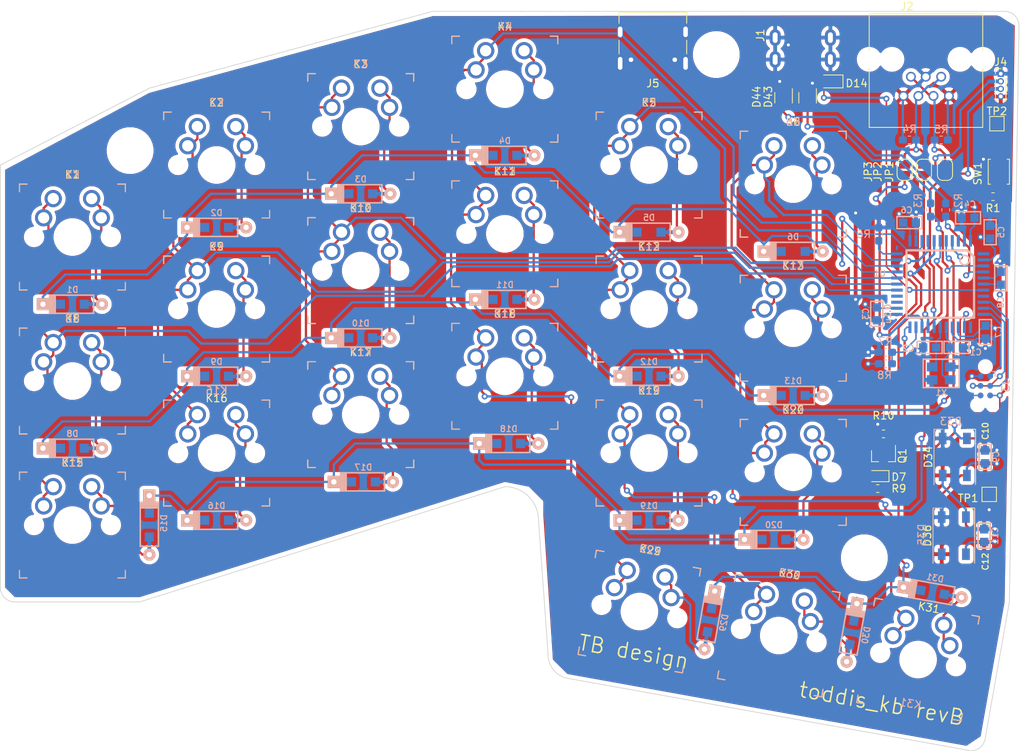
<source format=kicad_pcb>
(kicad_pcb (version 20171130) (host pcbnew 5.1.5+dfsg1-2build2)
  (title_block (title todis_keyboard) (date 2021-04-05) (rev A))
  (layers (0 F.Cu signal) (31 B.Cu signal) (34 B.Paste user) (35 F.Paste user) (36 B.SilkS user hide) (37 F.SilkS user) (38 B.Mask user) (39 F.Mask user) (44 Edge.Cuts user))
  (net 0 "")
  (net 1 GND)
  (net 2 VCC)
  (net 3 "Net-(C8-Pad1)")
  (net 4 "Net-(D1-Pad2)")
  (net 5 /keys/Row4)
  (net 6 "Net-(D2-Pad2)")
  (net 7 /keys/Row2)
  (net 8 "Net-(D3-Pad2)")
  (net 9 /keys/Row3)
  (net 10 "Net-(D4-Pad2)")
  (net 11 /keys/Row1)
  (net 12 "Net-(D5-Pad2)")
  (net 13 "Net-(D6-Pad2)")
  (net 14 "Net-(D8-Pad2)")
  (net 15 "Net-(D9-Pad2)")
  (net 16 "Net-(D10-Pad2)")
  (net 17 "Net-(D11-Pad2)")
  (net 18 "Net-(D12-Pad2)")
  (net 19 "Net-(D13-Pad2)")
  (net 20 "Net-(D15-Pad2)")
  (net 21 "Net-(D16-Pad2)")
  (net 22 "Net-(D17-Pad2)")
  (net 23 "Net-(D18-Pad2)")
  (net 24 "Net-(D19-Pad2)")
  (net 25 "Net-(D20-Pad2)")
  (net 26 "Net-(D29-Pad2)")
  (net 27 "Net-(D30-Pad2)")
  (net 28 "Net-(D31-Pad2)")
  (net 29 /keys/Col1)
  (net 30 /keys/Col2)
  (net 31 /keys/Col3)
  (net 32 /keys/Col4)
  (net 33 /keys/Col5)
  (net 34 /keys/Col6)
  (net 35 "Net-(R2-Pad1)")
  (net 36 "Net-(R3-Pad1)")
  (net 37 "Net-(C1-Pad1)")
  (net 38 "Net-(C2-Pad1)")
  (net 39 /mcu/usb_D-)
  (net 40 /mcu/usb_D+)
  (net 41 "Net-(R6-Pad2)")
  (net 42 /mcu/SCL)
  (net 43 /mcu/SDA)
  (net 44 /Leds/Din)
  (net 45 "Net-(D33-Pad4)")
  (net 46 "Net-(D34-Pad4)")
  (net 47 "Net-(D35-Pad4)")
  (net 48 "Net-(D36-Pad4)")
  (net 49 miso_prog)
  (net 50 sck_prog)
  (net 51 mosi_prog)
  (net 52 rst_prog)
  (net 53 "Net-(R7-Pad1)")
  (net 54 "Net-(D7-Pad1)")
  (net 55 "Net-(D7-Pad2)")
  (net 56 "Net-(Q1-Pad1)")
  (net 57 "Net-(D43-Pad6)")
  (net 58 "Net-(D43-Pad1)")
  (net 59 "Net-(D44-Pad3)")
  (net 60 "Net-(D44-Pad4)")
  (net 61 "Net-(U1-Pad1)")
  (net 62 "Net-(U1-Pad25)")
  (net 63 "Net-(U1-Pad8)")
  (net 64 "Net-(U1-Pad26)")
  (net 65 "Net-(U1-Pad12)")
  (net 66 "Net-(U1-Pad42)")
  (net 67 "Net-(J1-Pad4)")
  (net 68 /mcu/Vbus)
  (net 69 "Net-(U1-Pad41)")
  (net 70 i2c_sda)
  (net 71 i2c_scl)
  (net 72 serial)
  (net 73 "Net-(J5-PadS1)")
  (net 74 "Net-(J5-PadB7)")
  (net 75 "Net-(J5-PadA6)")
  (net 76 "Net-(J5-PadA7)")
  (net 77 "Net-(J5-PadB8)")
  (net 78 "Net-(J5-PadA5)")
  (net 79 "Net-(J5-PadA8)")
  (net 80 "Net-(J5-PadB6)")
  (net 81 "Net-(J5-PadB5)")
  (net 82 "Net-(J5-PadA4)")
  (net 83 "Net-(J5-PadA1)")
  (module switches:SW_MX_reversible (layer F.Cu) (at 127 43.942)
    (fp_text reference K4 (at 0 -8.255) (layer F.SilkS))
    (fp_text value KEYSW)
    (fp_text user %R (at 0 -8.255) (layer B.SilkS) (effects (justify mirror)))
    (fp_text user %R (at 0 -8.255) (layer B.SilkS) (effects (justify mirror)))
    (pad 2 thru_hole circle (at 3.81 -2.54) (size 2.286 2.286) (drill 1.4986) (layers *.Cu *.Mask) (net 10 "Net-(D4-Pad2)"))
    (pad 1 thru_hole circle (at -2.54 -5.08) (size 2.286 2.286) (drill 1.4986) (layers *.Cu *.Mask) (net 32 /keys/Col4))
    (pad 2 thru_hole circle (at 2.54 -5.08) (size 2.286 2.286) (drill 1.4986) (layers *.Cu *.Mask) (net 10 "Net-(D4-Pad2)"))
    (pad "" np_thru_hole circle (at 0 0) (size 3.9878 3.9878) (drill 3.9878) (layers *.Cu *.Mask))
    (pad 1 thru_hole circle (at -3.81 -2.54) (size 2.286 2.286) (drill 1.4986) (layers *.Cu *.Mask) (net 32 /keys/Col4))
    (pad "" np_thru_hole circle (at 5.08 0) (size 1.7018 1.7018) (drill 1.7018) (layers *.Cu *.Mask))
    (pad "" np_thru_hole circle (at -5.08 0) (size 1.7018 1.7018) (drill 1.7018) (layers *.Cu *.Mask))
  )
  (module switches:SW_MX_reversible (layer F.Cu) (at 69.85 63.5)
    (fp_text reference K1 (at 0 -8.255) (layer F.SilkS))
    (fp_text value KEYSW)
    (fp_text user %R (at 0 -8.255) (layer B.SilkS) (effects (justify mirror)))
    (fp_text user %R (at 0 -8.255) (layer B.SilkS) (effects (justify mirror)))
    (pad 2 thru_hole circle (at 3.81 -2.54) (size 2.286 2.286) (drill 1.4986) (layers *.Cu *.Mask) (net 4 "Net-(D1-Pad2)"))
    (pad 1 thru_hole circle (at -2.54 -5.08) (size 2.286 2.286) (drill 1.4986) (layers *.Cu *.Mask) (net 29 /keys/Col1))
    (pad 2 thru_hole circle (at 2.54 -5.08) (size 2.286 2.286) (drill 1.4986) (layers *.Cu *.Mask) (net 4 "Net-(D1-Pad2)"))
    (pad "" np_thru_hole circle (at 0 0) (size 3.9878 3.9878) (drill 3.9878) (layers *.Cu *.Mask))
    (pad 1 thru_hole circle (at -3.81 -2.54) (size 2.286 2.286) (drill 1.4986) (layers *.Cu *.Mask) (net 29 /keys/Col1))
    (pad "" np_thru_hole circle (at 5.08 0) (size 1.7018 1.7018) (drill 1.7018) (layers *.Cu *.Mask))
    (pad "" np_thru_hole circle (at -5.08 0) (size 1.7018 1.7018) (drill 1.7018) (layers *.Cu *.Mask))
  )
  (module switches:SW_MX_reversible (layer F.Cu) (at 88.9 53.975)
    (fp_text reference K2 (at 0 -8.255) (layer F.SilkS))
    (fp_text value KEYSW)
    (fp_text user %R (at 0 -8.255) (layer B.SilkS) (effects (justify mirror)))
    (fp_text user %R (at 0 -8.255) (layer B.SilkS) (effects (justify mirror)))
    (pad 2 thru_hole circle (at 3.81 -2.54) (size 2.286 2.286) (drill 1.4986) (layers *.Cu *.Mask) (net 6 "Net-(D2-Pad2)"))
    (pad 1 thru_hole circle (at -2.54 -5.08) (size 2.286 2.286) (drill 1.4986) (layers *.Cu *.Mask) (net 30 /keys/Col2))
    (pad 2 thru_hole circle (at 2.54 -5.08) (size 2.286 2.286) (drill 1.4986) (layers *.Cu *.Mask) (net 6 "Net-(D2-Pad2)"))
    (pad "" np_thru_hole circle (at 0 0) (size 3.9878 3.9878) (drill 3.9878) (layers *.Cu *.Mask))
    (pad 1 thru_hole circle (at -3.81 -2.54) (size 2.286 2.286) (drill 1.4986) (layers *.Cu *.Mask) (net 30 /keys/Col2))
    (pad "" np_thru_hole circle (at 5.08 0) (size 1.7018 1.7018) (drill 1.7018) (layers *.Cu *.Mask))
    (pad "" np_thru_hole circle (at -5.08 0) (size 1.7018 1.7018) (drill 1.7018) (layers *.Cu *.Mask))
  )
  (module switches:SW_MX_reversible (layer F.Cu) (at 107.95 48.895)
    (fp_text reference K3 (at 0 -8.255) (layer F.SilkS))
    (fp_text value KEYSW)
    (fp_text user %R (at 0 -8.255) (layer B.SilkS) (effects (justify mirror)))
    (fp_text user %R (at 0 -8.255) (layer B.SilkS) (effects (justify mirror)))
    (pad 2 thru_hole circle (at 3.81 -2.54) (size 2.286 2.286) (drill 1.4986) (layers *.Cu *.Mask) (net 8 "Net-(D3-Pad2)"))
    (pad 1 thru_hole circle (at -2.54 -5.08) (size 2.286 2.286) (drill 1.4986) (layers *.Cu *.Mask) (net 31 /keys/Col3))
    (pad 2 thru_hole circle (at 2.54 -5.08) (size 2.286 2.286) (drill 1.4986) (layers *.Cu *.Mask) (net 8 "Net-(D3-Pad2)"))
    (pad "" np_thru_hole circle (at 0 0) (size 3.9878 3.9878) (drill 3.9878) (layers *.Cu *.Mask))
    (pad 1 thru_hole circle (at -3.81 -2.54) (size 2.286 2.286) (drill 1.4986) (layers *.Cu *.Mask) (net 31 /keys/Col3))
    (pad "" np_thru_hole circle (at 5.08 0) (size 1.7018 1.7018) (drill 1.7018) (layers *.Cu *.Mask))
    (pad "" np_thru_hole circle (at -5.08 0) (size 1.7018 1.7018) (drill 1.7018) (layers *.Cu *.Mask))
  )
  (module switches:SW_MX_reversible (layer F.Cu) (at 146.05 53.975)
    (fp_text reference K5 (at 0 -8.255) (layer F.SilkS))
    (fp_text value KEYSW)
    (fp_text user %R (at 0 -8.255) (layer B.SilkS) (effects (justify mirror)))
    (fp_text user %R (at 0 -8.255) (layer B.SilkS) (effects (justify mirror)))
    (pad 2 thru_hole circle (at 3.81 -2.54) (size 2.286 2.286) (drill 1.4986) (layers *.Cu *.Mask) (net 12 "Net-(D5-Pad2)"))
    (pad 1 thru_hole circle (at -2.54 -5.08) (size 2.286 2.286) (drill 1.4986) (layers *.Cu *.Mask) (net 33 /keys/Col5))
    (pad 2 thru_hole circle (at 2.54 -5.08) (size 2.286 2.286) (drill 1.4986) (layers *.Cu *.Mask) (net 12 "Net-(D5-Pad2)"))
    (pad "" np_thru_hole circle (at 0 0) (size 3.9878 3.9878) (drill 3.9878) (layers *.Cu *.Mask))
    (pad 1 thru_hole circle (at -3.81 -2.54) (size 2.286 2.286) (drill 1.4986) (layers *.Cu *.Mask) (net 33 /keys/Col5))
    (pad "" np_thru_hole circle (at 5.08 0) (size 1.7018 1.7018) (drill 1.7018) (layers *.Cu *.Mask))
    (pad "" np_thru_hole circle (at -5.08 0) (size 1.7018 1.7018) (drill 1.7018) (layers *.Cu *.Mask))
  )
  (module switches:SW_MX_reversible (layer F.Cu) (at 165.1 56.515)
    (fp_text reference K6 (at 0 -8.255) (layer F.SilkS))
    (fp_text value KEYSW)
    (fp_text user %R (at 0 -8.255) (layer B.SilkS) (effects (justify mirror)))
    (fp_text user %R (at 0 -8.255) (layer B.SilkS) (effects (justify mirror)))
    (pad 2 thru_hole circle (at 3.81 -2.54) (size 2.286 2.286) (drill 1.4986) (layers *.Cu *.Mask) (net 13 "Net-(D6-Pad2)"))
    (pad 1 thru_hole circle (at -2.54 -5.08) (size 2.286 2.286) (drill 1.4986) (layers *.Cu *.Mask) (net 34 /keys/Col6))
    (pad 2 thru_hole circle (at 2.54 -5.08) (size 2.286 2.286) (drill 1.4986) (layers *.Cu *.Mask) (net 13 "Net-(D6-Pad2)"))
    (pad "" np_thru_hole circle (at 0 0) (size 3.9878 3.9878) (drill 3.9878) (layers *.Cu *.Mask))
    (pad 1 thru_hole circle (at -3.81 -2.54) (size 2.286 2.286) (drill 1.4986) (layers *.Cu *.Mask) (net 34 /keys/Col6))
    (pad "" np_thru_hole circle (at 5.08 0) (size 1.7018 1.7018) (drill 1.7018) (layers *.Cu *.Mask))
    (pad "" np_thru_hole circle (at -5.08 0) (size 1.7018 1.7018) (drill 1.7018) (layers *.Cu *.Mask))
  )
  (module switches:SW_MX_reversible (layer F.Cu) (at 69.85 82.55)
    (fp_text reference K8 (at 0 -8.255) (layer F.SilkS))
    (fp_text value KEYSW)
    (fp_text user %R (at 0 -8.255) (layer B.SilkS) (effects (justify mirror)))
    (fp_text user %R (at 0 -8.255) (layer B.SilkS) (effects (justify mirror)))
    (pad 2 thru_hole circle (at 3.81 -2.54) (size 2.286 2.286) (drill 1.4986) (layers *.Cu *.Mask) (net 14 "Net-(D8-Pad2)"))
    (pad 1 thru_hole circle (at -2.54 -5.08) (size 2.286 2.286) (drill 1.4986) (layers *.Cu *.Mask) (net 29 /keys/Col1))
    (pad 2 thru_hole circle (at 2.54 -5.08) (size 2.286 2.286) (drill 1.4986) (layers *.Cu *.Mask) (net 14 "Net-(D8-Pad2)"))
    (pad "" np_thru_hole circle (at 0 0) (size 3.9878 3.9878) (drill 3.9878) (layers *.Cu *.Mask))
    (pad 1 thru_hole circle (at -3.81 -2.54) (size 2.286 2.286) (drill 1.4986) (layers *.Cu *.Mask) (net 29 /keys/Col1))
    (pad "" np_thru_hole circle (at 5.08 0) (size 1.7018 1.7018) (drill 1.7018) (layers *.Cu *.Mask))
    (pad "" np_thru_hole circle (at -5.08 0) (size 1.7018 1.7018) (drill 1.7018) (layers *.Cu *.Mask))
  )
  (module switches:SW_MX_reversible (layer F.Cu) (at 88.9 73.025)
    (fp_text reference K9 (at 0 -8.255) (layer F.SilkS))
    (fp_text value KEYSW)
    (fp_text user %R (at 0 -8.255) (layer B.SilkS) (effects (justify mirror)))
    (fp_text user %R (at 0 -8.255) (layer B.SilkS) (effects (justify mirror)))
    (pad 2 thru_hole circle (at 3.81 -2.54) (size 2.286 2.286) (drill 1.4986) (layers *.Cu *.Mask) (net 15 "Net-(D9-Pad2)"))
    (pad 1 thru_hole circle (at -2.54 -5.08) (size 2.286 2.286) (drill 1.4986) (layers *.Cu *.Mask) (net 30 /keys/Col2))
    (pad 2 thru_hole circle (at 2.54 -5.08) (size 2.286 2.286) (drill 1.4986) (layers *.Cu *.Mask) (net 15 "Net-(D9-Pad2)"))
    (pad "" np_thru_hole circle (at 0 0) (size 3.9878 3.9878) (drill 3.9878) (layers *.Cu *.Mask))
    (pad 1 thru_hole circle (at -3.81 -2.54) (size 2.286 2.286) (drill 1.4986) (layers *.Cu *.Mask) (net 30 /keys/Col2))
    (pad "" np_thru_hole circle (at 5.08 0) (size 1.7018 1.7018) (drill 1.7018) (layers *.Cu *.Mask))
    (pad "" np_thru_hole circle (at -5.08 0) (size 1.7018 1.7018) (drill 1.7018) (layers *.Cu *.Mask))
  )
  (module switches:SW_MX_reversible (layer F.Cu) (at 107.95 67.945)
    (fp_text reference K10 (at 0 -8.255) (layer F.SilkS))
    (fp_text value KEYSW)
    (fp_text user %R (at 0 -8.255) (layer B.SilkS) (effects (justify mirror)))
    (fp_text user %R (at 0 -8.255) (layer B.SilkS) (effects (justify mirror)))
    (pad 2 thru_hole circle (at 3.81 -2.54) (size 2.286 2.286) (drill 1.4986) (layers *.Cu *.Mask) (net 16 "Net-(D10-Pad2)"))
    (pad 1 thru_hole circle (at -2.54 -5.08) (size 2.286 2.286) (drill 1.4986) (layers *.Cu *.Mask) (net 31 /keys/Col3))
    (pad 2 thru_hole circle (at 2.54 -5.08) (size 2.286 2.286) (drill 1.4986) (layers *.Cu *.Mask) (net 16 "Net-(D10-Pad2)"))
    (pad "" np_thru_hole circle (at 0 0) (size 3.9878 3.9878) (drill 3.9878) (layers *.Cu *.Mask))
    (pad 1 thru_hole circle (at -3.81 -2.54) (size 2.286 2.286) (drill 1.4986) (layers *.Cu *.Mask) (net 31 /keys/Col3))
    (pad "" np_thru_hole circle (at 5.08 0) (size 1.7018 1.7018) (drill 1.7018) (layers *.Cu *.Mask))
    (pad "" np_thru_hole circle (at -5.08 0) (size 1.7018 1.7018) (drill 1.7018) (layers *.Cu *.Mask))
  )
  (module switches:SW_MX_reversible (layer F.Cu) (at 127 63.076666)
    (fp_text reference K11 (at 0 -8.255) (layer F.SilkS))
    (fp_text value KEYSW)
    (fp_text user %R (at 0 -8.255) (layer B.SilkS) (effects (justify mirror)))
    (fp_text user %R (at 0 -8.255) (layer B.SilkS) (effects (justify mirror)))
    (pad 2 thru_hole circle (at 3.81 -2.54) (size 2.286 2.286) (drill 1.4986) (layers *.Cu *.Mask) (net 17 "Net-(D11-Pad2)"))
    (pad 1 thru_hole circle (at -2.54 -5.08) (size 2.286 2.286) (drill 1.4986) (layers *.Cu *.Mask) (net 32 /keys/Col4))
    (pad 2 thru_hole circle (at 2.54 -5.08) (size 2.286 2.286) (drill 1.4986) (layers *.Cu *.Mask) (net 17 "Net-(D11-Pad2)"))
    (pad "" np_thru_hole circle (at 0 0) (size 3.9878 3.9878) (drill 3.9878) (layers *.Cu *.Mask))
    (pad 1 thru_hole circle (at -3.81 -2.54) (size 2.286 2.286) (drill 1.4986) (layers *.Cu *.Mask) (net 32 /keys/Col4))
    (pad "" np_thru_hole circle (at 5.08 0) (size 1.7018 1.7018) (drill 1.7018) (layers *.Cu *.Mask))
    (pad "" np_thru_hole circle (at -5.08 0) (size 1.7018 1.7018) (drill 1.7018) (layers *.Cu *.Mask))
  )
  (module switches:SW_MX_reversible (layer F.Cu) (at 146.05 73.025)
    (fp_text reference K12 (at 0 -8.255) (layer F.SilkS))
    (fp_text value KEYSW)
    (fp_text user %R (at 0 -8.255) (layer B.SilkS) (effects (justify mirror)))
    (fp_text user %R (at 0 -8.255) (layer B.SilkS) (effects (justify mirror)))
    (pad 2 thru_hole circle (at 3.81 -2.54) (size 2.286 2.286) (drill 1.4986) (layers *.Cu *.Mask) (net 18 "Net-(D12-Pad2)"))
    (pad 1 thru_hole circle (at -2.54 -5.08) (size 2.286 2.286) (drill 1.4986) (layers *.Cu *.Mask) (net 33 /keys/Col5))
    (pad 2 thru_hole circle (at 2.54 -5.08) (size 2.286 2.286) (drill 1.4986) (layers *.Cu *.Mask) (net 18 "Net-(D12-Pad2)"))
    (pad "" np_thru_hole circle (at 0 0) (size 3.9878 3.9878) (drill 3.9878) (layers *.Cu *.Mask))
    (pad 1 thru_hole circle (at -3.81 -2.54) (size 2.286 2.286) (drill 1.4986) (layers *.Cu *.Mask) (net 33 /keys/Col5))
    (pad "" np_thru_hole circle (at 5.08 0) (size 1.7018 1.7018) (drill 1.7018) (layers *.Cu *.Mask))
    (pad "" np_thru_hole circle (at -5.08 0) (size 1.7018 1.7018) (drill 1.7018) (layers *.Cu *.Mask))
  )
  (module switches:SW_MX_reversible (layer F.Cu) (at 165.1 75.565)
    (fp_text reference K13 (at 0 -8.255) (layer F.SilkS))
    (fp_text value KEYSW)
    (fp_text user %R (at 0 -8.255) (layer B.SilkS) (effects (justify mirror)))
    (fp_text user %R (at 0 -8.255) (layer B.SilkS) (effects (justify mirror)))
    (pad 2 thru_hole circle (at 3.81 -2.54) (size 2.286 2.286) (drill 1.4986) (layers *.Cu *.Mask) (net 19 "Net-(D13-Pad2)"))
    (pad 1 thru_hole circle (at -2.54 -5.08) (size 2.286 2.286) (drill 1.4986) (layers *.Cu *.Mask) (net 34 /keys/Col6))
    (pad 2 thru_hole circle (at 2.54 -5.08) (size 2.286 2.286) (drill 1.4986) (layers *.Cu *.Mask) (net 19 "Net-(D13-Pad2)"))
    (pad "" np_thru_hole circle (at 0 0) (size 3.9878 3.9878) (drill 3.9878) (layers *.Cu *.Mask))
    (pad 1 thru_hole circle (at -3.81 -2.54) (size 2.286 2.286) (drill 1.4986) (layers *.Cu *.Mask) (net 34 /keys/Col6))
    (pad "" np_thru_hole circle (at 5.08 0) (size 1.7018 1.7018) (drill 1.7018) (layers *.Cu *.Mask))
    (pad "" np_thru_hole circle (at -5.08 0) (size 1.7018 1.7018) (drill 1.7018) (layers *.Cu *.Mask))
  )
  (module switches:SW_MX_reversible (layer F.Cu) (at 69.85 101.6)
    (fp_text reference K15 (at 0 -8.255) (layer F.SilkS))
    (fp_text value KEYSW)
    (fp_text user %R (at 0 -8.255) (layer B.SilkS) (effects (justify mirror)))
    (fp_text user %R (at 0 -8.255) (layer B.SilkS) (effects (justify mirror)))
    (pad 2 thru_hole circle (at 3.81 -2.54) (size 2.286 2.286) (drill 1.4986) (layers *.Cu *.Mask) (net 20 "Net-(D15-Pad2)"))
    (pad 1 thru_hole circle (at -2.54 -5.08) (size 2.286 2.286) (drill 1.4986) (layers *.Cu *.Mask) (net 29 /keys/Col1))
    (pad 2 thru_hole circle (at 2.54 -5.08) (size 2.286 2.286) (drill 1.4986) (layers *.Cu *.Mask) (net 20 "Net-(D15-Pad2)"))
    (pad "" np_thru_hole circle (at 0 0) (size 3.9878 3.9878) (drill 3.9878) (layers *.Cu *.Mask))
    (pad 1 thru_hole circle (at -3.81 -2.54) (size 2.286 2.286) (drill 1.4986) (layers *.Cu *.Mask) (net 29 /keys/Col1))
    (pad "" np_thru_hole circle (at 5.08 0) (size 1.7018 1.7018) (drill 1.7018) (layers *.Cu *.Mask))
    (pad "" np_thru_hole circle (at -5.08 0) (size 1.7018 1.7018) (drill 1.7018) (layers *.Cu *.Mask))
  )
  (module switches:SW_MX_reversible (layer F.Cu) (at 88.9 92.075)
    (fp_text reference K16 (at 0 -7.239) (layer F.SilkS))
    (fp_text value KEYSW)
    (fp_text user %R (at 0 -8.255) (layer B.SilkS) (effects (justify mirror)))
    (fp_text user %R (at 0 -8.255) (layer B.SilkS) (effects (justify mirror)))
    (pad 2 thru_hole circle (at 3.81 -2.54) (size 2.286 2.286) (drill 1.4986) (layers *.Cu *.Mask) (net 21 "Net-(D16-Pad2)"))
    (pad 1 thru_hole circle (at -2.54 -5.08) (size 2.286 2.286) (drill 1.4986) (layers *.Cu *.Mask) (net 30 /keys/Col2))
    (pad 2 thru_hole circle (at 2.54 -5.08) (size 2.286 2.286) (drill 1.4986) (layers *.Cu *.Mask) (net 21 "Net-(D16-Pad2)"))
    (pad "" np_thru_hole circle (at 0 0) (size 3.9878 3.9878) (drill 3.9878) (layers *.Cu *.Mask))
    (pad 1 thru_hole circle (at -3.81 -2.54) (size 2.286 2.286) (drill 1.4986) (layers *.Cu *.Mask) (net 30 /keys/Col2))
    (pad "" np_thru_hole circle (at 5.08 0) (size 1.7018 1.7018) (drill 1.7018) (layers *.Cu *.Mask))
    (pad "" np_thru_hole circle (at -5.08 0) (size 1.7018 1.7018) (drill 1.7018) (layers *.Cu *.Mask))
  )
  (module switches:SW_MX_reversible (layer F.Cu) (at 107.95 86.995)
    (fp_text reference K17 (at 0 -8.255) (layer F.SilkS))
    (fp_text value KEYSW)
    (fp_text user %R (at 0 -8.255) (layer B.SilkS) (effects (justify mirror)))
    (fp_text user %R (at 0 -8.255) (layer B.SilkS) (effects (justify mirror)))
    (pad 2 thru_hole circle (at 3.81 -2.54) (size 2.286 2.286) (drill 1.4986) (layers *.Cu *.Mask) (net 22 "Net-(D17-Pad2)"))
    (pad 1 thru_hole circle (at -2.54 -5.08) (size 2.286 2.286) (drill 1.4986) (layers *.Cu *.Mask) (net 31 /keys/Col3))
    (pad 2 thru_hole circle (at 2.54 -5.08) (size 2.286 2.286) (drill 1.4986) (layers *.Cu *.Mask) (net 22 "Net-(D17-Pad2)"))
    (pad "" np_thru_hole circle (at 0 0) (size 3.9878 3.9878) (drill 3.9878) (layers *.Cu *.Mask))
    (pad 1 thru_hole circle (at -3.81 -2.54) (size 2.286 2.286) (drill 1.4986) (layers *.Cu *.Mask) (net 31 /keys/Col3))
    (pad "" np_thru_hole circle (at 5.08 0) (size 1.7018 1.7018) (drill 1.7018) (layers *.Cu *.Mask))
    (pad "" np_thru_hole circle (at -5.08 0) (size 1.7018 1.7018) (drill 1.7018) (layers *.Cu *.Mask))
  )
  (module switches:SW_MX_reversible (layer F.Cu) (at 127 81.915)
    (fp_text reference K18 (at 0 -8.255) (layer F.SilkS))
    (fp_text value KEYSW)
    (fp_text user %R (at 0 -8.255) (layer B.SilkS) (effects (justify mirror)))
    (fp_text user %R (at 0 -8.255) (layer B.SilkS) (effects (justify mirror)))
    (pad 2 thru_hole circle (at 3.81 -2.54) (size 2.286 2.286) (drill 1.4986) (layers *.Cu *.Mask) (net 23 "Net-(D18-Pad2)"))
    (pad 1 thru_hole circle (at -2.54 -5.08) (size 2.286 2.286) (drill 1.4986) (layers *.Cu *.Mask) (net 32 /keys/Col4))
    (pad 2 thru_hole circle (at 2.54 -5.08) (size 2.286 2.286) (drill 1.4986) (layers *.Cu *.Mask) (net 23 "Net-(D18-Pad2)"))
    (pad "" np_thru_hole circle (at 0 0) (size 3.9878 3.9878) (drill 3.9878) (layers *.Cu *.Mask))
    (pad 1 thru_hole circle (at -3.81 -2.54) (size 2.286 2.286) (drill 1.4986) (layers *.Cu *.Mask) (net 32 /keys/Col4))
    (pad "" np_thru_hole circle (at 5.08 0) (size 1.7018 1.7018) (drill 1.7018) (layers *.Cu *.Mask))
    (pad "" np_thru_hole circle (at -5.08 0) (size 1.7018 1.7018) (drill 1.7018) (layers *.Cu *.Mask))
  )
  (module switches:SW_MX_reversible (layer F.Cu) (at 146.05 92.075)
    (fp_text reference K19 (at 0 -8.255) (layer F.SilkS))
    (fp_text value KEYSW)
    (fp_text user %R (at 0 -8.255) (layer B.SilkS) (effects (justify mirror)))
    (fp_text user %R (at 0 -8.255) (layer B.SilkS) (effects (justify mirror)))
    (pad 2 thru_hole circle (at 3.81 -2.54) (size 2.286 2.286) (drill 1.4986) (layers *.Cu *.Mask) (net 24 "Net-(D19-Pad2)"))
    (pad 1 thru_hole circle (at -2.54 -5.08) (size 2.286 2.286) (drill 1.4986) (layers *.Cu *.Mask) (net 33 /keys/Col5))
    (pad 2 thru_hole circle (at 2.54 -5.08) (size 2.286 2.286) (drill 1.4986) (layers *.Cu *.Mask) (net 24 "Net-(D19-Pad2)"))
    (pad "" np_thru_hole circle (at 0 0) (size 3.9878 3.9878) (drill 3.9878) (layers *.Cu *.Mask))
    (pad 1 thru_hole circle (at -3.81 -2.54) (size 2.286 2.286) (drill 1.4986) (layers *.Cu *.Mask) (net 33 /keys/Col5))
    (pad "" np_thru_hole circle (at 5.08 0) (size 1.7018 1.7018) (drill 1.7018) (layers *.Cu *.Mask))
    (pad "" np_thru_hole circle (at -5.08 0) (size 1.7018 1.7018) (drill 1.7018) (layers *.Cu *.Mask))
  )
  (module switches:SW_MX_reversible (layer F.Cu) (at 165.1 94.615)
    (fp_text reference K20 (at 0 -8.255) (layer F.SilkS))
    (fp_text value KEYSW)
    (fp_text user %R (at 0 -8.255) (layer B.SilkS) (effects (justify mirror)))
    (fp_text user %R (at 0 -8.255) (layer B.SilkS) (effects (justify mirror)))
    (pad 2 thru_hole circle (at 3.81 -2.54) (size 2.286 2.286) (drill 1.4986) (layers *.Cu *.Mask) (net 25 "Net-(D20-Pad2)"))
    (pad 1 thru_hole circle (at -2.54 -5.08) (size 2.286 2.286) (drill 1.4986) (layers *.Cu *.Mask) (net 34 /keys/Col6))
    (pad 2 thru_hole circle (at 2.54 -5.08) (size 2.286 2.286) (drill 1.4986) (layers *.Cu *.Mask) (net 25 "Net-(D20-Pad2)"))
    (pad "" np_thru_hole circle (at 0 0) (size 3.9878 3.9878) (drill 3.9878) (layers *.Cu *.Mask))
    (pad 1 thru_hole circle (at -3.81 -2.54) (size 2.286 2.286) (drill 1.4986) (layers *.Cu *.Mask) (net 34 /keys/Col6))
    (pad "" np_thru_hole circle (at 5.08 0) (size 1.7018 1.7018) (drill 1.7018) (layers *.Cu *.Mask))
    (pad "" np_thru_hole circle (at -5.08 0) (size 1.7018 1.7018) (drill 1.7018) (layers *.Cu *.Mask))
  )
  (module switches:SW_MX_reversible (layer F.Cu) (at 144.78 113.03 350)
    (fp_text reference K29 (at 0 -8.255 170) (layer F.SilkS))
    (fp_text value KEYSW)
    (fp_text user %R (at 0 -8.255 170) (layer B.SilkS) (effects (justify mirror)))
    (fp_text user %R (at 0 -8.255 170) (layer B.SilkS) (effects (justify mirror)))
    (pad 2 thru_hole circle (at 3.81 -2.54 350) (size 2.286 2.286) (drill 1.4986) (layers *.Cu *.Mask) (net 26 "Net-(D29-Pad2)"))
    (pad 1 thru_hole circle (at -2.54 -5.08 350) (size 2.286 2.286) (drill 1.4986) (layers *.Cu *.Mask) (net 32 /keys/Col4))
    (pad 2 thru_hole circle (at 2.54 -5.08 350) (size 2.286 2.286) (drill 1.4986) (layers *.Cu *.Mask) (net 26 "Net-(D29-Pad2)"))
    (pad "" np_thru_hole circle (at 0 0 350) (size 3.9878 3.9878) (drill 3.9878) (layers *.Cu *.Mask))
    (pad 1 thru_hole circle (at -3.81 -2.54 350) (size 2.286 2.286) (drill 1.4986) (layers *.Cu *.Mask) (net 32 /keys/Col4))
    (pad "" np_thru_hole circle (at 5.08 0 350) (size 1.7018 1.7018) (drill 1.7018) (layers *.Cu *.Mask))
    (pad "" np_thru_hole circle (at -5.08 0 350) (size 1.7018 1.7018) (drill 1.7018) (layers *.Cu *.Mask))
  )
  (module switches:SW_MX_reversible (layer F.Cu) (at 163.195 116.205 350)
    (fp_text reference K30 (at 0 -8.255 170) (layer F.SilkS))
    (fp_text value KEYSW)
    (fp_text user %R (at 0 -8.255 170) (layer B.SilkS) (effects (justify mirror)))
    (fp_text user %R (at 0 -8.255 170) (layer B.SilkS) (effects (justify mirror)))
    (pad 2 thru_hole circle (at 3.81 -2.54 350) (size 2.286 2.286) (drill 1.4986) (layers *.Cu *.Mask) (net 27 "Net-(D30-Pad2)"))
    (pad 1 thru_hole circle (at -2.54 -5.08 350) (size 2.286 2.286) (drill 1.4986) (layers *.Cu *.Mask) (net 33 /keys/Col5))
    (pad 2 thru_hole circle (at 2.54 -5.08 350) (size 2.286 2.286) (drill 1.4986) (layers *.Cu *.Mask) (net 27 "Net-(D30-Pad2)"))
    (pad "" np_thru_hole circle (at 0 0 350) (size 3.9878 3.9878) (drill 3.9878) (layers *.Cu *.Mask))
    (pad 1 thru_hole circle (at -3.81 -2.54 350) (size 2.286 2.286) (drill 1.4986) (layers *.Cu *.Mask) (net 33 /keys/Col5))
    (pad "" np_thru_hole circle (at 5.08 0 350) (size 1.7018 1.7018) (drill 1.7018) (layers *.Cu *.Mask))
    (pad "" np_thru_hole circle (at -5.08 0 350) (size 1.7018 1.7018) (drill 1.7018) (layers *.Cu *.Mask))
  )
  (module switches:SW_MX_reversible (layer F.Cu) (at 181.61 119.38 350)
    (fp_text reference K31 (at 0.220809 -7.00273 170) (layer F.SilkS))
    (fp_text value KEYSW)
    (fp_text user %R (at 0.013888 5.929673 170) (layer B.SilkS) (effects (justify mirror)))
    (pad 2 thru_hole circle (at 3.81 -2.54 350) (size 2.286 2.286) (drill 1.4986) (layers *.Cu *.Mask) (net 28 "Net-(D31-Pad2)"))
    (pad 1 thru_hole circle (at -2.54 -5.08 350) (size 2.286 2.286) (drill 1.4986) (layers *.Cu *.Mask) (net 34 /keys/Col6))
    (pad 2 thru_hole circle (at 2.54 -5.08 350) (size 2.286 2.286) (drill 1.4986) (layers *.Cu *.Mask) (net 28 "Net-(D31-Pad2)"))
    (pad "" np_thru_hole circle (at 0 0 350) (size 3.9878 3.9878) (drill 3.9878) (layers *.Cu *.Mask))
    (pad 1 thru_hole circle (at -3.81 -2.54 350) (size 2.286 2.286) (drill 1.4986) (layers *.Cu *.Mask) (net 34 /keys/Col6))
    (pad "" np_thru_hole circle (at 5.08 0 350) (size 1.7018 1.7018) (drill 1.7018) (layers *.Cu *.Mask))
    (pad "" np_thru_hole circle (at -5.08 0 350) (size 1.7018 1.7018) (drill 1.7018) (layers *.Cu *.Mask))
  )
  (module Connector:Tag-Connect_TC2030-IDC-NL_2x03_P1.27mm_Vertical (layer B.Cu) (at 190.5 83.185 270)
    (fp_text reference J3 (at 0 -2.7 270) (layer B.SilkS) (effects (justify mirror)))
    (fp_text value TC2030-IDC_FB)
    (pad "" np_thru_hole circle (at 2.54 1.016 270) (size 0.9906 0.9906) (drill 0.9906) (layers *.Cu *.Mask))
    (pad "" np_thru_hole circle (at 2.54 -1.016 270) (size 0.9906 0.9906) (drill 0.9906) (layers *.Cu *.Mask))
    (pad "" np_thru_hole circle (at -2.54 0 270) (size 0.9906 0.9906) (drill 0.9906) (layers *.Cu *.Mask))
    (pad 1 connect circle (at -1.27 -0.635 270) (size 0.7874 0.7874) (layers B.Cu B.Mask) (net 49 miso_prog))
    (pad 2 connect circle (at -1.27 0.635 270) (size 0.7874 0.7874) (layers B.Cu B.Mask) (net 2 VCC))
    (pad 3 connect circle (at 0 -0.635 270) (size 0.7874 0.7874) (layers B.Cu B.Mask) (net 50 sck_prog))
    (pad 4 connect circle (at 0 0.635 270) (size 0.7874 0.7874) (layers B.Cu B.Mask) (net 51 mosi_prog))
    (pad 5 connect circle (at 1.27 -0.635 270) (size 0.7874 0.7874) (layers B.Cu B.Mask) (net 52 rst_prog))
    (pad 6 connect circle (at 1.27 0.635 270) (size 0.7874 0.7874) (layers B.Cu B.Mask) (net 1 GND))
  )
  (module TB_connectors:glx-n-44_reverseble (layer F.Cu) (at 184.15 40.005)
    (fp_text reference J2 (at -4 -7) (layer F.SilkS))
    (fp_text value 4P4C hide)
    (pad "" np_thru_hole circle (at -6 0) (size 2.3 2.3) (drill 2.3) (layers *.Cu *.Mask))
    (pad "" np_thru_hole circle (at 6 0) (size 2.3 2.3) (drill 2.3) (layers *.Cu *.Mask))
    (pad 1 thru_hole circle (at -1.53 2.3) (size 1.3 1.3) (drill 0.9) (layers *.Cu *.Mask) (net 1 GND))
    (pad 3 thru_hole circle (at -0.51 4.84) (size 1.3 1.3) (drill 0.9) (layers *.Cu *.Mask) (net 42 /mcu/SCL))
    (pad 2 thru_hole circle (at 0.51 2.3) (size 1.3 1.3) (drill 0.9) (layers *.Cu *.Mask) (net 43 /mcu/SDA))
    (pad 4 thru_hole circle (at 1.53 4.84) (size 1.3 1.3) (drill 0.9) (layers *.Cu *.Mask) (net 2 VCC))
    (pad 3 thru_hole circle (at -3.49 2.3) (size 1.3 1.3) (drill 0.9) (layers *.Cu *.Mask) (net 42 /mcu/SCL))
    (pad 2 thru_hole circle (at -2.51 4.84) (size 1.3 1.3) (drill 0.9) (layers *.Cu *.Mask) (net 43 /mcu/SDA))
    (pad 4 thru_hole circle (at -4.47 4.84) (size 1.3 1.3) (drill 0.9) (layers *.Cu *.Mask) (net 2 VCC))
    (pad "" np_thru_hole circle (at -9 0) (size 2.3 2.3) (drill 2.3) (layers *.Cu *.Mask))
    (pad "" np_thru_hole circle (at 3 0) (size 2.3 2.3) (drill 2.3) (layers *.Cu *.Mask))
  )
  (module keyboard_parts:D_SOD123_axial (layer B.Cu) (at 183.515 110.49 350)
    (fp_text reference D31 (at 0 -1.925 170) (layer B.SilkS) (effects (font (size 0.8 0.8)) (justify mirror)))
    (fp_text value D hide)
    (pad 2 smd rect (at 2.7 0 350) (size 2.5 0.5) (layers B.Cu) (net 28 "Net-(D31-Pad2)"))
    (pad 1 smd rect (at -2.7 0 350) (size 2.5 0.5) (layers B.Cu) (net 5 /keys/Row4))
    (pad 2 thru_hole circle (at 3.9 0 350) (size 1.6 1.6) (drill 0.7) (layers *.Cu *.Mask B.SilkS) (net 28 "Net-(D31-Pad2)"))
    (pad 1 thru_hole rect (at -3.9 0 350) (size 1.6 1.6) (drill 0.7) (layers *.Cu *.Mask B.SilkS) (net 5 /keys/Row4))
    (pad 1 smd rect (at -1.575 0 350) (size 1.2 1.2) (layers B.Cu B.Paste B.Mask) (net 5 /keys/Row4))
    (pad 2 smd rect (at 1.575 0 350) (size 1.2 1.2) (layers B.Cu B.Paste B.Mask) (net 28 "Net-(D31-Pad2)"))
  )
  (module keyboard_parts:C_1608 (layer B.Cu) (at 190.5 76.073 270)
    (fp_text reference C7 (at 0 -1.778 90) (layer B.SilkS) (effects (font (size 0.8 0.8)) (justify mirror)))
    (fp_text value 4.7u hide)
    (pad 1 smd rect (at -0.85 0 270) (size 1.1 1.1) (layers B.Cu B.Paste B.Mask) (net 2 VCC) (clearance 0.1))
    (pad 2 smd rect (at 0.85 0 270) (size 1.1 1.1) (layers B.Cu B.Paste B.Mask) (net 1 GND) (clearance 0.1))
  )
  (module keyboard_parts:D_SOD123_axial (layer B.Cu) (at 165.1 84.455)
    (fp_text reference D13 (at 0 -1.925) (layer B.SilkS) (effects (font (size 0.8 0.8)) (justify mirror)))
    (fp_text value D hide)
    (pad 2 smd rect (at 2.7 0) (size 2.5 0.5) (layers B.Cu) (net 19 "Net-(D13-Pad2)"))
    (pad 1 smd rect (at -2.7 0) (size 2.5 0.5) (layers B.Cu) (net 7 /keys/Row2))
    (pad 2 thru_hole circle (at 3.9 0) (size 1.6 1.6) (drill 0.7) (layers *.Cu *.Mask B.SilkS) (net 19 "Net-(D13-Pad2)"))
    (pad 1 thru_hole rect (at -3.9 0) (size 1.6 1.6) (drill 0.7) (layers *.Cu *.Mask B.SilkS) (net 7 /keys/Row2))
    (pad 1 smd rect (at -1.575 0) (size 1.2 1.2) (layers B.Cu B.Paste B.Mask) (net 7 /keys/Row2))
    (pad 2 smd rect (at 1.575 0) (size 1.2 1.2) (layers B.Cu B.Paste B.Mask) (net 19 "Net-(D13-Pad2)"))
  )
  (module keyboard_parts:QFP44 (layer B.Cu) (at 184.531 69.723 180)
    (fp_text reference U1 (at 8.001 1.397) (layer B.SilkS) (effects (font (size 0.8 0.8)) (justify mirror)))
    (fp_text value ATMEGA32U4 hide)
    (pad 1 smd rect (at -5.715 4.0005 180) (size 1.524 0.4064) (layers B.Cu B.Paste B.Mask) (net 61 "Net-(U1-Pad1)"))
    (pad 33 smd rect (at 5.715 4.0005 180) (size 1.524 0.4064) (layers B.Cu B.Paste B.Mask) (net 41 "Net-(R6-Pad2)"))
    (pad 32 smd rect (at 5.715 3.2004 180) (size 1.524 0.4064) (layers B.Cu B.Paste B.Mask) (net 34 /keys/Col6))
    (pad 2 smd rect (at -5.715 3.2004 180) (size 1.524 0.4064) (layers B.Cu B.Paste B.Mask) (net 2 VCC))
    (pad 3 smd rect (at -5.715 2.4003 180) (size 1.524 0.4064) (layers B.Cu B.Paste B.Mask) (net 36 "Net-(R3-Pad1)"))
    (pad 31 smd rect (at 5.715 2.4003 180) (size 1.524 0.4064) (layers B.Cu B.Paste B.Mask) (net 32 /keys/Col4))
    (pad 30 smd rect (at 5.715 1.6002 180) (size 1.524 0.4064) (layers B.Cu B.Paste B.Mask) (net 33 /keys/Col5))
    (pad 4 smd rect (at -5.715 1.6002 180) (size 1.524 0.4064) (layers B.Cu B.Paste B.Mask) (net 35 "Net-(R2-Pad1)"))
    (pad 5 smd rect (at -5.715 0.8001 180) (size 1.524 0.4064) (layers B.Cu B.Paste B.Mask) (net 1 GND))
    (pad 29 smd rect (at 5.715 0.8001 180) (size 1.524 0.4064) (layers B.Cu B.Paste B.Mask) (net 31 /keys/Col3))
    (pad 23 smd rect (at 5.715 -4.0005 180) (size 1.524 0.4064) (layers B.Cu B.Paste B.Mask) (net 1 GND))
    (pad 11 smd rect (at -5.715 -4.0005 180) (size 1.524 0.4064) (layers B.Cu B.Paste B.Mask) (net 49 miso_prog))
    (pad 10 smd rect (at -5.715 -3.2004 180) (size 1.524 0.4064) (layers B.Cu B.Paste B.Mask) (net 51 mosi_prog))
    (pad 24 smd rect (at 5.715 -3.2004 180) (size 1.524 0.4064) (layers B.Cu B.Paste B.Mask) (net 2 VCC))
    (pad 25 smd rect (at 5.715 -2.4003 180) (size 1.524 0.4064) (layers B.Cu B.Paste B.Mask) (net 62 "Net-(U1-Pad25)"))
    (pad 9 smd rect (at -5.715 -2.4003 180) (size 1.524 0.4064) (layers B.Cu B.Paste B.Mask) (net 50 sck_prog))
    (pad 8 smd rect (at -5.715 -1.6002 180) (size 1.524 0.4064) (layers B.Cu B.Paste B.Mask) (net 63 "Net-(U1-Pad8)"))
    (pad 26 smd rect (at 5.715 -1.6002 180) (size 1.524 0.4064) (layers B.Cu B.Paste B.Mask) (net 64 "Net-(U1-Pad26)"))
    (pad 27 smd rect (at 5.715 -0.8001 180) (size 1.524 0.4064) (layers B.Cu B.Paste B.Mask) (net 29 /keys/Col1))
    (pad 7 smd rect (at -5.715 -0.8001 180) (size 1.524 0.4064) (layers B.Cu B.Paste B.Mask) (net 68 /mcu/Vbus))
    (pad 28 smd rect (at 5.715 0 180) (size 1.524 0.4064) (layers B.Cu B.Paste B.Mask) (net 30 /keys/Col2))
    (pad 6 smd rect (at -5.715 0 180) (size 1.524 0.4064) (layers B.Cu B.Paste B.Mask) (net 3 "Net-(C8-Pad1)"))
    (pad 22 smd rect (at 4.0005 -5.715 180) (size 0.4064 1.524) (layers B.Cu B.Paste B.Mask) (net 44 /Leds/Din))
    (pad 21 smd rect (at 3.2004 -5.715 180) (size 0.4064 1.524) (layers B.Cu B.Paste B.Mask) (net 53 "Net-(R7-Pad1)"))
    (pad 20 smd rect (at 2.4003 -5.715 180) (size 0.4064 1.524) (layers B.Cu B.Paste B.Mask) (net 72 serial))
    (pad 19 smd rect (at 1.6002 -5.715 180) (size 0.4064 1.524) (layers B.Cu B.Paste B.Mask) (net 70 i2c_sda))
    (pad 18 smd rect (at 0.8001 -5.715 180) (size 0.4064 1.524) (layers B.Cu B.Paste B.Mask) (net 71 i2c_scl))
    (pad 12 smd rect (at -4.0005 -5.715 180) (size 0.4064 1.524) (layers B.Cu B.Paste B.Mask) (net 65 "Net-(U1-Pad12)"))
    (pad 13 smd rect (at -3.2004 -5.715 180) (size 0.4064 1.524) (layers B.Cu B.Paste B.Mask) (net 52 rst_prog))
    (pad 14 smd rect (at -2.4003 -5.715 180) (size 0.4064 1.524) (layers B.Cu B.Paste B.Mask) (net 2 VCC))
    (pad 15 smd rect (at -1.6002 -5.715 180) (size 0.4064 1.524) (layers B.Cu B.Paste B.Mask) (net 1 GND))
    (pad 16 smd rect (at -0.8001 -5.715 180) (size 0.4064 1.524) (layers B.Cu B.Paste B.Mask) (net 37 "Net-(C1-Pad1)"))
    (pad 17 smd rect (at 0 -5.715 180) (size 0.4064 1.524) (layers B.Cu B.Paste B.Mask) (net 38 "Net-(C2-Pad1)"))
    (pad 34 smd rect (at 4.0005 5.715 180) (size 0.4064 1.524) (layers B.Cu B.Paste B.Mask) (net 2 VCC))
    (pad 35 smd rect (at 3.2004 5.715 180) (size 0.4064 1.524) (layers B.Cu B.Paste B.Mask) (net 1 GND))
    (pad 36 smd rect (at 2.4003 5.715 180) (size 0.4064 1.524) (layers B.Cu B.Paste B.Mask) (net 11 /keys/Row1))
    (pad 37 smd rect (at 1.6002 5.715 180) (size 0.4064 1.524) (layers B.Cu B.Paste B.Mask) (net 56 "Net-(Q1-Pad1)"))
    (pad 38 smd rect (at 0.8001 5.715 180) (size 0.4064 1.524) (layers B.Cu B.Paste B.Mask) (net 5 /keys/Row4))
    (pad 44 smd rect (at -4.0005 5.715 180) (size 0.4064 1.524) (layers B.Cu B.Paste B.Mask) (net 2 VCC))
    (pad 43 smd rect (at -3.2004 5.715 180) (size 0.4064 1.524) (layers B.Cu B.Paste B.Mask) (net 1 GND))
    (pad 42 smd rect (at -2.4003 5.715 180) (size 0.4064 1.524) (layers B.Cu B.Paste B.Mask) (net 66 "Net-(U1-Pad42)"))
    (pad 41 smd rect (at -1.6002 5.715 180) (size 0.4064 1.524) (layers B.Cu B.Paste B.Mask) (net 69 "Net-(U1-Pad41)"))
    (pad 40 smd rect (at -0.8001 5.715 180) (size 0.4064 1.524) (layers B.Cu B.Paste B.Mask) (net 7 /keys/Row2))
    (pad 39 smd rect (at 0 5.715 180) (size 0.4064 1.524) (layers B.Cu B.Paste B.Mask) (net 9 /keys/Row3))
  )
  (module keyboard_parts:FA-238 (layer B.Cu) (at 184.658 81.534 180)
    (fp_text reference X1 (at 0 -2.55) (layer B.SilkS) (effects (font (size 0.8 0.8)) (justify mirror)))
    (fp_text value XTAL_GND hide)
    (pad 3 smd rect (at 1.1 -0.8 180) (size 1.4 1.2) (drill (offset 0.1 -0.05)) (layers B.Cu B.Paste B.Mask) (net 1 GND) (clearance 0.2))
    (pad 1 smd rect (at -1.1 -0.8 180) (size 1.4 1.2) (drill (offset -0.1 -0.05)) (layers B.Cu B.Paste B.Mask) (net 37 "Net-(C1-Pad1)") (clearance 0.2))
    (pad 2 smd rect (at 1.1 0.8 180) (size 1.4 1.2) (drill (offset 0.1 0.05)) (layers B.Cu B.Paste B.Mask) (net 38 "Net-(C2-Pad1)") (clearance 0.2))
    (pad 3 smd rect (at -1.1 0.8 180) (size 1.4 1.2) (drill (offset -0.1 0.05)) (layers B.Cu B.Paste B.Mask) (net 1 GND) (clearance 0.2))
  )
  (module keyboard_parts:C_1608 (layer B.Cu) (at 186.69 78.105)
    (fp_text reference C1 (at 2.54 0.635) (layer B.SilkS) (effects (font (size 0.8 0.8)) (justify mirror)))
    (fp_text value 7pF hide)
    (pad 1 smd rect (at -0.85 0) (size 1.1 1.1) (layers B.Cu B.Paste B.Mask) (net 37 "Net-(C1-Pad1)") (clearance 0.1))
    (pad 2 smd rect (at 0.85 0) (size 1.1 1.1) (layers B.Cu B.Paste B.Mask) (net 1 GND) (clearance 0.1))
  )
  (module keyboard_parts:C_1608 (layer B.Cu) (at 183.134 78.105 180)
    (fp_text reference C2 (at 2.794 -0.127) (layer B.SilkS) (effects (font (size 0.8 0.8)) (justify mirror)))
    (fp_text value 7pF hide)
    (pad 1 smd rect (at -0.85 0 180) (size 1.1 1.1) (layers B.Cu B.Paste B.Mask) (net 38 "Net-(C2-Pad1)") (clearance 0.1))
    (pad 2 smd rect (at 0.85 0 180) (size 1.1 1.1) (layers B.Cu B.Paste B.Mask) (net 1 GND) (clearance 0.1))
  )
  (module keyboard_parts:C_1608 (layer B.Cu) (at 176.149 73.66 270)
    (fp_text reference C3 (at 0 1.45 90) (layer B.SilkS) (effects (font (size 0.8 0.8)) (justify mirror)))
    (fp_text value 0.1u (at 0 -1.45 90) (layer B.SilkS) (effects (font (size 0.8 0.8)) (justify mirror)))
    (pad 1 smd rect (at -0.85 0 270) (size 1.1 1.1) (layers B.Cu B.Paste B.Mask) (net 2 VCC) (clearance 0.1))
    (pad 2 smd rect (at 0.85 0 270) (size 1.1 1.1) (layers B.Cu B.Paste B.Mask) (net 1 GND) (clearance 0.1))
  )
  (module keyboard_parts:C_1608 (layer B.Cu) (at 188.214 60.96 180)
    (fp_text reference C4 (at -0.254 1.778) (layer B.SilkS) (effects (font (size 0.8 0.8)) (justify mirror)))
    (fp_text value 0.1u hide)
    (pad 1 smd rect (at -0.85 0 180) (size 1.1 1.1) (layers B.Cu B.Paste B.Mask) (net 2 VCC) (clearance 0.1))
    (pad 2 smd rect (at 0.85 0 180) (size 1.1 1.1) (layers B.Cu B.Paste B.Mask) (net 1 GND) (clearance 0.1))
  )
  (module keyboard_parts:C_1608 (layer B.Cu) (at 191.135 62.865 90)
    (fp_text reference C5 (at 0 1.45 90) (layer B.SilkS) (effects (font (size 0.8 0.8)) (justify mirror)))
    (fp_text value 0.1u hide)
    (pad 1 smd rect (at -0.85 0 90) (size 1.1 1.1) (layers B.Cu B.Paste B.Mask) (net 2 VCC) (clearance 0.1))
    (pad 2 smd rect (at 0.85 0 90) (size 1.1 1.1) (layers B.Cu B.Paste B.Mask) (net 1 GND) (clearance 0.1))
  )
  (module keyboard_parts:C_1608 (layer B.Cu) (at 180.467 61.595)
    (fp_text reference C6 (at -0.381 -1.651) (layer B.SilkS) (effects (font (size 0.8 0.8)) (justify mirror)))
    (fp_text value 0.1u hide)
    (pad 1 smd rect (at -0.85 0) (size 1.1 1.1) (layers B.Cu B.Paste B.Mask) (net 2 VCC) (clearance 0.1))
    (pad 2 smd rect (at 0.85 0) (size 1.1 1.1) (layers B.Cu B.Paste B.Mask) (net 1 GND) (clearance 0.1))
  )
  (module keyboard_parts:C_1608 (layer B.Cu) (at 192.532 68.961 90)
    (fp_text reference C8 (at -3.175 0 90) (layer B.SilkS) (effects (font (size 0.8 0.8)) (justify mirror)))
    (fp_text value 1u hide)
    (pad 1 smd rect (at -0.85 0 90) (size 1.1 1.1) (layers B.Cu B.Paste B.Mask) (net 3 "Net-(C8-Pad1)") (clearance 0.1))
    (pad 2 smd rect (at 0.85 0 90) (size 1.1 1.1) (layers B.Cu B.Paste B.Mask) (net 1 GND) (clearance 0.1))
  )
  (module keyboard_parts:D_SOD123_axial (layer B.Cu) (at 69.85 91.44)
    (fp_text reference D8 (at 0 -1.925 180) (layer B.SilkS) (effects (font (size 0.8 0.8)) (justify mirror)))
    (fp_text value D hide)
    (pad 2 smd rect (at 2.7 0) (size 2.5 0.5) (layers B.Cu) (net 14 "Net-(D8-Pad2)"))
    (pad 1 smd rect (at -2.7 0) (size 2.5 0.5) (layers B.Cu) (net 7 /keys/Row2))
    (pad 2 thru_hole circle (at 3.9 0) (size 1.6 1.6) (drill 0.7) (layers *.Cu *.Mask B.SilkS) (net 14 "Net-(D8-Pad2)"))
    (pad 1 thru_hole rect (at -3.9 0) (size 1.6 1.6) (drill 0.7) (layers *.Cu *.Mask B.SilkS) (net 7 /keys/Row2))
    (pad 1 smd rect (at -1.575 0) (size 1.2 1.2) (layers B.Cu B.Paste B.Mask) (net 7 /keys/Row2))
    (pad 2 smd rect (at 1.575 0) (size 1.2 1.2) (layers B.Cu B.Paste B.Mask) (net 14 "Net-(D8-Pad2)"))
  )
  (module keyboard_parts:D_SOD123_axial (layer B.Cu) (at 80.01 101.6 270)
    (fp_text reference D15 (at -0.254 -1.925 270) (layer B.SilkS) (effects (font (size 0.8 0.8)) (justify mirror)))
    (fp_text value D hide)
    (pad 2 smd rect (at 2.7 0 270) (size 2.5 0.5) (layers B.Cu) (net 20 "Net-(D15-Pad2)"))
    (pad 1 smd rect (at -2.7 0 270) (size 2.5 0.5) (layers B.Cu) (net 9 /keys/Row3))
    (pad 2 thru_hole circle (at 3.9 0 270) (size 1.6 1.6) (drill 0.7) (layers *.Cu *.Mask B.SilkS) (net 20 "Net-(D15-Pad2)"))
    (pad 1 thru_hole rect (at -3.9 0 270) (size 1.6 1.6) (drill 0.7) (layers *.Cu *.Mask B.SilkS) (net 9 /keys/Row3))
    (pad 1 smd rect (at -1.575 0 270) (size 1.2 1.2) (layers B.Cu B.Paste B.Mask) (net 9 /keys/Row3))
    (pad 2 smd rect (at 1.575 0 270) (size 1.2 1.2) (layers B.Cu B.Paste B.Mask) (net 20 "Net-(D15-Pad2)"))
  )
  (module keyboard_parts:D_SOD123_axial (layer B.Cu) (at 69.85 72.39)
    (fp_text reference D1 (at 0 -1.925) (layer B.SilkS) (effects (font (size 0.8 0.8)) (justify mirror)))
    (fp_text value D hide)
    (pad 2 smd rect (at 2.7 0) (size 2.5 0.5) (layers B.Cu) (net 4 "Net-(D1-Pad2)"))
    (pad 1 smd rect (at -2.7 0) (size 2.5 0.5) (layers B.Cu) (net 11 /keys/Row1))
    (pad 2 thru_hole circle (at 3.9 0) (size 1.6 1.6) (drill 0.7) (layers *.Cu *.Mask B.SilkS) (net 4 "Net-(D1-Pad2)"))
    (pad 1 thru_hole rect (at -3.9 0) (size 1.6 1.6) (drill 0.7) (layers *.Cu *.Mask B.SilkS) (net 11 /keys/Row1))
    (pad 1 smd rect (at -1.575 0) (size 1.2 1.2) (layers B.Cu B.Paste B.Mask) (net 11 /keys/Row1))
    (pad 2 smd rect (at 1.575 0) (size 1.2 1.2) (layers B.Cu B.Paste B.Mask) (net 4 "Net-(D1-Pad2)"))
  )
  (module keyboard_parts:D_SOD123_axial (layer B.Cu) (at 88.9 81.915)
    (fp_text reference D9 (at 0 -1.925) (layer B.SilkS) (effects (font (size 0.8 0.8)) (justify mirror)))
    (fp_text value D hide)
    (pad 2 smd rect (at 2.7 0) (size 2.5 0.5) (layers B.Cu) (net 15 "Net-(D9-Pad2)"))
    (pad 1 smd rect (at -2.7 0) (size 2.5 0.5) (layers B.Cu) (net 7 /keys/Row2))
    (pad 2 thru_hole circle (at 3.9 0) (size 1.6 1.6) (drill 0.7) (layers *.Cu *.Mask B.SilkS) (net 15 "Net-(D9-Pad2)"))
    (pad 1 thru_hole rect (at -3.9 0) (size 1.6 1.6) (drill 0.7) (layers *.Cu *.Mask B.SilkS) (net 7 /keys/Row2))
    (pad 1 smd rect (at -1.575 0) (size 1.2 1.2) (layers B.Cu B.Paste B.Mask) (net 7 /keys/Row2))
    (pad 2 smd rect (at 1.575 0) (size 1.2 1.2) (layers B.Cu B.Paste B.Mask) (net 15 "Net-(D9-Pad2)"))
  )
  (module keyboard_parts:D_SOD123_axial (layer B.Cu) (at 88.9 100.965)
    (fp_text reference D16 (at 0 -1.925) (layer B.SilkS) (effects (font (size 0.8 0.8)) (justify mirror)))
    (fp_text value D hide)
    (pad 2 smd rect (at 2.7 0) (size 2.5 0.5) (layers B.Cu) (net 21 "Net-(D16-Pad2)"))
    (pad 1 smd rect (at -2.7 0) (size 2.5 0.5) (layers B.Cu) (net 9 /keys/Row3))
    (pad 2 thru_hole circle (at 3.9 0) (size 1.6 1.6) (drill 0.7) (layers *.Cu *.Mask B.SilkS) (net 21 "Net-(D16-Pad2)"))
    (pad 1 thru_hole rect (at -3.9 0) (size 1.6 1.6) (drill 0.7) (layers *.Cu *.Mask B.SilkS) (net 9 /keys/Row3))
    (pad 1 smd rect (at -1.575 0) (size 1.2 1.2) (layers B.Cu B.Paste B.Mask) (net 9 /keys/Row3))
    (pad 2 smd rect (at 1.575 0) (size 1.2 1.2) (layers B.Cu B.Paste B.Mask) (net 21 "Net-(D16-Pad2)"))
  )
  (module keyboard_parts:D_SOD123_axial (layer B.Cu) (at 88.9 62.23)
    (fp_text reference D2 (at 0 -1.925) (layer B.SilkS) (effects (font (size 0.8 0.8)) (justify mirror)))
    (fp_text value D hide)
    (pad 2 smd rect (at 2.7 0) (size 2.5 0.5) (layers B.Cu) (net 6 "Net-(D2-Pad2)"))
    (pad 1 smd rect (at -2.7 0) (size 2.5 0.5) (layers B.Cu) (net 11 /keys/Row1))
    (pad 2 thru_hole circle (at 3.9 0) (size 1.6 1.6) (drill 0.7) (layers *.Cu *.Mask B.SilkS) (net 6 "Net-(D2-Pad2)"))
    (pad 1 thru_hole rect (at -3.9 0) (size 1.6 1.6) (drill 0.7) (layers *.Cu *.Mask B.SilkS) (net 11 /keys/Row1))
    (pad 1 smd rect (at -1.575 0) (size 1.2 1.2) (layers B.Cu B.Paste B.Mask) (net 11 /keys/Row1))
    (pad 2 smd rect (at 1.575 0) (size 1.2 1.2) (layers B.Cu B.Paste B.Mask) (net 6 "Net-(D2-Pad2)"))
  )
  (module keyboard_parts:D_SOD123_axial (layer B.Cu) (at 107.95 76.835)
    (fp_text reference D10 (at 0 -1.925) (layer B.SilkS) (effects (font (size 0.8 0.8)) (justify mirror)))
    (fp_text value D hide)
    (pad 2 smd rect (at 2.7 0) (size 2.5 0.5) (layers B.Cu) (net 16 "Net-(D10-Pad2)"))
    (pad 1 smd rect (at -2.7 0) (size 2.5 0.5) (layers B.Cu) (net 7 /keys/Row2))
    (pad 2 thru_hole circle (at 3.9 0) (size 1.6 1.6) (drill 0.7) (layers *.Cu *.Mask B.SilkS) (net 16 "Net-(D10-Pad2)"))
    (pad 1 thru_hole rect (at -3.9 0) (size 1.6 1.6) (drill 0.7) (layers *.Cu *.Mask B.SilkS) (net 7 /keys/Row2))
    (pad 1 smd rect (at -1.575 0) (size 1.2 1.2) (layers B.Cu B.Paste B.Mask) (net 7 /keys/Row2))
    (pad 2 smd rect (at 1.575 0) (size 1.2 1.2) (layers B.Cu B.Paste B.Mask) (net 16 "Net-(D10-Pad2)"))
  )
  (module keyboard_parts:D_SOD123_axial (layer B.Cu) (at 108.298 95.885)
    (fp_text reference D17 (at 0 -1.925) (layer B.SilkS) (effects (font (size 0.8 0.8)) (justify mirror)))
    (fp_text value D hide)
    (pad 2 smd rect (at 2.7 0) (size 2.5 0.5) (layers B.Cu) (net 22 "Net-(D17-Pad2)"))
    (pad 1 smd rect (at -2.7 0) (size 2.5 0.5) (layers B.Cu) (net 9 /keys/Row3))
    (pad 2 thru_hole circle (at 3.9 0) (size 1.6 1.6) (drill 0.7) (layers *.Cu *.Mask B.SilkS) (net 22 "Net-(D17-Pad2)"))
    (pad 1 thru_hole rect (at -3.9 0) (size 1.6 1.6) (drill 0.7) (layers *.Cu *.Mask B.SilkS) (net 9 /keys/Row3))
    (pad 1 smd rect (at -1.575 0) (size 1.2 1.2) (layers B.Cu B.Paste B.Mask) (net 9 /keys/Row3))
    (pad 2 smd rect (at 1.575 0) (size 1.2 1.2) (layers B.Cu B.Paste B.Mask) (net 22 "Net-(D17-Pad2)"))
  )
  (module keyboard_parts:D_SOD123_axial (layer B.Cu) (at 107.95 57.785)
    (fp_text reference D3 (at 0 -1.925) (layer B.SilkS) (effects (font (size 0.8 0.8)) (justify mirror)))
    (fp_text value D hide)
    (pad 2 smd rect (at 2.7 0) (size 2.5 0.5) (layers B.Cu) (net 8 "Net-(D3-Pad2)"))
    (pad 1 smd rect (at -2.7 0) (size 2.5 0.5) (layers B.Cu) (net 11 /keys/Row1))
    (pad 2 thru_hole circle (at 3.9 0) (size 1.6 1.6) (drill 0.7) (layers *.Cu *.Mask B.SilkS) (net 8 "Net-(D3-Pad2)"))
    (pad 1 thru_hole rect (at -3.9 0) (size 1.6 1.6) (drill 0.7) (layers *.Cu *.Mask B.SilkS) (net 11 /keys/Row1))
    (pad 1 smd rect (at -1.575 0) (size 1.2 1.2) (layers B.Cu B.Paste B.Mask) (net 11 /keys/Row1))
    (pad 2 smd rect (at 1.575 0) (size 1.2 1.2) (layers B.Cu B.Paste B.Mask) (net 8 "Net-(D3-Pad2)"))
  )
  (module keyboard_parts:D_SOD123_axial (layer B.Cu) (at 154.051 114.173 260)
    (fp_text reference D29 (at 0 -1.925 80) (layer B.SilkS) (effects (font (size 0.8 0.8)) (justify mirror)))
    (fp_text value D hide)
    (pad 2 smd rect (at 2.7 0 260) (size 2.5 0.5) (layers B.Cu) (net 26 "Net-(D29-Pad2)"))
    (pad 1 smd rect (at -2.7 0 260) (size 2.5 0.5) (layers B.Cu) (net 5 /keys/Row4))
    (pad 2 thru_hole circle (at 3.9 0 260) (size 1.6 1.6) (drill 0.7) (layers *.Cu *.Mask B.SilkS) (net 26 "Net-(D29-Pad2)"))
    (pad 1 thru_hole rect (at -3.9 0 260) (size 1.6 1.6) (drill 0.7) (layers *.Cu *.Mask B.SilkS) (net 5 /keys/Row4))
    (pad 1 smd rect (at -1.575 0 260) (size 1.2 1.2) (layers B.Cu B.Paste B.Mask) (net 5 /keys/Row4))
    (pad 2 smd rect (at 1.575 0 260) (size 1.2 1.2) (layers B.Cu B.Paste B.Mask) (net 26 "Net-(D29-Pad2)"))
  )
  (module keyboard_parts:D_SOD123_axial (layer B.Cu) (at 127 71.755)
    (fp_text reference D11 (at 0 -1.925) (layer B.SilkS) (effects (font (size 0.8 0.8)) (justify mirror)))
    (fp_text value D hide)
    (pad 2 smd rect (at 2.7 0) (size 2.5 0.5) (layers B.Cu) (net 17 "Net-(D11-Pad2)"))
    (pad 1 smd rect (at -2.7 0) (size 2.5 0.5) (layers B.Cu) (net 7 /keys/Row2))
    (pad 2 thru_hole circle (at 3.9 0) (size 1.6 1.6) (drill 0.7) (layers *.Cu *.Mask B.SilkS) (net 17 "Net-(D11-Pad2)"))
    (pad 1 thru_hole rect (at -3.9 0) (size 1.6 1.6) (drill 0.7) (layers *.Cu *.Mask B.SilkS) (net 7 /keys/Row2))
    (pad 1 smd rect (at -1.575 0) (size 1.2 1.2) (layers B.Cu B.Paste B.Mask) (net 7 /keys/Row2))
    (pad 2 smd rect (at 1.575 0) (size 1.2 1.2) (layers B.Cu B.Paste B.Mask) (net 17 "Net-(D11-Pad2)"))
  )
  (module keyboard_parts:D_SOD123_axial (layer B.Cu) (at 127.508 90.805)
    (fp_text reference D18 (at 0 -1.925) (layer B.SilkS) (effects (font (size 0.8 0.8)) (justify mirror)))
    (fp_text value D hide)
    (pad 2 smd rect (at 2.7 0) (size 2.5 0.5) (layers B.Cu) (net 23 "Net-(D18-Pad2)"))
    (pad 1 smd rect (at -2.7 0) (size 2.5 0.5) (layers B.Cu) (net 9 /keys/Row3))
    (pad 2 thru_hole circle (at 3.9 0) (size 1.6 1.6) (drill 0.7) (layers *.Cu *.Mask B.SilkS) (net 23 "Net-(D18-Pad2)"))
    (pad 1 thru_hole rect (at -3.9 0) (size 1.6 1.6) (drill 0.7) (layers *.Cu *.Mask B.SilkS) (net 9 /keys/Row3))
    (pad 1 smd rect (at -1.575 0) (size 1.2 1.2) (layers B.Cu B.Paste B.Mask) (net 9 /keys/Row3))
    (pad 2 smd rect (at 1.575 0) (size 1.2 1.2) (layers B.Cu B.Paste B.Mask) (net 23 "Net-(D18-Pad2)"))
  )
  (module keyboard_parts:D_SOD123_axial (layer B.Cu) (at 127 52.705)
    (fp_text reference D4 (at 0 -1.925) (layer B.SilkS) (effects (font (size 0.8 0.8)) (justify mirror)))
    (fp_text value D hide)
    (pad 2 smd rect (at 2.7 0) (size 2.5 0.5) (layers B.Cu) (net 10 "Net-(D4-Pad2)"))
    (pad 1 smd rect (at -2.7 0) (size 2.5 0.5) (layers B.Cu) (net 11 /keys/Row1))
    (pad 2 thru_hole circle (at 3.9 0) (size 1.6 1.6) (drill 0.7) (layers *.Cu *.Mask B.SilkS) (net 10 "Net-(D4-Pad2)"))
    (pad 1 thru_hole rect (at -3.9 0) (size 1.6 1.6) (drill 0.7) (layers *.Cu *.Mask B.SilkS) (net 11 /keys/Row1))
    (pad 1 smd rect (at -1.575 0) (size 1.2 1.2) (layers B.Cu B.Paste B.Mask) (net 11 /keys/Row1))
    (pad 2 smd rect (at 1.575 0) (size 1.2 1.2) (layers B.Cu B.Paste B.Mask) (net 10 "Net-(D4-Pad2)"))
  )
  (module keyboard_parts:D_SOD123_axial (layer B.Cu) (at 172.847 115.824 260)
    (fp_text reference D30 (at 0 -1.925 80) (layer B.SilkS) (effects (font (size 0.8 0.8)) (justify mirror)))
    (fp_text value D hide)
    (pad 2 smd rect (at 2.7 0 260) (size 2.5 0.5) (layers B.Cu) (net 27 "Net-(D30-Pad2)"))
    (pad 1 smd rect (at -2.7 0 260) (size 2.5 0.5) (layers B.Cu) (net 5 /keys/Row4))
    (pad 2 thru_hole circle (at 3.9 0 260) (size 1.6 1.6) (drill 0.7) (layers *.Cu *.Mask B.SilkS) (net 27 "Net-(D30-Pad2)"))
    (pad 1 thru_hole rect (at -3.9 0 260) (size 1.6 1.6) (drill 0.7) (layers *.Cu *.Mask B.SilkS) (net 5 /keys/Row4))
    (pad 1 smd rect (at -1.575 0 260) (size 1.2 1.2) (layers B.Cu B.Paste B.Mask) (net 5 /keys/Row4))
    (pad 2 smd rect (at 1.575 0 260) (size 1.2 1.2) (layers B.Cu B.Paste B.Mask) (net 27 "Net-(D30-Pad2)"))
  )
  (module keyboard_parts:D_SOD123_axial (layer B.Cu) (at 146.05 81.915)
    (fp_text reference D12 (at 0 -1.925) (layer B.SilkS) (effects (font (size 0.8 0.8)) (justify mirror)))
    (fp_text value D hide)
    (pad 2 smd rect (at 2.7 0) (size 2.5 0.5) (layers B.Cu) (net 18 "Net-(D12-Pad2)"))
    (pad 1 smd rect (at -2.7 0) (size 2.5 0.5) (layers B.Cu) (net 7 /keys/Row2))
    (pad 2 thru_hole circle (at 3.9 0) (size 1.6 1.6) (drill 0.7) (layers *.Cu *.Mask B.SilkS) (net 18 "Net-(D12-Pad2)"))
    (pad 1 thru_hole rect (at -3.9 0) (size 1.6 1.6) (drill 0.7) (layers *.Cu *.Mask B.SilkS) (net 7 /keys/Row2))
    (pad 1 smd rect (at -1.575 0) (size 1.2 1.2) (layers B.Cu B.Paste B.Mask) (net 7 /keys/Row2))
    (pad 2 smd rect (at 1.575 0) (size 1.2 1.2) (layers B.Cu B.Paste B.Mask) (net 18 "Net-(D12-Pad2)"))
  )
  (module keyboard_parts:D_SOD123_axial (layer B.Cu) (at 146.05 100.965)
    (fp_text reference D19 (at 0 -1.925) (layer B.SilkS) (effects (font (size 0.8 0.8)) (justify mirror)))
    (fp_text value D hide)
    (pad 2 smd rect (at 2.7 0) (size 2.5 0.5) (layers B.Cu) (net 24 "Net-(D19-Pad2)"))
    (pad 1 smd rect (at -2.7 0) (size 2.5 0.5) (layers B.Cu) (net 9 /keys/Row3))
    (pad 2 thru_hole circle (at 3.9 0) (size 1.6 1.6) (drill 0.7) (layers *.Cu *.Mask B.SilkS) (net 24 "Net-(D19-Pad2)"))
    (pad 1 thru_hole rect (at -3.9 0) (size 1.6 1.6) (drill 0.7) (layers *.Cu *.Mask B.SilkS) (net 9 /keys/Row3))
    (pad 1 smd rect (at -1.575 0) (size 1.2 1.2) (layers B.Cu B.Paste B.Mask) (net 9 /keys/Row3))
    (pad 2 smd rect (at 1.575 0) (size 1.2 1.2) (layers B.Cu B.Paste B.Mask) (net 24 "Net-(D19-Pad2)"))
  )
  (module keyboard_parts:D_SOD123_axial (layer B.Cu) (at 146.05 62.865)
    (fp_text reference D5 (at 0 -1.925) (layer B.SilkS) (effects (font (size 0.8 0.8)) (justify mirror)))
    (fp_text value D hide)
    (pad 2 smd rect (at 2.7 0) (size 2.5 0.5) (layers B.Cu) (net 12 "Net-(D5-Pad2)"))
    (pad 1 smd rect (at -2.7 0) (size 2.5 0.5) (layers B.Cu) (net 11 /keys/Row1))
    (pad 2 thru_hole circle (at 3.9 0) (size 1.6 1.6) (drill 0.7) (layers *.Cu *.Mask B.SilkS) (net 12 "Net-(D5-Pad2)"))
    (pad 1 thru_hole rect (at -3.9 0) (size 1.6 1.6) (drill 0.7) (layers *.Cu *.Mask B.SilkS) (net 11 /keys/Row1))
    (pad 1 smd rect (at -1.575 0) (size 1.2 1.2) (layers B.Cu B.Paste B.Mask) (net 11 /keys/Row1))
    (pad 2 smd rect (at 1.575 0) (size 1.2 1.2) (layers B.Cu B.Paste B.Mask) (net 12 "Net-(D5-Pad2)"))
  )
  (module keyboard_parts:D_SOD123_axial (layer B.Cu) (at 162.56 103.505)
    (fp_text reference D20 (at 0 -1.925) (layer B.SilkS) (effects (font (size 0.8 0.8)) (justify mirror)))
    (fp_text value D hide)
    (pad 2 smd rect (at 2.7 0) (size 2.5 0.5) (layers B.Cu) (net 25 "Net-(D20-Pad2)"))
    (pad 1 smd rect (at -2.7 0) (size 2.5 0.5) (layers B.Cu) (net 9 /keys/Row3))
    (pad 2 thru_hole circle (at 3.9 0) (size 1.6 1.6) (drill 0.7) (layers *.Cu *.Mask B.SilkS) (net 25 "Net-(D20-Pad2)"))
    (pad 1 thru_hole rect (at -3.9 0) (size 1.6 1.6) (drill 0.7) (layers *.Cu *.Mask B.SilkS) (net 9 /keys/Row3))
    (pad 1 smd rect (at -1.575 0) (size 1.2 1.2) (layers B.Cu B.Paste B.Mask) (net 9 /keys/Row3))
    (pad 2 smd rect (at 1.575 0) (size 1.2 1.2) (layers B.Cu B.Paste B.Mask) (net 25 "Net-(D20-Pad2)"))
  )
  (module keyboard_parts:D_SOD123_axial (layer B.Cu) (at 165.1 65.405)
    (fp_text reference D6 (at 0 -1.925) (layer B.SilkS) (effects (font (size 0.8 0.8)) (justify mirror)))
    (fp_text value D hide)
    (pad 2 smd rect (at 2.7 0) (size 2.5 0.5) (layers B.Cu) (net 13 "Net-(D6-Pad2)"))
    (pad 1 smd rect (at -2.7 0) (size 2.5 0.5) (layers B.Cu) (net 11 /keys/Row1))
    (pad 2 thru_hole circle (at 3.9 0) (size 1.6 1.6) (drill 0.7) (layers *.Cu *.Mask B.SilkS) (net 13 "Net-(D6-Pad2)"))
    (pad 1 thru_hole rect (at -3.9 0) (size 1.6 1.6) (drill 0.7) (layers *.Cu *.Mask B.SilkS) (net 11 /keys/Row1))
    (pad 1 smd rect (at -1.575 0) (size 1.2 1.2) (layers B.Cu B.Paste B.Mask) (net 11 /keys/Row1))
    (pad 2 smd rect (at 1.575 0) (size 1.2 1.2) (layers B.Cu B.Paste B.Mask) (net 13 "Net-(D6-Pad2)"))
  )
  (module keyboard_parts:C_1608 (layer B.Cu) (at 190.46 92.581 90)
    (fp_text reference C9 (at 0 1.45 90) (layer B.SilkS) (effects (font (size 0.8 0.8)) (justify mirror)))
    (fp_text value 100nF hide)
    (pad 1 smd rect (at -0.85 0 90) (size 1.1 1.1) (layers B.Cu B.Paste B.Mask) (net 2 VCC) (clearance 0.1))
    (pad 2 smd rect (at 0.85 0 90) (size 1.1 1.1) (layers B.Cu B.Paste B.Mask) (net 1 GND) (clearance 0.1))
  )
  (module keyboard_parts:C_1608 (layer F.Cu) (at 190.46 92.581 90)
    (fp_text reference C10 (at 3.427 0.04 90) (layer F.SilkS) (effects (font (size 0.8 0.8))))
    (fp_text value 100nF hide)
    (pad 1 smd rect (at -0.85 0 90) (size 1.1 1.1) (layers F.Cu F.Paste F.Mask) (net 2 VCC) (clearance 0.1))
    (pad 2 smd rect (at 0.85 0 90) (size 1.1 1.1) (layers F.Cu F.Paste F.Mask) (net 1 GND) (clearance 0.1))
  )
  (module keyboard_parts:C_1608 (layer B.Cu) (at 190.333 102.994 90)
    (fp_text reference C11 (at 0 1.45 90) (layer B.SilkS) (effects (font (size 0.8 0.8)) (justify mirror)))
    (fp_text value 100nF hide)
    (pad 1 smd rect (at -0.85 0 90) (size 1.1 1.1) (layers B.Cu B.Paste B.Mask) (net 2 VCC) (clearance 0.1))
    (pad 2 smd rect (at 0.85 0 90) (size 1.1 1.1) (layers B.Cu B.Paste B.Mask) (net 1 GND) (clearance 0.1))
  )
  (module keyboard_parts:C_1608 (layer F.Cu) (at 190.333 102.994 90)
    (fp_text reference C12 (at -3.432 0.167 90) (layer F.SilkS) (effects (font (size 0.8 0.8))))
    (fp_text value 100nF hide)
    (pad 1 smd rect (at -0.85 0 90) (size 1.1 1.1) (layers F.Cu F.Paste F.Mask) (net 2 VCC) (clearance 0.1))
    (pad 2 smd rect (at 0.85 0 90) (size 1.1 1.1) (layers F.Cu F.Paste F.Mask) (net 1 GND) (clearance 0.1))
  )
  (module LED_SMD:LED_SK6812_PLCC4_5.0x5.0mm_P3.2mm (layer B.Cu) (at 186.46 92.581 90)
    (fp_text reference D33 (at 4.697 -0.532) (layer B.SilkS) (effects (justify mirror)))
    (fp_text value SK6812)
    (pad 3 smd rect (at -2.45 1.6 90) (size 1.5 1) (layers B.Cu B.Paste B.Mask) (net 2 VCC))
    (pad 4 smd rect (at -2.45 -1.6 90) (size 1.5 1) (layers B.Cu B.Paste B.Mask) (net 45 "Net-(D33-Pad4)"))
    (pad 2 smd rect (at 2.45 1.6 90) (size 1.5 1) (layers B.Cu B.Paste B.Mask) (net 44 /Leds/Din))
    (pad 1 smd rect (at 2.45 -1.6 90) (size 1.5 1) (layers B.Cu B.Paste B.Mask) (net 1 GND))
  )
  (module LED_SMD:LED_SK6812_PLCC4_5.0x5.0mm_P3.2mm (layer F.Cu) (at 186.46 92.581 90)
    (fp_text reference D34 (at 0 -3.5 90) (layer F.SilkS))
    (fp_text value SK6812)
    (pad 3 smd rect (at -2.45 -1.6 90) (size 1.5 1) (layers F.Cu F.Paste F.Mask) (net 2 VCC))
    (pad 4 smd rect (at -2.45 1.6 90) (size 1.5 1) (layers F.Cu F.Paste F.Mask) (net 46 "Net-(D34-Pad4)"))
    (pad 2 smd rect (at 2.45 -1.6 90) (size 1.5 1) (layers F.Cu F.Paste F.Mask) (net 44 /Leds/Din))
    (pad 1 smd rect (at 2.45 1.6 90) (size 1.5 1) (layers F.Cu F.Paste F.Mask) (net 1 GND))
  )
  (module LED_SMD:LED_SK6812_PLCC4_5.0x5.0mm_P3.2mm (layer B.Cu) (at 186.333 102.994 90)
    (fp_text reference D35 (at 0.124 -4.215 90) (layer B.SilkS) (effects (justify mirror)))
    (fp_text value SK6812)
    (pad 3 smd rect (at -2.45 1.6 90) (size 1.5 1) (layers B.Cu B.Paste B.Mask) (net 2 VCC))
    (pad 4 smd rect (at -2.45 -1.6 90) (size 1.5 1) (layers B.Cu B.Paste B.Mask) (net 47 "Net-(D35-Pad4)"))
    (pad 2 smd rect (at 2.45 1.6 90) (size 1.5 1) (layers B.Cu B.Paste B.Mask) (net 45 "Net-(D33-Pad4)"))
    (pad 1 smd rect (at 2.45 -1.6 90) (size 1.5 1) (layers B.Cu B.Paste B.Mask) (net 1 GND))
  )
  (module LED_SMD:LED_SK6812_PLCC4_5.0x5.0mm_P3.2mm (layer F.Cu) (at 186.333 102.994 90)
    (fp_text reference D36 (at 0 -3.5 90) (layer F.SilkS))
    (fp_text value SK6812)
    (pad 3 smd rect (at -2.45 -1.6 90) (size 1.5 1) (layers F.Cu F.Paste F.Mask) (net 2 VCC))
    (pad 4 smd rect (at -2.45 1.6 90) (size 1.5 1) (layers F.Cu F.Paste F.Mask) (net 48 "Net-(D36-Pad4)"))
    (pad 2 smd rect (at 2.45 -1.6 90) (size 1.5 1) (layers F.Cu F.Paste F.Mask) (net 46 "Net-(D34-Pad4)"))
    (pad 1 smd rect (at 2.45 1.6 90) (size 1.5 1) (layers F.Cu F.Paste F.Mask) (net 1 GND))
  )
  (module Resistor_SMD:R_0603_1608Metric_Pad1.05x0.95mm_HandSolder (layer B.Cu) (at 185.26 59.92 90)
    (fp_text reference R2 (at 1.246 1.684 90) (layer B.SilkS) (effects (justify mirror)))
    (fp_text value 22)
    (pad 2 smd roundrect (at 0.875 0 90) (size 1.05 0.95) (layers B.Cu B.Paste B.Mask) (net 40 /mcu/usb_D+))
    (pad 1 smd roundrect (at -0.875 0 90) (size 1.05 0.95) (layers B.Cu B.Paste B.Mask) (net 35 "Net-(R2-Pad1)"))
  )
  (module Resistor_SMD:R_0603_1608Metric_Pad1.05x0.95mm_HandSolder (layer B.Cu) (at 183.26 59.92 90)
    (fp_text reference R3 (at 1.246 -1.65 90) (layer B.SilkS) (effects (justify mirror)))
    (fp_text value 22)
    (pad 2 smd roundrect (at 0.875 0 90) (size 1.05 0.95) (layers B.Cu B.Paste B.Mask) (net 39 /mcu/usb_D-))
    (pad 1 smd roundrect (at -0.875 0 90) (size 1.05 0.95) (layers B.Cu B.Paste B.Mask) (net 36 "Net-(R3-Pad1)"))
  )
  (module Resistor_SMD:R_0603_1608Metric_Pad1.05x0.95mm_HandSolder (layer B.Cu) (at 180.467 50.673 180)
    (fp_text reference R4 (at 0 1.43) (layer B.SilkS) (effects (justify mirror)))
    (fp_text value 2k2)
    (pad 2 smd roundrect (at 0.875 0 180) (size 1.05 0.95) (layers B.Cu B.Paste B.Mask) (net 2 VCC))
    (pad 1 smd roundrect (at -0.875 0 180) (size 1.05 0.95) (layers B.Cu B.Paste B.Mask) (net 43 /mcu/SDA))
  )
  (module Resistor_SMD:R_0603_1608Metric_Pad1.05x0.95mm_HandSolder (layer B.Cu) (at 184.658 50.673)
    (fp_text reference R5 (at 0 -1.397) (layer B.SilkS) (effects (justify mirror)))
    (fp_text value 2k2)
    (pad 2 smd roundrect (at 0.875 0) (size 1.05 0.95) (layers B.Cu B.Paste B.Mask) (net 2 VCC))
    (pad 1 smd roundrect (at -0.875 0) (size 1.05 0.95) (layers B.Cu B.Paste B.Mask) (net 42 /mcu/SCL))
  )
  (module Resistor_SMD:R_0603_1608Metric_Pad1.05x0.95mm_HandSolder (layer B.Cu) (at 176.403 63.119 270)
    (fp_text reference R6 (at 0 2) (layer B.SilkS) (effects (justify mirror)))
    (fp_text value 10k)
    (pad 2 smd roundrect (at 0.875 0 270) (size 1.05 0.95) (layers B.Cu B.Paste B.Mask) (net 41 "Net-(R6-Pad2)"))
    (pad 1 smd roundrect (at -0.875 0 270) (size 1.05 0.95) (layers B.Cu B.Paste B.Mask) (net 1 GND))
  )
  (module Resistor_SMD:R_0603_1608Metric_Pad1.05x0.95mm_HandSolder (layer B.Cu) (at 177.292 78.74 180)
    (fp_text reference R7 (at 0 1.43) (layer B.SilkS) (effects (justify mirror)))
    (fp_text value 10k)
    (pad 2 smd roundrect (at 0.875 0 180) (size 1.05 0.95) (layers B.Cu B.Paste B.Mask) (net 1 GND))
    (pad 1 smd roundrect (at -0.875 0 180) (size 1.05 0.95) (layers B.Cu B.Paste B.Mask) (net 53 "Net-(R7-Pad1)"))
  )
  (module Resistor_SMD:R_0603_1608Metric_Pad1.05x0.95mm_HandSolder (layer B.Cu) (at 177.292 80.264 180)
    (fp_text reference R8 (at 0.124999 -1.5) (layer B.SilkS) (effects (justify mirror)))
    (fp_text value 10k)
    (pad 2 smd roundrect (at 0.875 0 180) (size 1.05 0.95) (layers B.Cu B.Paste B.Mask) (net 2 VCC))
    (pad 1 smd roundrect (at -0.875 0 180) (size 1.05 0.95) (layers B.Cu B.Paste B.Mask) (net 53 "Net-(R7-Pad1)"))
  )
  (module Package_TO_SOT_SMD:SOT-363_SC-70-6 (layer F.Cu) (at 167.005 45.085 270)
    (fp_text reference D43 (at -0.127 5.207 90) (layer F.SilkS))
    (fp_text value BAS16VY)
    (pad 6 smd rect (at 0.95 -0.65 270) (size 0.65 0.4) (layers F.Cu F.Paste F.Mask) (net 57 "Net-(D43-Pad6)"))
    (pad 4 smd rect (at 0.95 0.65 270) (size 0.65 0.4) (layers F.Cu F.Paste F.Mask) (net 2 VCC))
    (pad 2 smd rect (at -0.95 0 270) (size 0.65 0.4) (layers F.Cu F.Paste F.Mask) (net 1 GND))
    (pad 5 smd rect (at 0.95 0 270) (size 0.65 0.4) (layers F.Cu F.Paste F.Mask) (net 39 /mcu/usb_D-))
    (pad 3 smd rect (at -0.95 0.65 270) (size 0.65 0.4) (layers F.Cu F.Paste F.Mask) (net 39 /mcu/usb_D-))
    (pad 1 smd rect (at -0.95 -0.65 270) (size 0.65 0.4) (layers F.Cu F.Paste F.Mask) (net 58 "Net-(D43-Pad1)"))
  )
  (module Package_TO_SOT_SMD:SOT-363_SC-70-6 (layer F.Cu) (at 163.83 45.085 270)
    (fp_text reference D44 (at -0.127 3.556 90) (layer F.SilkS))
    (fp_text value BAS16VY)
    (pad 1 smd rect (at -0.95 -0.65 270) (size 0.65 0.4) (layers F.Cu F.Paste F.Mask) (net 40 /mcu/usb_D+))
    (pad 3 smd rect (at -0.95 0.65 270) (size 0.65 0.4) (layers F.Cu F.Paste F.Mask) (net 59 "Net-(D44-Pad3)"))
    (pad 5 smd rect (at 0.95 0 270) (size 0.65 0.4) (layers F.Cu F.Paste F.Mask) (net 40 /mcu/usb_D+))
    (pad 2 smd rect (at -0.95 0 270) (size 0.65 0.4) (layers F.Cu F.Paste F.Mask) (net 1 GND))
    (pad 4 smd rect (at 0.95 0.65 270) (size 0.65 0.4) (layers F.Cu F.Paste F.Mask) (net 60 "Net-(D44-Pad4)"))
    (pad 6 smd rect (at 0.95 -0.65 270) (size 0.65 0.4) (layers F.Cu F.Paste F.Mask) (net 2 VCC))
  )
  (module Resistor_SMD:R_0603_1608Metric_Pad1.05x0.95mm_HandSolder (layer F.Cu) (at 191.516 58.166)
    (fp_text reference R1 (at 0 1.524) (layer F.SilkS))
    (fp_text value 10k)
    (pad 1 smd roundrect (at -0.875 0) (size 1.05 0.95) (layers F.Cu F.Paste F.Mask) (net 2 VCC))
    (pad 2 smd roundrect (at 0.875 0) (size 1.05 0.95) (layers F.Cu F.Paste F.Mask) (net 52 rst_prog))
  )
  (module Button_Switch_SMD:SW_SPST_B3U-1000P (layer F.Cu) (at 192.278 54.864 270)
    (fp_text reference SW1 (at 0.254 2.794 90) (layer F.SilkS))
    (fp_text value SW_PUSH)
    (pad 1 smd rect (at -1.7 0 270) (size 0.9 1.7) (layers F.Cu F.Paste F.Mask) (net 1 GND))
    (pad 2 smd rect (at 1.7 0 270) (size 0.9 1.7) (layers F.Cu F.Paste F.Mask) (net 52 rst_prog))
  )
  (module Diode_SMD:D_0603_1608Metric (layer F.Cu) (at 176.276 95.123 180)
    (fp_text reference D7 (at -2.794 -0.127) (layer F.SilkS))
    (fp_text value LED)
    (pad 1 smd roundrect (at -0.7875 0 180) (size 0.875 0.95) (layers F.Cu F.Paste F.Mask) (net 54 "Net-(D7-Pad1)"))
    (pad 2 smd roundrect (at 0.7875 0 180) (size 0.875 0.95) (layers F.Cu F.Paste F.Mask) (net 55 "Net-(D7-Pad2)"))
  )
  (module Resistor_SMD:R_0603_1608Metric (layer F.Cu) (at 176.276 96.774 180)
    (fp_text reference R9 (at -2.794 0) (layer F.SilkS))
    (fp_text value 500)
    (pad 2 smd roundrect (at 0.7875 0 180) (size 0.875 0.95) (layers F.Cu F.Paste F.Mask) (net 55 "Net-(D7-Pad2)"))
    (pad 1 smd roundrect (at -0.7875 0 180) (size 0.875 0.95) (layers F.Cu F.Paste F.Mask) (net 2 VCC))
  )
  (module Resistor_SMD:R_0603_1608Metric (layer F.Cu) (at 177.038 89.535 180)
    (fp_text reference R10 (at 0 2.413) (layer F.SilkS))
    (fp_text value 10k)
    (pad 1 smd roundrect (at -0.7875 0 180) (size 0.875 0.95) (layers F.Cu F.Paste F.Mask) (net 56 "Net-(Q1-Pad1)"))
    (pad 2 smd roundrect (at 0.7875 0 180) (size 0.875 0.95) (layers F.Cu F.Paste F.Mask) (net 1 GND))
  )
  (module Package_TO_SOT_SMD:SOT-23 (layer F.Cu) (at 177.038 92.456 270)
    (fp_text reference Q1 (at 0 -2.5 90) (layer F.SilkS))
    (fp_text value Q_NMOS_GSD)
    (pad 1 smd rect (at -1 -0.95 270) (size 0.9 0.8) (layers F.Cu F.Paste F.Mask) (net 56 "Net-(Q1-Pad1)"))
    (pad 2 smd rect (at -1 0.95 270) (size 0.9 0.8) (layers F.Cu F.Paste F.Mask) (net 1 GND))
    (pad 3 smd rect (at 1 0 270) (size 0.9 0.8) (layers F.Cu F.Paste F.Mask) (net 54 "Net-(D7-Pad1)"))
  )
  (module TB_connectors:usb_minib_wm5462ct-nd (layer F.Cu) (at 166.37 36.83 270)
    (fp_text reference J1 (at 0 5.6 270) (layer F.SilkS))
    (fp_text value USB_mini_micro_B)
    (pad 5 smd rect (at 3.2 1.6 270) (size 1.6 0.5) (layers F.Cu F.Paste F.Mask) (net 1 GND))
    (pad 4 smd rect (at 3.2 0.8 270) (size 1.6 0.5) (layers F.Cu F.Paste F.Mask) (net 67 "Net-(J1-Pad4)"))
    (pad 3 smd rect (at 3.2 0 270) (size 1.6 0.5) (layers F.Cu F.Paste F.Mask) (net 40 /mcu/usb_D+))
    (pad 2 smd rect (at 3.2 -0.8 270) (size 1.6 0.5) (layers F.Cu F.Paste F.Mask) (net 39 /mcu/usb_D-))
    (pad 1 smd rect (at 3.2 -1.6 270) (size 1.6 0.5) (layers F.Cu F.Paste F.Mask) (net 68 /mcu/Vbus))
    (pad 6 thru_hole oval (at 3.2 -3.65 270) (size 2.2 1.45) (drill oval 1.4 0.65) (layers *.Cu *.Mask) (net 1 GND))
    (pad 6 thru_hole oval (at 0.3 3.65 270) (size 2.2 1.45) (drill oval 1.4 0.65) (layers *.Cu *.Mask) (net 1 GND))
    (pad 6 thru_hole oval (at 0.3 -3.65 270) (size 2.2 1.45) (drill oval 1.4 0.65) (layers *.Cu *.Mask) (net 1 GND))
    (pad 6 thru_hole oval (at 3.2 3.65 270) (size 2.2 1.45) (drill oval 1.4 0.65) (layers *.Cu *.Mask) (net 1 GND))
  )
  (module MountingHole:MountingHole_2.2mm_M2_ISO7380 (layer F.Cu) (at 77.47 52.07)
    (fp_text reference H1 hide)
    (fp_text value MountingHole)
    (pad 1 np_thru_hole circle (at 0 0) (size 2.2 2.2) (drill 2.2) (layers *.Cu *.Mask))
  )
  (module MountingHole:MountingHole_2.2mm_M2_ISO7380 (layer F.Cu) (at 154.94 39.37)
    (fp_text reference H2 hide)
    (fp_text value MountingHole)
    (pad 1 np_thru_hole circle (at 0 0) (size 2.2 2.2) (drill 2.2) (layers *.Cu *.Mask))
  )
  (module MountingHole:MountingHole_2.2mm_M2_ISO7380 (layer F.Cu) (at 174.498 105.918)
    (fp_text reference H3 hide)
    (fp_text value MountingHole)
    (pad 1 np_thru_hole circle (at 0 0) (size 2.2 2.2) (drill 2.2) (layers *.Cu *.Mask))
  )
  (module TestPoint:TestPoint_Pad_1.5x1.5mm (layer F.Cu) (at 191.008 97.536)
    (fp_text reference TP1 (at -2.794 0.508) (layer F.SilkS))
    (fp_text value TestPoint_Flag)
    (pad 1 smd rect (at 0 0) (size 1.5 1.5) (layers F.Cu F.Mask) (net 1 GND))
  )
  (module TestPoint:TestPoint_Pad_1.5x1.5mm (layer F.Cu) (at 192.024 48.514)
    (fp_text reference TP2 (at 0 -1.648) (layer F.SilkS))
    (fp_text value TestPoint_Flag)
    (pad 1 smd rect (at 0 0) (size 1.5 1.5) (layers F.Cu F.Mask) (net 2 VCC))
  )
  (module Diode_SMD:D_SOD-323 (layer F.Cu) (at 170.18 42.926 180)
    (fp_text reference D14 (at -3.302 -0.254) (layer F.SilkS))
    (fp_text value 1N4148W)
    (pad 1 smd rect (at -1.05 0 180) (size 0.6 0.45) (layers F.Cu F.Paste F.Mask) (net 2 VCC))
    (pad 2 smd rect (at 1.05 0 180) (size 0.6 0.45) (layers F.Cu F.Paste F.Mask) (net 68 /mcu/Vbus))
  )
  (module Jumper:SolderJumper-2_P1.3mm_Open_RoundedPad1.0x1.5mm (layer F.Cu) (at 185.166 54.61 90)
    (fp_text reference JP1 (at -0.254 -7.366 90) (layer F.SilkS))
    (fp_text value SolderJumper_2_Open)
    (pad 1 smd custom (at -0.65 0 90) (size 1 0.5) (layers F.Cu F.Mask) (net 71 i2c_scl) (options (clearance outline) (anchor rect)) (primitives (gr_circle (center 0 0.25) (end 0.5 0.25) (width 0)) (gr_circle (center 0 -0.25) (end 0.5 -0.25) (width 0)) (gr_poly (pts (xy 0 -0.75) (xy 0.5 -0.75) (xy 0.5 0.75) (xy 0 0.75)) (width 0))))
    (pad 2 smd custom (at 0.65 0 90) (size 1 0.5) (layers F.Cu F.Mask) (net 42 /mcu/SCL) (options (clearance outline) (anchor rect)) (primitives (gr_circle (center 0 0.25) (end 0.5 0.25) (width 0)) (gr_circle (center 0 -0.25) (end 0.5 -0.25) (width 0)) (gr_poly (pts (xy 0 -0.75) (xy -0.5 -0.75) (xy -0.5 0.75) (xy 0 0.75)) (width 0))))
  )
  (module Jumper:SolderJumper-2_P1.3mm_Open_RoundedPad1.0x1.5mm (layer F.Cu) (at 182.372 54.61 270)
    (fp_text reference JP2 (at 0.254 6.096 90) (layer F.SilkS))
    (fp_text value SolderJumper_2_Open)
    (pad 2 smd custom (at 0.65 0 270) (size 1 0.5) (layers F.Cu F.Mask) (net 70 i2c_sda) (options (clearance outline) (anchor rect)) (primitives (gr_circle (center 0 0.25) (end 0.5 0.25) (width 0)) (gr_circle (center 0 -0.25) (end 0.5 -0.25) (width 0)) (gr_poly (pts (xy 0 -0.75) (xy -0.5 -0.75) (xy -0.5 0.75) (xy 0 0.75)) (width 0))))
    (pad 1 smd custom (at -0.65 0 270) (size 1 0.5) (layers F.Cu F.Mask) (net 43 /mcu/SDA) (options (clearance outline) (anchor rect)) (primitives (gr_circle (center 0 0.25) (end 0.5 0.25) (width 0)) (gr_circle (center 0 -0.25) (end 0.5 -0.25) (width 0)) (gr_poly (pts (xy 0 -0.75) (xy 0.5 -0.75) (xy 0.5 0.75) (xy 0 0.75)) (width 0))))
  )
  (module Jumper:SolderJumper-2_P1.3mm_Open_RoundedPad1.0x1.5mm (layer F.Cu) (at 179.832 54.61 270)
    (fp_text reference JP3 (at 0.254 4.826 90) (layer F.SilkS))
    (fp_text value SolderJumper_2_Open)
    (pad 1 smd custom (at -0.65 0 270) (size 1 0.5) (layers F.Cu F.Mask) (net 43 /mcu/SDA) (options (clearance outline) (anchor rect)) (primitives (gr_circle (center 0 0.25) (end 0.5 0.25) (width 0)) (gr_circle (center 0 -0.25) (end 0.5 -0.25) (width 0)) (gr_poly (pts (xy 0 -0.75) (xy 0.5 -0.75) (xy 0.5 0.75) (xy 0 0.75)) (width 0))))
    (pad 2 smd custom (at 0.65 0 270) (size 1 0.5) (layers F.Cu F.Mask) (net 72 serial) (options (clearance outline) (anchor rect)) (primitives (gr_circle (center 0 0.25) (end 0.5 0.25) (width 0)) (gr_circle (center 0 -0.25) (end 0.5 -0.25) (width 0)) (gr_poly (pts (xy 0 -0.75) (xy -0.5 -0.75) (xy -0.5 0.75) (xy 0 0.75)) (width 0))))
  )
  (module Connector_PinHeader_1.00mm:PinHeader_1x04_P1.00mm_Vertical (layer F.Cu) (at 192.532 41.91)
    (fp_text reference J4 (at 0 -1.56) (layer F.SilkS))
    (fp_text value Conn_01x04)
    (pad 1 thru_hole rect (at 0 0) (size 0.85 0.85) (drill 0.5) (layers *.Cu *.Mask) (net 1 GND))
    (pad 2 thru_hole oval (at 0 1) (size 0.85 0.85) (drill 0.5) (layers *.Cu *.Mask) (net 70 i2c_sda))
    (pad 3 thru_hole oval (at 0 2) (size 0.85 0.85) (drill 0.5) (layers *.Cu *.Mask) (net 71 i2c_scl))
    (pad 4 thru_hole oval (at 0 3) (size 0.85 0.85) (drill 0.5) (layers *.Cu *.Mask) (net 2 VCC))
  )
  (module Connector_USB:USB_C_Receptacle_Palconn_UTC16-G (layer F.Cu) (at 146.558 38.608 180)
    (fp_text reference J5 (at 0 -4.58) (layer F.SilkS))
    (fp_text value USB_C_Receptacle_USB2.0)
    (pad S1 thru_hole oval (at -4.32 -1.93 270) (size 2 0.9) (drill oval 1.7 0.6) (layers *.Cu *.Mask) (net 73 "Net-(J5-PadS1)"))
    (pad S1 thru_hole oval (at 4.32 -1.93 270) (size 2 0.9) (drill oval 1.7 0.6) (layers *.Cu *.Mask) (net 73 "Net-(J5-PadS1)"))
    (pad S1 thru_hole oval (at -4.32 2.24 270) (size 1.7 0.9) (drill oval 1.4 0.6) (layers *.Cu *.Mask) (net 73 "Net-(J5-PadS1)"))
    (pad S1 thru_hole oval (at 4.32 2.24 270) (size 1.7 0.9) (drill oval 1.4 0.6) (layers *.Cu *.Mask) (net 73 "Net-(J5-PadS1)"))
    (pad B7 smd rect (at -0.75 -2.51) (size 0.3 1.16) (layers F.Cu F.Paste F.Mask) (net 74 "Net-(J5-PadB7)"))
    (pad A6 smd rect (at -0.25 -2.51) (size 0.3 1.16) (layers F.Cu F.Paste F.Mask) (net 75 "Net-(J5-PadA6)"))
    (pad A7 smd rect (at 0.25 -2.51) (size 0.3 1.16) (layers F.Cu F.Paste F.Mask) (net 76 "Net-(J5-PadA7)"))
    (pad B8 smd rect (at -1.75 -2.51) (size 0.3 1.16) (layers F.Cu F.Paste F.Mask) (net 77 "Net-(J5-PadB8)"))
    (pad A5 smd rect (at -1.25 -2.51) (size 0.3 1.16) (layers F.Cu F.Paste F.Mask) (net 78 "Net-(J5-PadA5)"))
    (pad A8 smd rect (at 1.25 -2.51) (size 0.3 1.16) (layers F.Cu F.Paste F.Mask) (net 79 "Net-(J5-PadA8)"))
    (pad B6 smd rect (at 0.75 -2.51) (size 0.3 1.16) (layers F.Cu F.Paste F.Mask) (net 80 "Net-(J5-PadB6)"))
    (pad B5 smd rect (at 1.75 -2.51) (size 0.3 1.16) (layers F.Cu F.Paste F.Mask) (net 81 "Net-(J5-PadB5)"))
    (pad "" np_thru_hole circle (at 2.89 -1.45) (size 0.6 0.6) (drill 0.6) (layers *.Cu *.Mask))
    (pad "" np_thru_hole circle (at -2.89 -1.45) (size 0.6 0.6) (drill 0.6) (layers *.Cu *.Mask))
    (pad A4 smd rect (at -2.4 -2.51 180) (size 0.6 1.16) (layers F.Cu F.Paste F.Mask) (net 82 "Net-(J5-PadA4)"))
    (pad B9 smd rect (at -2.4 -2.51 180) (size 0.6 1.16) (layers F.Cu F.Paste F.Mask) (net 82 "Net-(J5-PadA4)"))
    (pad A1 smd rect (at -3.2 -2.51 180) (size 0.6 1.16) (layers F.Cu F.Paste F.Mask) (net 83 "Net-(J5-PadA1)"))
    (pad B12 smd rect (at -3.2 -2.51 180) (size 0.6 1.16) (layers F.Cu F.Paste F.Mask) (net 83 "Net-(J5-PadA1)"))
    (pad B4 smd rect (at 2.4 -2.51 180) (size 0.6 1.16) (layers F.Cu F.Paste F.Mask) (net 82 "Net-(J5-PadA4)"))
    (pad B1 smd rect (at 3.2 -2.51 180) (size 0.6 1.16) (layers F.Cu F.Paste F.Mask) (net 83 "Net-(J5-PadA1)"))
    (pad A9 smd rect (at 2.4 -2.51 180) (size 0.6 1.16) (layers F.Cu F.Paste F.Mask) (net 82 "Net-(J5-PadA4)"))
    (pad A12 smd rect (at 3.2 -2.51 180) (size 0.6 1.16) (layers F.Cu F.Paste F.Mask) (net 83 "Net-(J5-PadA1)"))
  )
  (gr_text "toddis_kb revB" (at 176.784 125.222 -10) (layer F.SilkS) (effects (font (size 2 2) (thickness 0.2))))
  (gr_arc (start 188.595 129.54) (end 188.595 131.445) (angle -75.96377112) (layer Edge.Cuts) (width 0.1))
  (gr_arc (start 135.89 118.745) (end 132.715 118.745) (angle -78.69006399) (layer Edge.Cuts) (width 0.1))
  (gr_arc (start 127 100.965) (end 131.445 100.965) (angle -90) (layer Edge.Cuts) (width 0.1))
  (gr_line (start 78.74 111.76) (end 127 96.52) (layer Edge.Cuts) (width 0.1))
  (gr_line (start 117.475 33.655) (end 80.01 43.815) (layer Edge.Cuts) (width 0.1))
  (gr_arc (start 62.23 109.855) (end 60.325 109.855) (angle -90) (layer Edge.Cuts) (width 0.1))
  (gr_arc (start 193.04 35.56) (end 194.945 35.56) (angle -90) (layer Edge.Cuts) (width 0.1))
  (gr_line (start 193.675 111.76) (end 194.945 35.56) (layer Edge.Cuts) (width 0.1))
  (gr_line (start 132.715 118.745) (end 131.445 100.965) (layer Edge.Cuts) (width 0.1))
  (gr_line (start 60.325 53.975) (end 80.01 43.815) (layer Edge.Cuts) (width 0.1))
  (gr_line (start 60.325 109.855) (end 60.325 53.975) (layer Edge.Cuts) (width 0.1))
  (gr_line (start 188.595 131.445) (end 135.267331 121.858344) (layer Edge.Cuts) (width 0.1))
  (gr_line (start 78.74 111.76) (end 62.23 111.76) (layer Edge.Cuts) (width 0.1))
  (gr_line (start 190.443122 130.00203) (end 193.675 111.76) (layer Edge.Cuts) (width 0.1))
  (gr_line (start 117.475 33.655) (end 193.04 33.655) (layer Edge.Cuts) (width 0.1))
  (gr_text "TB design" (at 144.018 118.364 -10) (layer F.SilkS) (effects (font (size 2 2) (thickness 0.2))))
  (segment (start 178.816 64.77) (end 178.816 65.119299) (width 0.3) (layer B.Cu) (net 0))
  (segment (start 177.6855 73.7235) (end 178.816 73.7235) (width 0.2) (layer B.Cu) (net 1))
  (segment (start 176.899 74.51) (end 177.6855 73.7235) (width 0.2) (layer B.Cu) (net 1))
  (segment (start 176.149 74.51) (end 176.899 74.51) (width 0.2) (layer B.Cu) (net 1))
  (via (at 174.879 74.93) (size 0.8) (drill 0.4) (layers F.Cu B.Cu) (net 1))
  (segment (start 176.149 74.51) (end 175.299 74.51) (width 0.2) (layer B.Cu) (net 1))
  (segment (start 175.299 74.51) (end 174.879 74.93) (width 0.2) (layer B.Cu) (net 1))
  (segment (start 187.7314 63.046) (end 187.7314 64.008) (width 0.2) (layer B.Cu) (net 1))
  (segment (start 187.7314 62.0774) (end 187.7314 63.046) (width 0.2) (layer B.Cu) (net 1))
  (segment (start 187.364 61.71) (end 187.7314 62.0774) (width 0.2) (layer B.Cu) (net 1))
  (segment (start 187.364 60.96) (end 187.364 61.71) (width 0.2) (layer B.Cu) (net 1))
  (segment (start 187.54 78.105) (end 188.849 78.105) (width 0.2) (layer B.Cu) (net 1))
  (via (at 188.849 78.105) (size 0.8) (drill 0.4) (layers F.Cu B.Cu) (net 1))
  (segment (start 187.364 59.602) (end 187.325 59.563) (width 0.2) (layer B.Cu) (net 1))
  (segment (start 187.364 60.96) (end 187.364 59.602) (width 0.2) (layer B.Cu) (net 1))
  (via (at 187.325 59.563) (size 0.8) (drill 0.4) (layers F.Cu B.Cu) (net 1))
  (segment (start 181.3306 61.6086) (end 181.317 61.595) (width 0.2) (layer B.Cu) (net 1))
  (segment (start 181.3306 64.008) (end 181.3306 61.6086) (width 0.2) (layer B.Cu) (net 1))
  (segment (start 191.7201 68.9229) (end 192.532 68.111) (width 0.2) (layer B.Cu) (net 1))
  (segment (start 190.246 68.9229) (end 191.7201 68.9229) (width 0.2) (layer B.Cu) (net 1))
  (via (at 164.465 38.1) (size 0.8) (drill 0.4) (layers F.Cu B.Cu) (net 1))
  (segment (start 164.77 38.405) (end 164.465 38.1) (width 0.3) (layer F.Cu) (net 1))
  (segment (start 164.77 40.03) (end 164.77 38.405) (width 0.3) (layer F.Cu) (net 1))
  (segment (start 164.77 40.03) (end 162.72 40.03) (width 0.3) (layer F.Cu) (net 1))
  (segment (start 167.355002 43.159998) (end 167.64 43.159998) (width 0.3) (layer F.Cu) (net 1))
  (segment (start 167.005 43.51) (end 167.355002 43.159998) (width 0.3) (layer F.Cu) (net 1))
  (via (at 167.64 43.159998) (size 0.8) (drill 0.4) (layers F.Cu B.Cu) (net 1))
  (segment (start 167.005 44.135) (end 167.005 43.51) (width 0.3) (layer F.Cu) (net 1))
  (via (at 190.5 78.232) (size 0.8) (drill 0.4) (layers F.Cu B.Cu) (net 1))
  (segment (start 190.5 76.923) (end 190.5 78.232) (width 0.2) (layer B.Cu) (net 1))
  (via (at 192.405 66.675) (size 0.8) (drill 0.4) (layers F.Cu B.Cu) (net 1))
  (segment (start 192.532 68.111) (end 192.532 66.802) (width 0.2) (layer B.Cu) (net 1))
  (segment (start 192.532 66.802) (end 192.405 66.675) (width 0.2) (layer B.Cu) (net 1))
  (via (at 190.246 53.213) (size 0.8) (drill 0.4) (layers F.Cu B.Cu) (net 1))
  (segment (start 190.295 53.164) (end 190.246 53.213) (width 0.3) (layer F.Cu) (net 1))
  (segment (start 192.278 53.164) (end 190.295 53.164) (width 0.3) (layer F.Cu) (net 1))
  (segment (start 190.46 90.981) (end 190.46 91.731) (width 0.3) (layer F.Cu) (net 1))
  (segment (start 188.06 90.131) (end 189.61 90.131) (width 0.3) (layer F.Cu) (net 1))
  (segment (start 189.61 90.131) (end 190.46 90.981) (width 0.3) (layer F.Cu) (net 1))
  (via (at 192.024 91.694) (size 0.8) (drill 0.4) (layers F.Cu B.Cu) (net 1))
  (segment (start 190.46 91.731) (end 191.987 91.731) (width 0.3) (layer F.Cu) (net 1))
  (segment (start 191.987 91.731) (end 192.024 91.694) (width 0.2) (layer F.Cu) (net 1))
  (segment (start 189.483 102.144) (end 190.333 102.144) (width 0.3) (layer F.Cu) (net 1))
  (segment (start 187.933 101.594) (end 188.483 102.144) (width 0.3) (layer F.Cu) (net 1))
  (segment (start 188.483 102.144) (end 189.483 102.144) (width 0.3) (layer F.Cu) (net 1))
  (segment (start 187.933 100.544) (end 187.933 101.594) (width 0.3) (layer F.Cu) (net 1))
  (via (at 191.77 102.108) (size 0.8) (drill 0.4) (layers F.Cu B.Cu) (net 1))
  (segment (start 191.734 102.144) (end 191.77 102.108) (width 0.3) (layer F.Cu) (net 1))
  (segment (start 190.333 102.144) (end 191.734 102.144) (width 0.3) (layer F.Cu) (net 1))
  (segment (start 191.734 102.144) (end 191.77 102.108) (width 0.3) (layer B.Cu) (net 1))
  (segment (start 190.333 102.144) (end 191.734 102.144) (width 0.3) (layer B.Cu) (net 1))
  (segment (start 191.987 91.731) (end 192.024 91.694) (width 0.3) (layer B.Cu) (net 1))
  (segment (start 190.46 91.731) (end 191.987 91.731) (width 0.3) (layer B.Cu) (net 1))
  (segment (start 185.33 91.731) (end 190.46 91.731) (width 0.3) (layer B.Cu) (net 1))
  (segment (start 184.86 91.261) (end 185.33 91.731) (width 0.3) (layer B.Cu) (net 1))
  (segment (start 184.86 90.131) (end 184.86 91.261) (width 0.3) (layer B.Cu) (net 1))
  (segment (start 185.283 102.144) (end 190.333 102.144) (width 0.3) (layer B.Cu) (net 1))
  (segment (start 184.733 101.594) (end 185.283 102.144) (width 0.3) (layer B.Cu) (net 1))
  (segment (start 184.733 100.544) (end 184.733 101.594) (width 0.3) (layer B.Cu) (net 1))
  (via (at 176.276 88.265) (size 0.8) (drill 0.4) (layers F.Cu B.Cu) (net 1))
  (segment (start 176.2505 88.2905) (end 176.276 88.265) (width 0.3) (layer F.Cu) (net 1))
  (segment (start 176.2505 89.535) (end 176.2505 88.2905) (width 0.3) (layer F.Cu) (net 1))
  (segment (start 176.088 89.6975) (end 176.2505 89.535) (width 0.3) (layer F.Cu) (net 1))
  (segment (start 176.088 91.456) (end 176.088 89.6975) (width 0.3) (layer F.Cu) (net 1))
  (segment (start 189.369 76.923) (end 190.5 76.923) (width 0.2) (layer B.Cu) (net 1))
  (segment (start 189.203 77.089) (end 189.369 76.923) (width 0.2) (layer B.Cu) (net 1))
  (segment (start 186.1312 76.4) (end 186.8202 77.089) (width 0.2) (layer B.Cu) (net 1))
  (segment (start 186.1312 75.438) (end 186.1312 76.4) (width 0.2) (layer B.Cu) (net 1))
  (segment (start 186.8202 77.089) (end 189.203 77.089) (width 0.2) (layer B.Cu) (net 1))
  (via (at 181.596743 78.543932) (size 0.8) (drill 0.4) (layers F.Cu B.Cu) (net 1))
  (segment (start 181.996742 78.143933) (end 181.596743 78.543932) (width 0.2) (layer B.Cu) (net 1))
  (segment (start 182.035675 78.105) (end 181.996742 78.143933) (width 0.2) (layer B.Cu) (net 1))
  (segment (start 182.284 78.105) (end 182.035675 78.105) (width 0.2) (layer B.Cu) (net 1))
  (via (at 173.355 71.755) (size 0.8) (drill 0.4) (layers F.Cu B.Cu) (net 1))
  (via (at 173.355 60.325) (size 0.8) (drill 0.4) (layers F.Cu B.Cu) (net 1))
  (segment (start 173.355 60.325) (end 173.355 71.755) (width 0.5) (layer F.Cu) (net 1))
  (segment (start 189.865 84.455) (end 188.595 84.455) (width 0.2) (layer B.Cu) (net 1))
  (via (at 163.322 42.926) (size 0.8) (drill 0.4) (layers F.Cu B.Cu) (net 1))
  (segment (start 163.83 43.434) (end 163.322 42.926) (width 0.3) (layer F.Cu) (net 1))
  (segment (start 163.83 44.135) (end 163.83 43.434) (width 0.3) (layer F.Cu) (net 1))
  (via (at 191.008 99.568) (size 0.8) (drill 0.4) (layers F.Cu B.Cu) (net 1))
  (segment (start 191.008 97.536) (end 191.008 99.568) (width 0.2) (layer F.Cu) (net 1))
  (segment (start 181.317 60.237) (end 181.356 60.198) (width 0.2) (layer B.Cu) (net 1))
  (segment (start 181.317 61.595) (end 181.317 60.237) (width 0.2) (layer B.Cu) (net 1))
  (via (at 181.356 60.198) (size 0.8) (drill 0.4) (layers F.Cu B.Cu) (net 1))
  (via (at 175.006 78.74) (size 0.8) (drill 0.4) (layers F.Cu B.Cu) (net 1))
  (segment (start 176.417 78.74) (end 175.006 78.74) (width 0.2) (layer B.Cu) (net 1))
  (segment (start 176.2624 72.9234) (end 176.149 72.81) (width 0.2) (layer B.Cu) (net 2))
  (segment (start 178.816 72.9234) (end 176.2624 72.9234) (width 0.2) (layer B.Cu) (net 2))
  (segment (start 188.5315 64.008) (end 188.5315 62.5475) (width 0.2) (layer B.Cu) (net 2))
  (segment (start 189.064 62.015) (end 189.064 60.96) (width 0.2) (layer B.Cu) (net 2))
  (segment (start 188.5315 62.5475) (end 189.064 62.015) (width 0.2) (layer B.Cu) (net 2))
  (via (at 189.103 59.563) (size 0.8) (drill 0.4) (layers F.Cu B.Cu) (net 2))
  (segment (start 189.064 60.96) (end 189.064 59.602) (width 0.2) (layer B.Cu) (net 2))
  (segment (start 189.064 59.602) (end 189.103 59.563) (width 0.2) (layer B.Cu) (net 2))
  (segment (start 180.5305 62.5085) (end 179.617 61.595) (width 0.2) (layer B.Cu) (net 2))
  (segment (start 180.5305 64.008) (end 180.5305 62.5085) (width 0.2) (layer B.Cu) (net 2))
  (segment (start 185.533 44.992) (end 185.68 44.845) (width 0.3) (layer B.Cu) (net 2))
  (segment (start 185.533 50.673) (end 185.533 44.992) (width 0.3) (layer B.Cu) (net 2))
  (segment (start 179.592 44.933) (end 179.68 44.845) (width 0.3) (layer B.Cu) (net 2))
  (segment (start 179.592 50.673) (end 179.592 44.933) (width 0.3) (layer B.Cu) (net 2))
  (segment (start 165.115 46.035) (end 166.355 46.035) (width 0.3) (layer F.Cu) (net 2))
  (via (at 191.77 75.565) (size 0.8) (drill 0.4) (layers F.Cu B.Cu) (net 2))
  (segment (start 191.428 75.223) (end 191.77 75.565) (width 0.2) (layer B.Cu) (net 2))
  (segment (start 190.5 75.223) (end 191.428 75.223) (width 0.2) (layer B.Cu) (net 2))
  (segment (start 191.208 66.5226) (end 191.77 65.9606) (width 0.2) (layer B.Cu) (net 2))
  (segment (start 190.246 66.5226) (end 191.208 66.5226) (width 0.2) (layer B.Cu) (net 2))
  (segment (start 191.135 64.465) (end 191.135 63.715) (width 0.2) (layer B.Cu) (net 2))
  (segment (start 191.77 65.1) (end 191.135 64.465) (width 0.2) (layer B.Cu) (net 2))
  (segment (start 191.77 65.9606) (end 191.77 65.1) (width 0.2) (layer B.Cu) (net 2))
  (via (at 189.865 63.5) (size 0.8) (drill 0.4) (layers F.Cu B.Cu) (net 2))
  (segment (start 190.08 63.715) (end 189.865 63.5) (width 0.2) (layer B.Cu) (net 2))
  (segment (start 191.135 63.715) (end 190.08 63.715) (width 0.2) (layer B.Cu) (net 2))
  (via (at 192.024 93.472) (size 0.8) (drill 0.4) (layers F.Cu B.Cu) (net 2))
  (segment (start 191.983 93.431) (end 192.024 93.472) (width 0.3) (layer F.Cu) (net 2))
  (segment (start 190.46 93.431) (end 191.983 93.431) (width 0.3) (layer F.Cu) (net 2))
  (via (at 191.77 103.759) (size 0.8) (drill 0.4) (layers F.Cu B.Cu) (net 2))
  (segment (start 191.685 103.844) (end 191.77 103.759) (width 0.3) (layer F.Cu) (net 2))
  (segment (start 190.333 103.844) (end 191.685 103.844) (width 0.3) (layer F.Cu) (net 2))
  (segment (start 189.483 103.844) (end 190.333 103.844) (width 0.3) (layer B.Cu) (net 2))
  (segment (start 188.483 103.844) (end 189.483 103.844) (width 0.3) (layer B.Cu) (net 2))
  (segment (start 187.933 104.394) (end 188.483 103.844) (width 0.3) (layer B.Cu) (net 2))
  (segment (start 187.933 105.444) (end 187.933 104.394) (width 0.3) (layer B.Cu) (net 2))
  (segment (start 191.685 103.844) (end 191.77 103.759) (width 0.3) (layer B.Cu) (net 2))
  (segment (start 190.333 103.844) (end 191.685 103.844) (width 0.3) (layer B.Cu) (net 2))
  (segment (start 189.61 93.431) (end 190.46 93.431) (width 0.3) (layer B.Cu) (net 2))
  (segment (start 188.61 93.431) (end 189.61 93.431) (width 0.3) (layer B.Cu) (net 2))
  (segment (start 188.06 93.981) (end 188.61 93.431) (width 0.3) (layer B.Cu) (net 2))
  (segment (start 188.06 95.031) (end 188.06 93.981) (width 0.3) (layer B.Cu) (net 2))
  (segment (start 191.983 93.431) (end 192.024 93.472) (width 0.3) (layer B.Cu) (net 2))
  (segment (start 190.46 93.431) (end 191.983 93.431) (width 0.3) (layer B.Cu) (net 2))
  (segment (start 184.733 104.394) (end 185.283 103.844) (width 0.3) (layer F.Cu) (net 2))
  (segment (start 185.283 103.844) (end 190.333 103.844) (width 0.3) (layer F.Cu) (net 2))
  (segment (start 184.733 105.444) (end 184.733 104.394) (width 0.3) (layer F.Cu) (net 2))
  (segment (start 188.925713 76.638989) (end 190.119 75.445702) (width 0.2) (layer B.Cu) (net 2))
  (segment (start 187.170289 76.638989) (end 188.925713 76.638989) (width 0.2) (layer B.Cu) (net 2))
  (segment (start 186.9313 75.438) (end 186.9313 76.4) (width 0.2) (layer B.Cu) (net 2))
  (segment (start 186.9313 76.4) (end 187.170289 76.638989) (width 0.2) (layer B.Cu) (net 2))
  (segment (start 190.119 75.445702) (end 190.119 75.223) (width 0.2) (layer B.Cu) (net 2))
  (segment (start 175.045 72.81) (end 174.625 72.39) (width 0.2) (layer B.Cu) (net 2))
  (segment (start 176.149 72.81) (end 175.045 72.81) (width 0.2) (layer B.Cu) (net 2))
  (via (at 174.625 72.39) (size 0.8) (drill 0.4) (layers F.Cu B.Cu) (net 2))
  (segment (start 189.865 81.915) (end 188.722 81.915) (width 0.2) (layer B.Cu) (net 2))
  (via (at 188.722 81.915) (size 0.8) (drill 0.4) (layers F.Cu B.Cu) (net 2))
  (segment (start 164.98 46.035) (end 165.115 46.035) (width 0.3) (layer F.Cu) (net 2))
  (segment (start 164.48 46.035) (end 164.98 46.035) (width 0.3) (layer F.Cu) (net 2))
  (via (at 179.10801 60.441312) (size 0.8) (drill 0.4) (layers F.Cu B.Cu) (net 2))
  (segment (start 179.617 61.595) (end 179.617 60.845) (width 0.2) (layer B.Cu) (net 2))
  (segment (start 179.617 60.845) (end 179.213312 60.441312) (width 0.2) (layer B.Cu) (net 2))
  (segment (start 179.213312 60.441312) (end 179.10801 60.441312) (width 0.2) (layer B.Cu) (net 2))
  (via (at 175.006 80.264) (size 0.8) (drill 0.4) (layers F.Cu B.Cu) (net 2))
  (segment (start 176.417 80.264) (end 175.006 80.264) (width 0.2) (layer B.Cu) (net 2))
  (segment (start 192.444 69.723) (end 192.532 69.811) (width 0.2) (layer B.Cu) (net 3))
  (segment (start 190.246 69.723) (end 192.444 69.723) (width 0.2) (layer B.Cu) (net 3))
  (via (at 192.405 71.12) (size 0.8) (drill 0.4) (layers F.Cu B.Cu) (net 3))
  (segment (start 192.532 69.811) (end 192.532 70.993) (width 0.2) (layer B.Cu) (net 3))
  (segment (start 192.532 70.993) (end 192.405 71.12) (width 0.2) (layer B.Cu) (net 3))
  (segment (start 73.532999 60.832999) (end 73.66 60.96) (width 0.3) (layer F.Cu) (net 4))
  (segment (start 73.532999 59.562999) (end 73.532999 60.832999) (width 0.3) (layer F.Cu) (net 4))
  (segment (start 72.39 58.42) (end 73.532999 59.562999) (width 0.3) (layer F.Cu) (net 4))
  (segment (start 72.950001 71.590001) (end 73.75 72.39) (width 0.3) (layer F.Cu) (net 4))
  (segment (start 72.950001 63.286445) (end 72.950001 71.590001) (width 0.3) (layer F.Cu) (net 4))
  (segment (start 73.66 62.576446) (end 72.950001 63.286445) (width 0.3) (layer F.Cu) (net 4))
  (segment (start 73.66 60.96) (end 73.66 62.576446) (width 0.3) (layer F.Cu) (net 4))
  (segment (start 154.728228 110.33225) (end 154.728228 109.519909) (width 0.2) (layer B.Cu) (net 5))
  (segment (start 173.524228 111.170909) (end 173.524228 111.98325) (width 0.2) (layer B.Cu) (net 5))
  (segment (start 177.715228 109.812772) (end 179.67425 109.812772) (width 0.3) (layer B.Cu) (net 5))
  (segment (start 173.524228 111.98325) (end 175.54475 111.98325) (width 0.3) (layer B.Cu) (net 5))
  (segment (start 175.54475 111.98325) (end 177.715228 109.812772) (width 0.3) (layer B.Cu) (net 5))
  (segment (start 179.67425 109.812772) (end 179.67425 107.21875) (width 0.3) (layer B.Cu) (net 5))
  (segment (start 179.67425 107.21875) (end 179.959 106.934) (width 0.3) (layer B.Cu) (net 5))
  (segment (start 179.959 106.934) (end 180.086 106.934) (width 0.3) (layer B.Cu) (net 5))
  (via (at 180.086 106.934) (size 0.8) (drill 0.4) (layers F.Cu B.Cu) (net 5))
  (segment (start 155.790137 108.458) (end 154.728228 109.519909) (width 0.3) (layer B.Cu) (net 5))
  (segment (start 168.148 108.458) (end 155.790137 108.458) (width 0.3) (layer B.Cu) (net 5))
  (segment (start 171.67325 111.98325) (end 168.148 108.458) (width 0.3) (layer B.Cu) (net 5))
  (segment (start 173.524228 111.98325) (end 171.67325 111.98325) (width 0.3) (layer B.Cu) (net 5))
  (segment (start 183.7309 65.754789) (end 181.159689 68.326) (width 0.3) (layer B.Cu) (net 5))
  (segment (start 180.994003 68.725999) (end 180.594004 68.326) (width 0.3) (layer F.Cu) (net 5))
  (segment (start 182.009999 69.741995) (end 180.994003 68.725999) (width 0.3) (layer F.Cu) (net 5))
  (segment (start 182.009999 72.476855) (end 182.009999 69.741995) (width 0.3) (layer F.Cu) (net 5))
  (segment (start 179.028665 105.876665) (end 179.028665 75.458189) (width 0.3) (layer F.Cu) (net 5))
  (segment (start 181.159689 68.326) (end 180.594004 68.326) (width 0.3) (layer B.Cu) (net 5))
  (segment (start 180.086 106.934) (end 179.028665 105.876665) (width 0.3) (layer F.Cu) (net 5))
  (segment (start 179.028665 75.458189) (end 182.009999 72.476855) (width 0.3) (layer F.Cu) (net 5))
  (segment (start 183.7309 64.008) (end 183.7309 65.754789) (width 0.3) (layer B.Cu) (net 5))
  (via (at 180.594004 68.326) (size 0.8) (drill 0.4) (layers F.Cu B.Cu) (net 5))
  (segment (start 92.582999 51.307999) (end 92.71 51.435) (width 0.3) (layer F.Cu) (net 6))
  (segment (start 92.582999 50.037999) (end 92.582999 51.307999) (width 0.3) (layer F.Cu) (net 6))
  (segment (start 91.44 48.895) (end 92.582999 50.037999) (width 0.3) (layer F.Cu) (net 6))
  (segment (start 92.202 61.632) (end 92.8 62.23) (width 0.3) (layer F.Cu) (net 6))
  (segment (start 92.202 51.943) (end 92.202 61.632) (width 0.3) (layer F.Cu) (net 6))
  (segment (start 92.71 51.435) (end 92.202 51.943) (width 0.3) (layer F.Cu) (net 6))
  (segment (start 85 82.915) (end 85 81.915) (width 0.3) (layer B.Cu) (net 7))
  (segment (start 80.031 87.884) (end 85 82.915) (width 0.3) (layer B.Cu) (net 7))
  (segment (start 68.506 87.884) (end 80.031 87.884) (width 0.3) (layer B.Cu) (net 7))
  (segment (start 65.95 90.44) (end 68.506 87.884) (width 0.3) (layer B.Cu) (net 7))
  (segment (start 65.95 91.44) (end 65.95 90.44) (width 0.3) (layer B.Cu) (net 7))
  (segment (start 142.15 80.915) (end 144.071 78.994) (width 0.3) (layer B.Cu) (net 7))
  (segment (start 142.15 81.915) (end 142.15 80.915) (width 0.3) (layer B.Cu) (net 7))
  (segment (start 144.071 78.994) (end 153.924 78.994) (width 0.3) (layer B.Cu) (net 7))
  (segment (start 159.385 84.455) (end 161.2 84.455) (width 0.3) (layer B.Cu) (net 7))
  (segment (start 153.924 78.994) (end 159.385 84.455) (width 0.3) (layer B.Cu) (net 7))
  (segment (start 141.15 81.915) (end 142.15 81.915) (width 0.3) (layer B.Cu) (net 7))
  (segment (start 132.895 73.66) (end 141.15 81.915) (width 0.3) (layer B.Cu) (net 7))
  (segment (start 124.005 73.66) (end 132.895 73.66) (width 0.3) (layer B.Cu) (net 7))
  (segment (start 123.1 72.755) (end 124.005 73.66) (width 0.3) (layer B.Cu) (net 7))
  (segment (start 123.1 71.755) (end 123.1 72.755) (width 0.3) (layer B.Cu) (net 7))
  (segment (start 122.719 72.136) (end 123.1 71.755) (width 0.3) (layer B.Cu) (net 7))
  (segment (start 106.807 72.136) (end 122.719 72.136) (width 0.3) (layer B.Cu) (net 7))
  (segment (start 104.05 76.835) (end 104.05 74.893) (width 0.3) (layer B.Cu) (net 7))
  (segment (start 104.05 74.893) (end 106.807 72.136) (width 0.3) (layer B.Cu) (net 7))
  (via (at 185.051016 85.165276) (size 0.8) (drill 0.4) (layers F.Cu B.Cu) (net 7))
  (segment (start 100.711 76.835) (end 104.05 76.835) (width 0.3) (layer B.Cu) (net 7))
  (segment (start 98.806 78.74) (end 100.711 76.835) (width 0.3) (layer B.Cu) (net 7))
  (segment (start 87.175 78.74) (end 98.806 78.74) (width 0.3) (layer B.Cu) (net 7))
  (segment (start 85 80.915) (end 87.175 78.74) (width 0.3) (layer B.Cu) (net 7))
  (segment (start 85 81.915) (end 85 80.915) (width 0.3) (layer B.Cu) (net 7))
  (segment (start 185.045055 85.165276) (end 185.051016 85.165276) (width 0.3) (layer B.Cu) (net 7))
  (segment (start 183.850331 86.36) (end 185.045055 85.165276) (width 0.3) (layer B.Cu) (net 7))
  (segment (start 163.105 86.36) (end 183.850331 86.36) (width 0.3) (layer B.Cu) (net 7))
  (segment (start 161.2 84.455) (end 163.105 86.36) (width 0.3) (layer B.Cu) (net 7))
  (via (at 185.670203 66.334577) (size 0.8) (drill 0.4) (layers F.Cu B.Cu) (net 7))
  (segment (start 185.3311 65.995474) (end 185.670203 66.334577) (width 0.2) (layer B.Cu) (net 7))
  (segment (start 185.3311 64.008) (end 185.3311 65.995474) (width 0.2) (layer B.Cu) (net 7))
  (segment (start 186.070202 66.734576) (end 185.670203 66.334577) (width 0.3) (layer F.Cu) (net 7))
  (segment (start 186.296013 83.920279) (end 186.296013 66.960387) (width 0.3) (layer F.Cu) (net 7))
  (segment (start 186.296013 66.960387) (end 186.070202 66.734576) (width 0.3) (layer F.Cu) (net 7))
  (segment (start 185.051016 85.165276) (end 186.296013 83.920279) (width 0.3) (layer F.Cu) (net 7))
  (segment (start 111.76 45.085) (end 111.76 46.355) (width 0.3) (layer F.Cu) (net 8))
  (segment (start 110.49 43.815) (end 111.76 45.085) (width 0.3) (layer F.Cu) (net 8))
  (segment (start 111.050001 56.985001) (end 111.85 57.785) (width 0.3) (layer F.Cu) (net 8))
  (segment (start 111.76 47.971446) (end 111.050001 48.681445) (width 0.3) (layer F.Cu) (net 8))
  (segment (start 111.050001 48.681445) (end 111.050001 56.985001) (width 0.3) (layer F.Cu) (net 8))
  (segment (start 111.76 46.355) (end 111.76 47.971446) (width 0.3) (layer F.Cu) (net 8))
  (segment (start 85 99.965) (end 85 100.965) (width 0.4) (layer B.Cu) (net 9))
  (segment (start 82.735 97.7) (end 85 99.965) (width 0.3) (layer B.Cu) (net 9))
  (segment (start 80.01 97.7) (end 82.735 97.7) (width 0.3) (layer B.Cu) (net 9))
  (segment (start 89.08 95.885) (end 104.398 95.885) (width 0.3) (layer B.Cu) (net 9))
  (segment (start 85 99.965) (end 89.08 95.885) (width 0.3) (layer B.Cu) (net 9))
  (segment (start 107.188 90.805) (end 123.608 90.805) (width 0.3) (layer B.Cu) (net 9))
  (segment (start 104.398 93.595) (end 107.188 90.805) (width 0.3) (layer B.Cu) (net 9))
  (segment (start 104.398 95.885) (end 104.398 93.595) (width 0.3) (layer B.Cu) (net 9))
  (segment (start 123.608 90.805) (end 123.608 93.001) (width 0.3) (layer B.Cu) (net 9))
  (segment (start 124.206 93.599) (end 135.784 93.599) (width 0.3) (layer B.Cu) (net 9))
  (segment (start 135.784 93.599) (end 142.15 99.965) (width 0.3) (layer B.Cu) (net 9))
  (segment (start 142.15 99.965) (end 142.15 100.965) (width 0.3) (layer B.Cu) (net 9))
  (segment (start 123.608 93.001) (end 124.206 93.599) (width 0.3) (layer B.Cu) (net 9))
  (segment (start 158.66 103.505) (end 158.66 101.69) (width 0.3) (layer B.Cu) (net 9))
  (segment (start 158.66 101.69) (end 160.655 99.695) (width 0.3) (layer B.Cu) (net 9))
  (segment (start 160.655 99.695) (end 163.83 99.695) (width 0.3) (layer B.Cu) (net 9))
  (segment (start 142.15 102.399) (end 142.15 100.965) (width 0.3) (layer B.Cu) (net 9))
  (segment (start 143.256 103.505) (end 142.15 102.399) (width 0.3) (layer B.Cu) (net 9))
  (segment (start 158.66 103.505) (end 143.256 103.505) (width 0.3) (layer B.Cu) (net 9))
  (segment (start 182.060313 90.735685) (end 182.060313 90.17) (width 0.3) (layer B.Cu) (net 9))
  (segment (start 182.060313 98.228687) (end 182.060313 90.735685) (width 0.3) (layer B.Cu) (net 9))
  (segment (start 180.594 99.695) (end 182.060313 98.228687) (width 0.3) (layer B.Cu) (net 9))
  (via (at 182.060313 90.17) (size 0.8) (drill 0.4) (layers F.Cu B.Cu) (net 9))
  (segment (start 163.5525 99.695) (end 180.594 99.695) (width 0.3) (layer B.Cu) (net 9))
  (via (at 184.070191 66.675) (size 0.8) (drill 0.4) (layers F.Cu B.Cu) (net 9))
  (segment (start 184.531 66.214191) (end 184.070191 66.675) (width 0.2) (layer B.Cu) (net 9))
  (segment (start 184.531 64.008) (end 184.531 66.214191) (width 0.2) (layer B.Cu) (net 9))
  (segment (start 184.070191 67.080855) (end 184.070191 66.675) (width 0.3) (layer F.Cu) (net 9))
  (segment (start 184.696001 67.706665) (end 184.070191 67.080855) (width 0.3) (layer F.Cu) (net 9))
  (segment (start 184.696001 73.536001) (end 184.696001 67.706665) (width 0.3) (layer F.Cu) (net 9))
  (segment (start 182.460312 75.77169) (end 184.696001 73.536001) (width 0.3) (layer F.Cu) (net 9))
  (segment (start 182.060313 90.17) (end 182.460312 89.770001) (width 0.3) (layer F.Cu) (net 9))
  (segment (start 182.460312 89.770001) (end 182.460312 75.77169) (width 0.3) (layer F.Cu) (net 9))
  (segment (start 130.81 40.132) (end 130.81 41.402) (width 0.3) (layer F.Cu) (net 10))
  (segment (start 129.54 38.862) (end 130.81 40.132) (width 0.3) (layer F.Cu) (net 10))
  (segment (start 130.100001 51.905001) (end 130.9 52.705) (width 0.3) (layer F.Cu) (net 10))
  (segment (start 130.100001 43.728445) (end 130.100001 51.905001) (width 0.3) (layer F.Cu) (net 10))
  (segment (start 130.81 43.018446) (end 130.100001 43.728445) (width 0.3) (layer F.Cu) (net 10))
  (segment (start 130.81 41.402) (end 130.81 43.018446) (width 0.3) (layer F.Cu) (net 10))
  (segment (start 85 63.23) (end 85 62.23) (width 0.3) (layer B.Cu) (net 11))
  (segment (start 65.95 72.39) (end 65.95 71.39) (width 0.3) (layer B.Cu) (net 11))
  (segment (start 65.95 71.39) (end 68.887 68.453) (width 0.3) (layer B.Cu) (net 11))
  (segment (start 68.887 68.453) (end 79.777 68.453) (width 0.3) (layer B.Cu) (net 11))
  (segment (start 79.777 68.453) (end 85 63.23) (width 0.3) (layer B.Cu) (net 11))
  (segment (start 85 62.23) (end 85 60.923) (width 0.3) (layer B.Cu) (net 11))
  (segment (start 88.138 57.785) (end 104.05 57.785) (width 0.3) (layer B.Cu) (net 11))
  (segment (start 85 60.923) (end 88.138 57.785) (width 0.3) (layer B.Cu) (net 11))
  (segment (start 108.13 52.705) (end 123.1 52.705) (width 0.3) (layer B.Cu) (net 11))
  (segment (start 104.05 56.785) (end 108.13 52.705) (width 0.3) (layer B.Cu) (net 11))
  (segment (start 104.05 57.785) (end 104.05 56.785) (width 0.3) (layer B.Cu) (net 11))
  (segment (start 142.15 61.865) (end 144.198 59.817) (width 0.3) (layer B.Cu) (net 11))
  (segment (start 142.15 62.865) (end 142.15 61.865) (width 0.3) (layer B.Cu) (net 11))
  (segment (start 161.2 64.405) (end 161.2 65.405) (width 0.3) (layer B.Cu) (net 11))
  (segment (start 156.612 59.817) (end 161.2 64.405) (width 0.3) (layer B.Cu) (net 11))
  (segment (start 144.198 59.817) (end 156.612 59.817) (width 0.3) (layer B.Cu) (net 11))
  (segment (start 141.15 62.865) (end 142.15 62.865) (width 0.3) (layer B.Cu) (net 11))
  (segment (start 133.276 54.991) (end 141.15 62.865) (width 0.3) (layer B.Cu) (net 11))
  (segment (start 124.386 54.991) (end 133.276 54.991) (width 0.3) (layer B.Cu) (net 11))
  (segment (start 123.1 53.705) (end 124.386 54.991) (width 0.3) (layer B.Cu) (net 11))
  (segment (start 123.1 52.705) (end 123.1 53.705) (width 0.3) (layer B.Cu) (net 11))
  (via (at 171.577 67.056) (size 0.8) (drill 0.4) (layers F.Cu B.Cu) (net 11))
  (segment (start 162.306 63.373) (end 161.2 64.479) (width 0.3) (layer B.Cu) (net 11))
  (segment (start 167.836999 64.204999) (end 167.005 63.373) (width 0.3) (layer B.Cu) (net 11))
  (segment (start 169.576001 64.204999) (end 167.836999 64.204999) (width 0.3) (layer B.Cu) (net 11))
  (segment (start 171.577 66.205998) (end 169.576001 64.204999) (width 0.3) (layer B.Cu) (net 11))
  (segment (start 161.2 64.479) (end 161.2 65.405) (width 0.3) (layer B.Cu) (net 11))
  (segment (start 167.005 63.373) (end 162.306 63.373) (width 0.3) (layer B.Cu) (net 11))
  (segment (start 171.577 67.056) (end 171.577 66.205998) (width 0.3) (layer B.Cu) (net 11))
  (via (at 171.577 61.087) (size 0.8) (drill 0.4) (layers F.Cu B.Cu) (net 11))
  (segment (start 171.577 67.056) (end 171.577 61.087) (width 0.3) (layer F.Cu) (net 11))
  (segment (start 173.609 63.119) (end 171.976999 61.486999) (width 0.2) (layer B.Cu) (net 11))
  (segment (start 182.1307 64.812178) (end 181.804578 65.1383) (width 0.2) (layer B.Cu) (net 11))
  (segment (start 171.976999 61.486999) (end 171.577 61.087) (width 0.2) (layer B.Cu) (net 11))
  (segment (start 181.804578 65.1383) (end 180.0733 65.1383) (width 0.2) (layer B.Cu) (net 11))
  (segment (start 180.0733 65.1383) (end 178.054 63.119) (width 0.2) (layer B.Cu) (net 11))
  (segment (start 178.054 63.119) (end 173.609 63.119) (width 0.2) (layer B.Cu) (net 11))
  (segment (start 182.1307 64.008) (end 182.1307 64.812178) (width 0.2) (layer B.Cu) (net 11))
  (segment (start 149.86 50.165) (end 149.86 51.435) (width 0.3) (layer F.Cu) (net 12))
  (segment (start 148.59 48.895) (end 149.86 50.165) (width 0.3) (layer F.Cu) (net 12))
  (segment (start 149.733 62.648) (end 149.95 62.865) (width 0.3) (layer F.Cu) (net 12))
  (segment (start 149.733 51.562) (end 149.733 62.648) (width 0.3) (layer F.Cu) (net 12))
  (segment (start 149.86 51.435) (end 149.733 51.562) (width 0.3) (layer F.Cu) (net 12))
  (segment (start 168.200001 54.684999) (end 168.91 53.975) (width 0.3) (layer F.Cu) (net 13))
  (segment (start 168.200001 64.605001) (end 168.200001 54.684999) (width 0.3) (layer F.Cu) (net 13))
  (segment (start 169 65.405) (end 168.200001 64.605001) (width 0.3) (layer F.Cu) (net 13))
  (segment (start 167.64 52.705) (end 167.64 51.435) (width 0.3) (layer F.Cu) (net 13))
  (segment (start 168.91 53.975) (end 167.64 52.705) (width 0.3) (layer F.Cu) (net 13))
  (segment (start 73.532999 79.882999) (end 73.66 80.01) (width 0.3) (layer F.Cu) (net 14))
  (segment (start 73.532999 78.612999) (end 73.532999 79.882999) (width 0.3) (layer F.Cu) (net 14))
  (segment (start 72.39 77.47) (end 73.532999 78.612999) (width 0.3) (layer F.Cu) (net 14))
  (segment (start 72.950001 82.336445) (end 72.950001 90.640001) (width 0.3) (layer F.Cu) (net 14))
  (segment (start 72.950001 90.640001) (end 73.75 91.44) (width 0.3) (layer F.Cu) (net 14))
  (segment (start 73.66 81.626446) (end 72.950001 82.336445) (width 0.3) (layer F.Cu) (net 14))
  (segment (start 73.66 80.01) (end 73.66 81.626446) (width 0.3) (layer F.Cu) (net 14))
  (segment (start 92.71 69.215) (end 92.71 70.485) (width 0.3) (layer F.Cu) (net 15))
  (segment (start 91.44 67.945) (end 92.71 69.215) (width 0.3) (layer F.Cu) (net 15))
  (segment (start 92.456 81.571) (end 92.8 81.915) (width 0.3) (layer F.Cu) (net 15))
  (segment (start 92.456 70.739) (end 92.456 81.571) (width 0.3) (layer F.Cu) (net 15))
  (segment (start 92.71 70.485) (end 92.456 70.739) (width 0.3) (layer F.Cu) (net 15))
  (segment (start 111.76 64.135) (end 111.76 65.405) (width 0.3) (layer F.Cu) (net 16))
  (segment (start 110.49 62.865) (end 111.76 64.135) (width 0.3) (layer F.Cu) (net 16))
  (segment (start 111.76 76.745) (end 111.85 76.835) (width 0.3) (layer F.Cu) (net 16))
  (segment (start 111.76 65.405) (end 111.76 76.745) (width 0.3) (layer F.Cu) (net 16))
  (segment (start 130.81 59.266666) (end 130.81 60.536666) (width 0.3) (layer F.Cu) (net 17))
  (segment (start 129.54 57.996666) (end 130.81 59.266666) (width 0.3) (layer F.Cu) (net 17))
  (segment (start 130.81 71.665) (end 130.9 71.755) (width 0.3) (layer F.Cu) (net 17))
  (segment (start 130.81 60.536666) (end 130.81 71.665) (width 0.3) (layer F.Cu) (net 17))
  (segment (start 149.86 69.215) (end 149.86 70.485) (width 0.3) (layer F.Cu) (net 18))
  (segment (start 148.59 67.945) (end 149.86 69.215) (width 0.3) (layer F.Cu) (net 18))
  (segment (start 149.86 71.882) (end 149.86 70.485) (width 0.3) (layer F.Cu) (net 18))
  (segment (start 149.95 81.915) (end 149.95 78.83) (width 0.3) (layer F.Cu) (net 18))
  (segment (start 149.352 72.39) (end 149.86 71.882) (width 0.3) (layer F.Cu) (net 18))
  (segment (start 149.95 78.83) (end 149.352 78.232) (width 0.3) (layer F.Cu) (net 18))
  (segment (start 149.352 78.232) (end 149.352 72.39) (width 0.3) (layer F.Cu) (net 18))
  (segment (start 167.64 71.755) (end 167.64 70.485) (width 0.3) (layer F.Cu) (net 19))
  (segment (start 168.91 73.025) (end 167.64 71.755) (width 0.3) (layer F.Cu) (net 19))
  (segment (start 168.402 73.533) (end 168.91 73.025) (width 0.3) (layer F.Cu) (net 19))
  (segment (start 168.402 83.857) (end 168.402 73.533) (width 0.3) (layer F.Cu) (net 19))
  (segment (start 169 84.455) (end 168.402 83.857) (width 0.3) (layer F.Cu) (net 19))
  (segment (start 73.66 97.79) (end 73.66 99.06) (width 0.3) (layer F.Cu) (net 20))
  (segment (start 72.39 96.52) (end 73.66 97.79) (width 0.3) (layer F.Cu) (net 20))
  (segment (start 79.084 105.5) (end 80.01 105.5) (width 0.3) (layer F.Cu) (net 20))
  (segment (start 77.978 104.394) (end 79.084 105.5) (width 0.3) (layer F.Cu) (net 20))
  (segment (start 77.978 101.761554) (end 77.978 104.394) (width 0.3) (layer F.Cu) (net 20))
  (segment (start 75.276446 99.06) (end 77.978 101.761554) (width 0.3) (layer F.Cu) (net 20))
  (segment (start 73.66 99.06) (end 75.276446 99.06) (width 0.3) (layer F.Cu) (net 20))
  (segment (start 91.44 88.265) (end 91.44 86.995) (width 0.3) (layer F.Cu) (net 21))
  (segment (start 92.71 89.535) (end 91.44 88.265) (width 0.3) (layer F.Cu) (net 21))
  (segment (start 92.000001 100.165001) (end 92.8 100.965) (width 0.3) (layer F.Cu) (net 21))
  (segment (start 92.000001 91.861445) (end 92.000001 100.165001) (width 0.3) (layer F.Cu) (net 21))
  (segment (start 92.71 91.151446) (end 92.000001 91.861445) (width 0.3) (layer F.Cu) (net 21))
  (segment (start 92.71 89.535) (end 92.71 91.151446) (width 0.3) (layer F.Cu) (net 21))
  (segment (start 111.76 83.185) (end 111.76 84.455) (width 0.3) (layer F.Cu) (net 22))
  (segment (start 110.49 81.915) (end 111.76 83.185) (width 0.3) (layer F.Cu) (net 22))
  (segment (start 112.198 91.624) (end 112.198 95.885) (width 0.3) (layer F.Cu) (net 22))
  (segment (start 111.379 90.805) (end 112.198 91.624) (width 0.3) (layer F.Cu) (net 22))
  (segment (start 111.379 84.836) (end 111.379 90.805) (width 0.3) (layer F.Cu) (net 22))
  (segment (start 111.76 84.455) (end 111.379 84.836) (width 0.3) (layer F.Cu) (net 22))
  (segment (start 130.81 78.105) (end 130.81 79.375) (width 0.3) (layer F.Cu) (net 23))
  (segment (start 129.54 76.835) (end 130.81 78.105) (width 0.3) (layer F.Cu) (net 23))
  (segment (start 130.556 89.953) (end 131.408 90.805) (width 0.3) (layer F.Cu) (net 23))
  (segment (start 130.556 79.629) (end 130.556 89.953) (width 0.3) (layer F.Cu) (net 23))
  (segment (start 130.81 79.375) (end 130.556 79.629) (width 0.3) (layer F.Cu) (net 23))
  (segment (start 149.86 88.265) (end 149.86 89.535) (width 0.3) (layer F.Cu) (net 24))
  (segment (start 148.59 86.995) (end 149.86 88.265) (width 0.3) (layer F.Cu) (net 24))
  (segment (start 149.86 100.875) (end 149.95 100.965) (width 0.3) (layer F.Cu) (net 24))
  (segment (start 149.86 89.535) (end 149.86 100.875) (width 0.3) (layer F.Cu) (net 24))
  (segment (start 168.91 90.805) (end 168.91 92.075) (width 0.3) (layer F.Cu) (net 25))
  (segment (start 167.64 89.535) (end 168.91 90.805) (width 0.3) (layer F.Cu) (net 25))
  (segment (start 166.46 98.335) (end 166.46 103.505) (width 0.3) (layer F.Cu) (net 25))
  (segment (start 168.275 96.52) (end 166.46 98.335) (width 0.3) (layer F.Cu) (net 25))
  (segment (start 168.275 92.71) (end 168.275 96.52) (width 0.3) (layer F.Cu) (net 25))
  (segment (start 168.91 92.075) (end 168.275 92.71) (width 0.3) (layer F.Cu) (net 25))
  (segment (start 148.163544 108.764102) (end 148.163544 108.468243) (width 0.3) (layer F.Cu) (net 26))
  (segment (start 148.973184 109.573742) (end 148.163544 108.764102) (width 0.3) (layer F.Cu) (net 26))
  (segment (start 148.973184 111.190188) (end 148.973184 109.573742) (width 0.3) (layer F.Cu) (net 26))
  (segment (start 152.55775 118.01375) (end 153.373772 118.01375) (width 0.3) (layer B.Cu) (net 26))
  (segment (start 148.973184 111.190188) (end 150.58963 111.190188) (width 0.3) (layer B.Cu) (net 26))
  (segment (start 150.58963 111.190188) (end 151.511 112.111558) (width 0.3) (layer B.Cu) (net 26))
  (segment (start 151.511 112.111558) (end 151.511 116.967) (width 0.3) (layer B.Cu) (net 26))
  (segment (start 151.511 116.967) (end 152.55775 118.01375) (width 0.3) (layer B.Cu) (net 26))
  (via (at 167.388184 114.365188) (size 0.8) (drill 0.4) (layers F.Cu B.Cu) (net 27))
  (segment (start 166.578544 113.555548) (end 167.388184 114.365188) (width 0.3) (layer F.Cu) (net 27))
  (segment (start 166.578544 111.643243) (end 166.578544 113.555548) (width 0.3) (layer F.Cu) (net 27))
  (segment (start 167.388184 114.365188) (end 169.102188 114.365188) (width 0.3) (layer F.Cu) (net 27))
  (segment (start 172.169772 117.432772) (end 172.169772 119.66475) (width 0.3) (layer F.Cu) (net 27))
  (segment (start 169.102188 114.365188) (end 172.169772 117.432772) (width 0.3) (layer F.Cu) (net 27))
  (segment (start 184.993544 113.529434) (end 184.993544 114.818243) (width 0.3) (layer F.Cu) (net 28))
  (segment (start 187.35575 111.167228) (end 184.993544 113.529434) (width 0.3) (layer F.Cu) (net 28))
  (segment (start 184.993544 116.730548) (end 185.803184 117.540188) (width 0.3) (layer F.Cu) (net 28))
  (segment (start 184.993544 114.818243) (end 184.993544 116.730548) (width 0.3) (layer F.Cu) (net 28))
  (segment (start 66.04 59.69) (end 66.04 60.96) (width 0.3) (layer F.Cu) (net 29))
  (segment (start 67.31 58.42) (end 66.04 59.69) (width 0.3) (layer F.Cu) (net 29))
  (segment (start 66.386446 80.01) (end 66.04 80.01) (width 0.3) (layer F.Cu) (net 29))
  (segment (start 67.31 79.086446) (end 66.386446 80.01) (width 0.3) (layer F.Cu) (net 29))
  (segment (start 67.31 77.47) (end 67.31 79.086446) (width 0.3) (layer F.Cu) (net 29))
  (segment (start 66.04 97.79) (end 66.04 99.06) (width 0.3) (layer F.Cu) (net 29))
  (segment (start 67.31 96.52) (end 66.04 97.79) (width 0.3) (layer F.Cu) (net 29))
  (segment (start 64.135 74.295) (end 67.31 77.47) (width 0.3) (layer F.Cu) (net 29))
  (segment (start 64.135 70.739) (end 64.135 74.295) (width 0.3) (layer F.Cu) (net 29))
  (segment (start 66.675 68.199) (end 64.135 70.739) (width 0.3) (layer F.Cu) (net 29))
  (segment (start 66.675 61.595) (end 66.675 68.199) (width 0.3) (layer F.Cu) (net 29))
  (segment (start 66.04 60.96) (end 66.675 61.595) (width 0.3) (layer F.Cu) (net 29))
  (segment (start 66.675 96.52) (end 67.31 96.52) (width 0.3) (layer F.Cu) (net 29))
  (segment (start 64.008 87.249) (end 64.008 93.853) (width 0.3) (layer F.Cu) (net 29))
  (segment (start 66.548 84.709) (end 64.008 87.249) (width 0.3) (layer F.Cu) (net 29))
  (segment (start 66.548 80.518) (end 66.548 84.709) (width 0.3) (layer F.Cu) (net 29))
  (segment (start 64.008 93.853) (end 66.675 96.52) (width 0.3) (layer F.Cu) (net 29))
  (segment (start 66.04 80.01) (end 66.548 80.518) (width 0.3) (layer F.Cu) (net 29))
  (segment (start 168.356642 68.991999) (end 169.887743 70.5231) (width 0.2) (layer B.Cu) (net 29))
  (segment (start 169.887743 70.5231) (end 177.854 70.5231) (width 0.2) (layer B.Cu) (net 29))
  (segment (start 177.854 70.5231) (end 178.816 70.5231) (width 0.2) (layer B.Cu) (net 29))
  (segment (start 141.959783 66.401999) (end 157.333999 66.401999) (width 0.3) (layer B.Cu) (net 29))
  (segment (start 140.96776 67.394022) (end 141.959783 66.401999) (width 0.3) (layer B.Cu) (net 29))
  (segment (start 167.690643 68.326) (end 168.356642 68.991999) (width 0.3) (layer B.Cu) (net 29))
  (segment (start 157.333999 66.401999) (end 159.258 68.326) (width 0.3) (layer B.Cu) (net 29))
  (segment (start 116.289989 71.289011) (end 120.184978 67.394022) (width 0.3) (layer B.Cu) (net 29))
  (segment (start 159.258 68.326) (end 167.690643 68.326) (width 0.3) (layer B.Cu) (net 29))
  (segment (start 120.184978 67.394022) (end 140.96776 67.394022) (width 0.3) (layer B.Cu) (net 29))
  (segment (start 102.065989 71.289011) (end 116.289989 71.289011) (width 0.3) (layer B.Cu) (net 29))
  (segment (start 95.758 77.597) (end 102.065989 71.289011) (width 0.3) (layer B.Cu) (net 29))
  (segment (start 85.197999 75.926999) (end 86.868 77.597) (width 0.3) (layer B.Cu) (net 29))
  (segment (start 68.853001 75.926999) (end 85.197999 75.926999) (width 0.3) (layer B.Cu) (net 29))
  (segment (start 86.868 77.597) (end 95.758 77.597) (width 0.3) (layer B.Cu) (net 29))
  (segment (start 67.31 77.47) (end 68.853001 75.926999) (width 0.3) (layer B.Cu) (net 29))
  (segment (start 85.436446 51.435) (end 85.09 51.435) (width 0.3) (layer F.Cu) (net 30))
  (segment (start 86.36 50.511446) (end 85.436446 51.435) (width 0.3) (layer F.Cu) (net 30))
  (segment (start 86.36 48.895) (end 86.36 50.511446) (width 0.3) (layer F.Cu) (net 30))
  (segment (start 85.09 69.215) (end 85.09 70.485) (width 0.3) (layer F.Cu) (net 30))
  (segment (start 86.36 67.945) (end 85.09 69.215) (width 0.3) (layer F.Cu) (net 30))
  (segment (start 85.09 88.265) (end 85.09 89.535) (width 0.3) (layer F.Cu) (net 30))
  (segment (start 86.36 86.995) (end 85.09 88.265) (width 0.3) (layer F.Cu) (net 30))
  (segment (start 85.217001 66.802001) (end 86.36 67.945) (width 0.3) (layer F.Cu) (net 30))
  (segment (start 83.185 64.77) (end 85.217001 66.802001) (width 0.3) (layer F.Cu) (net 30))
  (segment (start 83.185 59.817) (end 83.185 64.77) (width 0.3) (layer F.Cu) (net 30))
  (segment (start 85.725 52.07) (end 85.725 57.277) (width 0.3) (layer F.Cu) (net 30))
  (segment (start 85.725 57.277) (end 83.185 59.817) (width 0.3) (layer F.Cu) (net 30))
  (segment (start 85.09 51.435) (end 85.725 52.07) (width 0.3) (layer F.Cu) (net 30))
  (segment (start 81.153 81.788) (end 86.36 86.995) (width 0.3) (layer F.Cu) (net 30))
  (segment (start 81.153 72.009) (end 81.153 81.788) (width 0.3) (layer F.Cu) (net 30))
  (segment (start 82.677 70.485) (end 81.153 72.009) (width 0.3) (layer F.Cu) (net 30))
  (segment (start 85.09 70.485) (end 82.677 70.485) (width 0.3) (layer F.Cu) (net 30))
  (segment (start 178.816 69.723) (end 170.434 69.723) (width 0.2) (layer B.Cu) (net 30))
  (segment (start 170.175765 69.723) (end 170.434 69.723) (width 0.3) (layer B.Cu) (net 30))
  (segment (start 142.009937 65.574011) (end 157.379177 65.574011) (width 0.3) (layer B.Cu) (net 30))
  (segment (start 118.829989 66.844011) (end 140.739938 66.844011) (width 0.3) (layer B.Cu) (net 30))
  (segment (start 159.369166 67.564) (end 168.016765 67.564) (width 0.3) (layer B.Cu) (net 30))
  (segment (start 114.935 70.739) (end 118.829989 66.844011) (width 0.3) (layer B.Cu) (net 30))
  (segment (start 102.146198 70.739) (end 114.935 70.739) (width 0.3) (layer B.Cu) (net 30))
  (segment (start 140.739938 66.844011) (end 142.009937 65.574011) (width 0.3) (layer B.Cu) (net 30))
  (segment (start 88.773 65.532) (end 96.939198 65.532) (width 0.3) (layer B.Cu) (net 30))
  (segment (start 86.36 67.945) (end 88.773 65.532) (width 0.3) (layer B.Cu) (net 30))
  (segment (start 157.379177 65.574011) (end 159.369166 67.564) (width 0.3) (layer B.Cu) (net 30))
  (segment (start 96.939198 65.532) (end 102.146198 70.739) (width 0.3) (layer B.Cu) (net 30))
  (segment (start 168.016765 67.564) (end 170.175765 69.723) (width 0.3) (layer B.Cu) (net 30))
  (segment (start 104.14 45.085) (end 104.14 46.355) (width 0.3) (layer F.Cu) (net 31))
  (segment (start 105.41 43.815) (end 104.14 45.085) (width 0.3) (layer F.Cu) (net 31))
  (segment (start 100.965 58.42) (end 105.41 62.865) (width 0.3) (layer F.Cu) (net 31))
  (segment (start 100.965 46.99) (end 100.965 58.42) (width 0.3) (layer F.Cu) (net 31))
  (segment (start 101.6 46.355) (end 100.965 46.99) (width 0.3) (layer F.Cu) (net 31))
  (segment (start 104.14 46.355) (end 101.6 46.355) (width 0.3) (layer F.Cu) (net 31))
  (segment (start 105.41 63.5) (end 104.14 64.77) (width 0.3) (layer F.Cu) (net 31))
  (segment (start 104.14 64.77) (end 104.14 65.405) (width 0.3) (layer F.Cu) (net 31))
  (segment (start 105.41 62.865) (end 105.41 63.5) (width 0.3) (layer F.Cu) (net 31))
  (segment (start 100.711 77.216) (end 105.41 81.915) (width 0.3) (layer F.Cu) (net 31))
  (segment (start 100.711 67.217554) (end 100.711 77.216) (width 0.3) (layer F.Cu) (net 31))
  (segment (start 102.523554 65.405) (end 100.711 67.217554) (width 0.3) (layer F.Cu) (net 31))
  (segment (start 104.14 65.405) (end 102.523554 65.405) (width 0.3) (layer F.Cu) (net 31))
  (segment (start 104.14 83.566) (end 104.14 84.455) (width 0.3) (layer F.Cu) (net 31))
  (segment (start 105.41 82.296) (end 104.14 83.566) (width 0.3) (layer F.Cu) (net 31))
  (segment (start 105.41 81.915) (end 105.41 82.296) (width 0.3) (layer F.Cu) (net 31))
  (segment (start 170.5229 68.9229) (end 168.529 66.929) (width 0.2) (layer B.Cu) (net 31))
  (segment (start 178.816 68.9229) (end 170.5229 68.9229) (width 0.2) (layer B.Cu) (net 31))
  (segment (start 106.552999 61.722001) (end 105.41 62.865) (width 0.3) (layer B.Cu) (net 31))
  (segment (start 107.315 60.96) (end 106.552999 61.722001) (width 0.3) (layer B.Cu) (net 31))
  (segment (start 113.284 60.96) (end 107.315 60.96) (width 0.3) (layer B.Cu) (net 31))
  (segment (start 118.618 66.294) (end 113.284 60.96) (width 0.3) (layer B.Cu) (net 31))
  (segment (start 140.512116 66.294) (end 118.618 66.294) (width 0.3) (layer B.Cu) (net 31))
  (segment (start 141.885557 64.920559) (end 140.512116 66.294) (width 0.3) (layer B.Cu) (net 31))
  (segment (start 157.503557 64.920559) (end 141.885557 64.920559) (width 0.3) (layer B.Cu) (net 31))
  (segment (start 159.511998 66.929) (end 157.503557 64.920559) (width 0.3) (layer B.Cu) (net 31))
  (segment (start 168.529 66.929) (end 159.511998 66.929) (width 0.3) (layer B.Cu) (net 31))
  (segment (start 143.160721 108.175217) (end 141.468949 109.866989) (width 0.3) (layer F.Cu) (net 32))
  (segment (start 143.160721 107.58611) (end 143.160721 108.175217) (width 0.3) (layer F.Cu) (net 32))
  (via (at 124.333002 84.582) (size 0.8) (drill 0.4) (layers F.Cu B.Cu) (net 32))
  (segment (start 123.19 79.375) (end 123.952 80.137) (width 0.3) (layer F.Cu) (net 32))
  (segment (start 123.952 80.137) (end 123.952 83.947) (width 0.3) (layer F.Cu) (net 32))
  (segment (start 123.952 83.947) (end 124.333002 84.328002) (width 0.3) (layer F.Cu) (net 32))
  (segment (start 124.333002 84.328002) (end 124.333002 84.582) (width 0.3) (layer F.Cu) (net 32))
  (via (at 135.763 84.709) (size 0.8) (drill 0.4) (layers F.Cu B.Cu) (net 32))
  (segment (start 143.160721 107.58611) (end 135.763 100.188389) (width 0.3) (layer F.Cu) (net 32))
  (segment (start 135.763 100.188389) (end 135.763 84.709) (width 0.3) (layer F.Cu) (net 32))
  (segment (start 124.333002 84.582) (end 135.636 84.582) (width 0.3) (layer B.Cu) (net 32))
  (segment (start 135.636 84.582) (end 135.763 84.709) (width 0.3) (layer B.Cu) (net 32))
  (segment (start 123.19 40.894) (end 123.19 41.402) (width 0.3) (layer F.Cu) (net 32))
  (segment (start 124.46 39.624) (end 123.19 40.894) (width 0.3) (layer F.Cu) (net 32))
  (segment (start 124.46 38.862) (end 124.46 39.624) (width 0.3) (layer F.Cu) (net 32))
  (segment (start 120.015 53.551666) (end 124.46 57.996666) (width 0.3) (layer F.Cu) (net 32))
  (segment (start 120.015 43.053) (end 120.015 53.551666) (width 0.3) (layer F.Cu) (net 32))
  (segment (start 121.666 41.402) (end 120.015 43.053) (width 0.3) (layer F.Cu) (net 32))
  (segment (start 123.19 41.402) (end 121.666 41.402) (width 0.3) (layer F.Cu) (net 32))
  (segment (start 123.19 59.944) (end 123.19 60.536666) (width 0.3) (layer F.Cu) (net 32))
  (segment (start 124.46 58.674) (end 123.19 59.944) (width 0.3) (layer F.Cu) (net 32))
  (segment (start 124.46 57.996666) (end 124.46 58.674) (width 0.3) (layer F.Cu) (net 32))
  (segment (start 119.888 72.263) (end 124.46 76.835) (width 0.3) (layer F.Cu) (net 32))
  (segment (start 119.888 62.23) (end 119.888 72.263) (width 0.3) (layer F.Cu) (net 32))
  (segment (start 121.581334 60.536666) (end 119.888 62.23) (width 0.3) (layer F.Cu) (net 32))
  (segment (start 123.19 60.536666) (end 121.581334 60.536666) (width 0.3) (layer F.Cu) (net 32))
  (segment (start 124.46 77.343) (end 123.19 78.613) (width 0.3) (layer F.Cu) (net 32))
  (segment (start 123.19 78.613) (end 123.19 79.375) (width 0.3) (layer F.Cu) (net 32))
  (segment (start 124.46 76.835) (end 124.46 77.343) (width 0.3) (layer F.Cu) (net 32))
  (segment (start 178.816 67.3227) (end 174.6377 67.3227) (width 0.2) (layer B.Cu) (net 32))
  (segment (start 174.6377 67.3227) (end 168.91 61.595) (width 0.2) (layer B.Cu) (net 32))
  (segment (start 125.602999 37.719001) (end 124.46 38.862) (width 0.3) (layer B.Cu) (net 32))
  (segment (start 126.746 36.576) (end 125.602999 37.719001) (width 0.3) (layer B.Cu) (net 32))
  (segment (start 142.24 36.576) (end 126.746 36.576) (width 0.3) (layer B.Cu) (net 32))
  (segment (start 157.226 51.562) (end 142.24 36.576) (width 0.3) (layer B.Cu) (net 32))
  (segment (start 157.226 57.912) (end 157.226 51.562) (width 0.3) (layer B.Cu) (net 32))
  (segment (start 160.909 61.595) (end 157.226 57.912) (width 0.3) (layer B.Cu) (net 32))
  (segment (start 168.91 61.595) (end 160.909 61.595) (width 0.3) (layer B.Cu) (net 32))
  (segment (start 159.883949 112.452882) (end 161.575721 110.76111) (width 0.3) (layer F.Cu) (net 33))
  (segment (start 159.883949 113.041989) (end 159.883949 112.452882) (width 0.3) (layer F.Cu) (net 33))
  (segment (start 143.51 88.265) (end 143.51 86.995) (width 0.3) (layer F.Cu) (net 33))
  (segment (start 142.24 89.535) (end 143.51 88.265) (width 0.3) (layer F.Cu) (net 33))
  (via (at 143.129 97.028) (size 0.8) (drill 0.4) (layers F.Cu B.Cu) (net 33))
  (segment (start 161.575721 110.76111) (end 160.432722 109.618111) (width 0.3) (layer F.Cu) (net 33))
  (segment (start 160.432722 109.618111) (end 159.021111 109.618111) (width 0.3) (layer F.Cu) (net 33))
  (segment (start 159.021111 109.618111) (end 154.686 105.283) (width 0.3) (layer F.Cu) (net 33))
  (segment (start 154.686 105.283) (end 154.686 97.917) (width 0.3) (layer F.Cu) (net 33))
  (segment (start 143.129 97.028) (end 142.818013 96.717013) (width 0.3) (layer F.Cu) (net 33))
  (segment (start 142.818013 96.717013) (end 142.818013 90.113013) (width 0.3) (layer F.Cu) (net 33))
  (segment (start 142.818013 90.113013) (end 142.24 89.535) (width 0.3) (layer F.Cu) (net 33))
  (segment (start 143.129 97.028) (end 144.018 97.917) (width 0.3) (layer B.Cu) (net 33))
  (segment (start 144.018 97.917) (end 154.686 97.917) (width 0.3) (layer B.Cu) (net 33))
  (via (at 154.686 97.917) (size 0.8) (drill 0.4) (layers F.Cu B.Cu) (net 33))
  (segment (start 143.51 49.53) (end 142.24 50.8) (width 0.3) (layer F.Cu) (net 33))
  (segment (start 142.24 50.8) (end 142.24 51.435) (width 0.3) (layer F.Cu) (net 33))
  (segment (start 143.51 48.895) (end 143.51 49.53) (width 0.3) (layer F.Cu) (net 33))
  (segment (start 138.811 63.246) (end 143.51 67.945) (width 0.3) (layer F.Cu) (net 33))
  (segment (start 138.811 52.705) (end 138.811 63.246) (width 0.3) (layer F.Cu) (net 33))
  (segment (start 140.081 51.435) (end 138.811 52.705) (width 0.3) (layer F.Cu) (net 33))
  (segment (start 142.24 51.435) (end 140.081 51.435) (width 0.3) (layer F.Cu) (net 33))
  (segment (start 142.24 69.977) (end 142.24 70.485) (width 0.3) (layer F.Cu) (net 33))
  (segment (start 143.51 68.707) (end 142.24 69.977) (width 0.3) (layer F.Cu) (net 33))
  (segment (start 143.51 67.945) (end 143.51 68.707) (width 0.3) (layer F.Cu) (net 33))
  (segment (start 138.557 82.042) (end 143.51 86.995) (width 0.3) (layer F.Cu) (net 33))
  (segment (start 138.557 72.551554) (end 138.557 82.042) (width 0.3) (layer F.Cu) (net 33))
  (segment (start 140.623554 70.485) (end 138.557 72.551554) (width 0.3) (layer F.Cu) (net 33))
  (segment (start 142.24 70.485) (end 140.623554 70.485) (width 0.3) (layer F.Cu) (net 33))
  (segment (start 178.816 68.1228) (end 174.2948 68.1228) (width 0.2) (layer B.Cu) (net 33))
  (segment (start 174.2948 68.1228) (end 168.783 62.611) (width 0.2) (layer B.Cu) (net 33))
  (segment (start 168.783 62.611) (end 160.528 62.611) (width 0.3) (layer B.Cu) (net 33))
  (segment (start 160.528 62.611) (end 156.083 58.166) (width 0.3) (layer B.Cu) (net 33))
  (segment (start 156.083 58.166) (end 156.083 51.816) (width 0.3) (layer B.Cu) (net 33))
  (segment (start 156.083 51.816) (end 150.622 46.355) (width 0.3) (layer B.Cu) (net 33))
  (segment (start 146.05 46.355) (end 143.51 48.895) (width 0.3) (layer B.Cu) (net 33))
  (segment (start 150.622 46.355) (end 146.05 46.355) (width 0.3) (layer B.Cu) (net 33))
  (segment (start 156.972 64.897) (end 162.56 70.485) (width 0.3) (layer F.Cu) (net 34))
  (segment (start 156.972 56.676554) (end 156.972 64.897) (width 0.3) (layer F.Cu) (net 34))
  (segment (start 159.673554 53.975) (end 156.972 56.676554) (width 0.3) (layer F.Cu) (net 34))
  (segment (start 161.29 53.975) (end 159.673554 53.975) (width 0.3) (layer F.Cu) (net 34))
  (segment (start 161.636446 73.025) (end 161.29 73.025) (width 0.3) (layer F.Cu) (net 34))
  (segment (start 162.56 72.101446) (end 161.636446 73.025) (width 0.3) (layer F.Cu) (net 34))
  (segment (start 162.56 70.485) (end 162.56 72.101446) (width 0.3) (layer F.Cu) (net 34))
  (segment (start 161.417001 91.947999) (end 161.29 92.075) (width 0.3) (layer F.Cu) (net 34))
  (segment (start 161.417001 90.677999) (end 161.417001 91.947999) (width 0.3) (layer F.Cu) (net 34))
  (segment (start 162.56 89.535) (end 161.417001 90.677999) (width 0.3) (layer F.Cu) (net 34))
  (segment (start 159.673554 92.075) (end 157.099 94.649554) (width 0.3) (layer F.Cu) (net 34))
  (segment (start 157.099 94.649554) (end 157.099 97.79) (width 0.3) (layer F.Cu) (net 34))
  (via (at 157.099 97.79) (size 0.8) (drill 0.4) (layers F.Cu B.Cu) (net 34))
  (segment (start 161.29 92.075) (end 159.673554 92.075) (width 0.3) (layer F.Cu) (net 34))
  (segment (start 179.990721 114.525217) (end 178.298949 116.216989) (width 0.3) (layer F.Cu) (net 34))
  (segment (start 179.990721 113.93611) (end 179.990721 114.525217) (width 0.3) (layer F.Cu) (net 34))
  (segment (start 158.115 74.549) (end 158.115 85.09) (width 0.3) (layer F.Cu) (net 34))
  (segment (start 158.115 85.09) (end 162.56 89.535) (width 0.3) (layer F.Cu) (net 34))
  (segment (start 159.512 73.152) (end 158.115 74.549) (width 0.3) (layer F.Cu) (net 34))
  (segment (start 161.163 73.152) (end 159.512 73.152) (width 0.3) (layer F.Cu) (net 34))
  (segment (start 161.29 73.025) (end 161.163 73.152) (width 0.3) (layer F.Cu) (net 34))
  (segment (start 162.56 52.705) (end 161.29 53.975) (width 0.3) (layer F.Cu) (net 34))
  (segment (start 162.56 51.435) (end 162.56 52.705) (width 0.3) (layer F.Cu) (net 34))
  (segment (start 178.816 66.5226) (end 175.4886 66.5226) (width 0.2) (layer B.Cu) (net 34))
  (segment (start 175.4886 66.5226) (end 169.672 60.706) (width 0.2) (layer B.Cu) (net 34))
  (segment (start 161.925 56.226446) (end 161.29 55.591446) (width 0.3) (layer B.Cu) (net 34))
  (segment (start 163.83 60.579) (end 161.925 58.674) (width 0.3) (layer B.Cu) (net 34))
  (segment (start 161.29 55.591446) (end 161.29 53.975) (width 0.3) (layer B.Cu) (net 34))
  (segment (start 161.925 58.674) (end 161.925 56.226446) (width 0.3) (layer B.Cu) (net 34))
  (segment (start 169.545 60.579) (end 163.83 60.579) (width 0.3) (layer B.Cu) (net 34))
  (segment (start 169.672 60.706) (end 169.545 60.579) (width 0.3) (layer B.Cu) (net 34))
  (via (at 177.292 98.89499) (size 0.8) (drill 0.4) (layers F.Cu B.Cu) (net 34))
  (segment (start 176.82201 98.425) (end 177.292 98.89499) (width 0.3) (layer B.Cu) (net 34))
  (segment (start 157.734 98.425) (end 176.82201 98.425) (width 0.3) (layer B.Cu) (net 34))
  (segment (start 157.099 97.79) (end 157.734 98.425) (width 0.3) (layer B.Cu) (net 34))
  (segment (start 177.292 99.460675) (end 177.292 98.89499) (width 0.3) (layer F.Cu) (net 34))
  (segment (start 178.054 100.222675) (end 177.292 99.460675) (width 0.3) (layer F.Cu) (net 34))
  (segment (start 178.054 111.999389) (end 178.054 100.222675) (width 0.3) (layer F.Cu) (net 34))
  (segment (start 179.990721 113.93611) (end 178.054 111.999389) (width 0.3) (layer F.Cu) (net 34))
  (via (at 185.53501 62.103) (size 0.8) (drill 0.4) (layers F.Cu B.Cu) (net 35))
  (segment (start 185.26 60.795) (end 185.26 61.82799) (width 0.2) (layer B.Cu) (net 35))
  (segment (start 185.26 61.82799) (end 185.53501 62.103) (width 0.2) (layer B.Cu) (net 35))
  (via (at 187.96 68.58) (size 0.8) (drill 0.4) (layers F.Cu B.Cu) (net 35))
  (segment (start 190.246 68.1228) (end 188.4172 68.1228) (width 0.2) (layer B.Cu) (net 35))
  (segment (start 188.4172 68.1228) (end 187.96 68.58) (width 0.2) (layer B.Cu) (net 35))
  (segment (start 185.53501 62.103) (end 188.359999 64.927989) (width 0.3) (layer F.Cu) (net 35))
  (segment (start 188.359999 64.927989) (end 188.359999 68.180001) (width 0.3) (layer F.Cu) (net 35))
  (segment (start 188.359999 68.180001) (end 187.96 68.58) (width 0.3) (layer F.Cu) (net 35))
  (segment (start 183.26 60.795) (end 183.735 60.795) (width 0.3) (layer B.Cu) (net 36))
  (via (at 184.334021 62.357) (size 0.8) (drill 0.4) (layers F.Cu B.Cu) (net 36))
  (segment (start 183.735 60.795) (end 184.334021 61.394021) (width 0.3) (layer B.Cu) (net 36))
  (segment (start 184.334021 61.394021) (end 184.334021 62.357) (width 0.3) (layer B.Cu) (net 36))
  (segment (start 185.496011 67.379315) (end 185.496011 67.945) (width 0.3) (layer F.Cu) (net 36))
  (segment (start 184.870201 66.753505) (end 185.496011 67.379315) (width 0.3) (layer F.Cu) (net 36))
  (segment (start 186.118311 67.3227) (end 185.496011 67.945) (width 0.2) (layer B.Cu) (net 36))
  (segment (start 190.246 67.3227) (end 186.118311 67.3227) (width 0.2) (layer B.Cu) (net 36))
  (segment (start 184.870201 62.89318) (end 184.870201 66.753505) (width 0.3) (layer F.Cu) (net 36))
  (via (at 185.496011 67.945) (size 0.8) (drill 0.4) (layers F.Cu B.Cu) (net 36))
  (segment (start 184.334021 62.357) (end 184.870201 62.89318) (width 0.3) (layer F.Cu) (net 36))
  (segment (start 186.266 82.207) (end 185.966 82.207) (width 0.2) (layer B.Cu) (net 37))
  (segment (start 185.3311 76.8461) (end 185.3311 76.4) (width 0.2) (layer B.Cu) (net 37))
  (segment (start 185.84 77.355) (end 185.3311 76.8461) (width 0.2) (layer B.Cu) (net 37))
  (segment (start 185.3311 76.4) (end 185.3311 75.438) (width 0.2) (layer B.Cu) (net 37))
  (segment (start 185.84 78.105) (end 185.84 77.355) (width 0.2) (layer B.Cu) (net 37))
  (segment (start 185.758 82.334) (end 185.458 82.334) (width 0.2) (layer B.Cu) (net 37))
  (segment (start 185.84 78.855) (end 185.84 78.105) (width 0.2) (layer B.Cu) (net 37))
  (segment (start 184.807999 79.887001) (end 185.84 78.855) (width 0.2) (layer B.Cu) (net 37))
  (segment (start 184.807999 81.683999) (end 184.807999 79.887001) (width 0.2) (layer B.Cu) (net 37))
  (segment (start 185.458 82.334) (end 184.807999 81.683999) (width 0.2) (layer B.Cu) (net 37))
  (segment (start 184.066 80.607) (end 183.984 80.525) (width 0.2) (layer B.Cu) (net 38))
  (segment (start 184.531 76.4) (end 184.531 75.438) (width 0.2) (layer B.Cu) (net 38))
  (segment (start 184.531 76.808) (end 184.531 76.4) (width 0.2) (layer B.Cu) (net 38))
  (segment (start 183.984 77.355) (end 184.531 76.808) (width 0.2) (layer B.Cu) (net 38))
  (segment (start 183.984 78.105) (end 183.984 77.355) (width 0.2) (layer B.Cu) (net 38))
  (segment (start 183.984 80.308) (end 183.984 78.105) (width 0.2) (layer B.Cu) (net 38))
  (segment (start 183.558 80.734) (end 183.984 80.308) (width 0.2) (layer B.Cu) (net 38))
  (segment (start 167.17 41.725) (end 166.355 42.54) (width 0.3) (layer F.Cu) (net 39))
  (segment (start 167.17 40.03) (end 167.17 41.725) (width 0.3) (layer F.Cu) (net 39))
  (segment (start 166.355 44.76) (end 166.355 44.135) (width 0.3) (layer F.Cu) (net 39))
  (segment (start 167.005 45.41) (end 166.355 44.76) (width 0.3) (layer F.Cu) (net 39))
  (segment (start 167.005 46.035) (end 167.005 45.41) (width 0.3) (layer F.Cu) (net 39))
  (via (at 167.005 48.895) (size 0.8) (drill 0.4) (layers F.Cu B.Cu) (net 39))
  (segment (start 167.005 46.035) (end 167.005 48.895) (width 0.3) (layer F.Cu) (net 39))
  (segment (start 183.26 57.53) (end 183.26 59.045) (width 0.3) (layer B.Cu) (net 39))
  (segment (start 179.07 53.34) (end 183.26 57.53) (width 0.3) (layer B.Cu) (net 39))
  (segment (start 175.542843 53.34) (end 179.07 53.34) (width 0.3) (layer B.Cu) (net 39))
  (segment (start 171.097843 48.895) (end 175.542843 53.34) (width 0.3) (layer B.Cu) (net 39))
  (segment (start 167.005 48.895) (end 171.097843 48.895) (width 0.3) (layer B.Cu) (net 39))
  (segment (start 166.355 44.135) (end 166.355 42.54) (width 0.3) (layer F.Cu) (net 39))
  (via (at 164.465 47.625) (size 0.8) (drill 0.4) (layers F.Cu B.Cu) (net 40))
  (segment (start 175.895 52.705) (end 170.815 47.625) (width 0.3) (layer B.Cu) (net 40))
  (segment (start 179.445 52.705) (end 175.895 52.705) (width 0.3) (layer B.Cu) (net 40))
  (segment (start 170.815 47.625) (end 164.465 47.625) (width 0.3) (layer B.Cu) (net 40))
  (segment (start 185.26 58.52) (end 179.445 52.705) (width 0.3) (layer B.Cu) (net 40))
  (segment (start 185.26 59.045) (end 185.26 58.52) (width 0.3) (layer B.Cu) (net 40))
  (segment (start 164.48 43.51) (end 164.48 44.135) (width 0.3) (layer F.Cu) (net 40))
  (segment (start 164.48 43.02) (end 164.48 43.51) (width 0.3) (layer F.Cu) (net 40))
  (segment (start 166.37 41.13) (end 164.48 43.02) (width 0.3) (layer F.Cu) (net 40))
  (segment (start 166.37 40.03) (end 166.37 41.13) (width 0.3) (layer F.Cu) (net 40))
  (segment (start 164.48 44.76) (end 163.83 45.41) (width 0.3) (layer F.Cu) (net 40))
  (segment (start 163.83 45.41) (end 163.83 46.035) (width 0.3) (layer F.Cu) (net 40))
  (segment (start 164.48 44.135) (end 164.48 44.76) (width 0.3) (layer F.Cu) (net 40))
  (segment (start 163.83 46.99) (end 164.465 47.625) (width 0.3) (layer F.Cu) (net 40))
  (segment (start 163.83 46.035) (end 163.83 46.99) (width 0.3) (layer F.Cu) (net 40))
  (segment (start 176.9745 65.7225) (end 178.816 65.7225) (width 0.2) (layer B.Cu) (net 41))
  (segment (start 176.403 65.151) (end 176.9745 65.7225) (width 0.2) (layer B.Cu) (net 41))
  (segment (start 176.403 63.994) (end 176.403 65.151) (width 0.2) (layer B.Cu) (net 41))
  (segment (start 183.2 44.845) (end 183.64 44.845) (width 0.3) (layer F.Cu) (net 42))
  (segment (start 180.66 42.305) (end 183.2 44.845) (width 0.3) (layer F.Cu) (net 42))
  (segment (start 183.783 44.988) (end 183.64 44.845) (width 0.3) (layer B.Cu) (net 42))
  (segment (start 183.783 50.673) (end 183.783 44.988) (width 0.3) (layer B.Cu) (net 42))
  (via (at 183.769 51.943) (size 0.8) (drill 0.4) (layers F.Cu B.Cu) (net 42))
  (segment (start 183.783 51.929) (end 183.769 51.943) (width 0.3) (layer B.Cu) (net 42))
  (segment (start 183.783 50.673) (end 183.783 51.929) (width 0.3) (layer B.Cu) (net 42))
  (segment (start 183.769 51.943) (end 184.531 51.943) (width 0.3) (layer F.Cu) (net 42))
  (segment (start 185.166 52.578) (end 185.166 53.96) (width 0.3) (layer F.Cu) (net 42))
  (segment (start 184.531 51.943) (end 185.166 52.578) (width 0.3) (layer F.Cu) (net 42))
  (segment (start 181.342 45.143) (end 181.64 44.845) (width 0.3) (layer B.Cu) (net 43))
  (segment (start 181.342 50.673) (end 181.342 45.143) (width 0.3) (layer B.Cu) (net 43))
  (via (at 181.356 51.943) (size 0.8) (drill 0.4) (layers F.Cu B.Cu) (net 43))
  (segment (start 181.342 50.673) (end 181.342 51.929) (width 0.3) (layer B.Cu) (net 43))
  (segment (start 181.342 51.929) (end 181.356 51.943) (width 0.3) (layer B.Cu) (net 43))
  (segment (start 182.924 43.561) (end 181.64 44.845) (width 0.3) (layer B.Cu) (net 43))
  (segment (start 184.66 42.305) (end 183.404 43.561) (width 0.3) (layer B.Cu) (net 43))
  (segment (start 183.404 43.561) (end 182.924 43.561) (width 0.3) (layer B.Cu) (net 43))
  (segment (start 181.356 51.943) (end 180.467 51.943) (width 0.3) (layer F.Cu) (net 43))
  (segment (start 179.832 52.578) (end 179.832 53.96) (width 0.3) (layer F.Cu) (net 43))
  (segment (start 180.467 51.943) (end 179.832 52.578) (width 0.3) (layer F.Cu) (net 43))
  (segment (start 182.372 52.393315) (end 182.372 53.96) (width 0.3) (layer F.Cu) (net 43))
  (segment (start 181.921685 51.943) (end 182.372 52.393315) (width 0.3) (layer F.Cu) (net 43))
  (segment (start 181.356 51.943) (end 181.921685 51.943) (width 0.3) (layer F.Cu) (net 43))
  (via (at 186.436 88.391998) (size 0.8) (drill 0.4) (layers F.Cu B.Cu) (net 44))
  (segment (start 188.06 90.131) (end 187.26 90.131) (width 0.3) (layer B.Cu) (net 44))
  (segment (start 187.26 90.131) (end 186.436 89.307) (width 0.3) (layer B.Cu) (net 44))
  (segment (start 185.66 90.131) (end 186.436 89.355) (width 0.3) (layer F.Cu) (net 44))
  (segment (start 186.436 89.307) (end 186.436 88.391998) (width 0.3) (layer B.Cu) (net 44))
  (segment (start 184.86 90.131) (end 185.66 90.131) (width 0.3) (layer F.Cu) (net 44))
  (segment (start 186.436 89.355) (end 186.436 88.391998) (width 0.3) (layer F.Cu) (net 44))
  (segment (start 179.828667 89.572669) (end 179.828667 77.486342) (width 0.3) (layer F.Cu) (net 44))
  (segment (start 179.828667 76.354972) (end 179.828667 76.920657) (width 0.2) (layer B.Cu) (net 44))
  (segment (start 179.828667 77.486342) (end 179.828667 76.920657) (width 0.3) (layer F.Cu) (net 44))
  (segment (start 184.86 90.131) (end 184.86 90.381) (width 0.3) (layer F.Cu) (net 44))
  (segment (start 180.5305 75.438) (end 180.1273 75.438) (width 0.2) (layer B.Cu) (net 44))
  (segment (start 184.86 90.381) (end 184.06 91.181) (width 0.3) (layer F.Cu) (net 44))
  (segment (start 179.828667 75.736633) (end 179.828667 76.354972) (width 0.2) (layer B.Cu) (net 44))
  (segment (start 181.436998 91.181) (end 179.828667 89.572669) (width 0.3) (layer F.Cu) (net 44))
  (via (at 179.828667 76.920657) (size 0.8) (drill 0.4) (layers F.Cu B.Cu) (net 44))
  (segment (start 184.06 91.181) (end 181.436998 91.181) (width 0.3) (layer F.Cu) (net 44))
  (segment (start 180.1273 75.438) (end 179.828667 75.736633) (width 0.2) (layer B.Cu) (net 44))
  (segment (start 184.86 96.421) (end 184.86 95.031) (width 0.3) (layer B.Cu) (net 45))
  (segment (start 187.933 99.494) (end 184.86 96.421) (width 0.3) (layer B.Cu) (net 45))
  (segment (start 187.933 100.544) (end 187.933 99.494) (width 0.3) (layer B.Cu) (net 45))
  (segment (start 184.733 99.494) (end 184.733 100.544) (width 0.3) (layer F.Cu) (net 46))
  (segment (start 184.733 97.558) (end 184.733 99.494) (width 0.3) (layer F.Cu) (net 46))
  (segment (start 187.26 95.031) (end 184.733 97.558) (width 0.3) (layer F.Cu) (net 46))
  (segment (start 188.06 95.031) (end 187.26 95.031) (width 0.3) (layer F.Cu) (net 46))
  (segment (start 191.208 73.7235) (end 190.246 73.7235) (width 0.2) (layer B.Cu) (net 49))
  (segment (start 192.520002 80.529998) (end 192.520002 75.035502) (width 0.2) (layer B.Cu) (net 49))
  (segment (start 192.520002 75.035502) (end 191.208 73.7235) (width 0.2) (layer B.Cu) (net 49))
  (segment (start 191.135 81.915) (end 192.520002 80.529998) (width 0.2) (layer B.Cu) (net 49))
  (segment (start 192.405 83.185) (end 191.135 83.185) (width 0.2) (layer B.Cu) (net 50))
  (segment (start 193.490009 82.099991) (end 192.405 83.185) (width 0.2) (layer B.Cu) (net 50))
  (segment (start 193.490009 74.405309) (end 193.490009 82.099991) (width 0.2) (layer B.Cu) (net 50))
  (segment (start 191.208 72.1233) (end 193.490009 74.405309) (width 0.2) (layer B.Cu) (net 50))
  (segment (start 190.246 72.1233) (end 191.208 72.1233) (width 0.2) (layer B.Cu) (net 50))
  (segment (start 191.208 72.9234) (end 193.04 74.7554) (width 0.2) (layer B.Cu) (net 51))
  (segment (start 190.246 72.9234) (end 191.208 72.9234) (width 0.2) (layer B.Cu) (net 51))
  (via (at 192.405 81.915) (size 0.8) (drill 0.4) (layers F.Cu B.Cu) (net 51))
  (segment (start 193.04 81.28) (end 192.405 81.915) (width 0.2) (layer B.Cu) (net 51))
  (segment (start 193.04 74.7554) (end 193.04 81.28) (width 0.2) (layer B.Cu) (net 51))
  (via (at 188.849 83.185) (size 0.8) (drill 0.4) (layers F.Cu B.Cu) (net 51))
  (segment (start 189.865 83.185) (end 188.849 83.185) (width 0.2) (layer B.Cu) (net 51))
  (segment (start 192.405 81.915) (end 191.135 83.185) (width 0.2) (layer F.Cu) (net 51))
  (segment (start 191.135 83.185) (end 188.849 83.185) (width 0.2) (layer F.Cu) (net 51))
  (via (at 187.96 73.66) (size 0.8) (drill 0.4) (layers F.Cu B.Cu) (net 52))
  (segment (start 187.7314 75.438) (end 187.7314 73.8886) (width 0.2) (layer B.Cu) (net 52))
  (segment (start 187.7314 73.8886) (end 187.96 73.66) (width 0.2) (layer B.Cu) (net 52))
  (via (at 192.405 84.454992) (size 0.8) (drill 0.4) (layers F.Cu B.Cu) (net 52))
  (segment (start 191.135 84.455) (end 192.404992 84.455) (width 0.2) (layer B.Cu) (net 52))
  (segment (start 192.404992 84.455) (end 192.405 84.454992) (width 0.2) (layer B.Cu) (net 52))
  (segment (start 192.405 86.290685) (end 192.405 85.020677) (width 0.2) (layer F.Cu) (net 52))
  (segment (start 191.935708 86.759977) (end 192.405 86.290685) (width 0.2) (layer F.Cu) (net 52))
  (segment (start 187.186001 84.951001) (end 188.994977 86.759977) (width 0.2) (layer F.Cu) (net 52))
  (segment (start 187.186001 74.433999) (end 187.186001 84.951001) (width 0.2) (layer F.Cu) (net 52))
  (segment (start 192.405 85.020677) (end 192.405 84.454992) (width 0.2) (layer F.Cu) (net 52))
  (segment (start 188.994977 86.759977) (end 191.935708 86.759977) (width 0.2) (layer F.Cu) (net 52))
  (segment (start 187.96 73.66) (end 187.186001 74.433999) (width 0.2) (layer F.Cu) (net 52))
  (segment (start 192.229 56.515) (end 192.278 56.564) (width 0.3) (layer F.Cu) (net 52))
  (segment (start 193.294 83.565992) (end 192.405 84.454992) (width 0.3) (layer F.Cu) (net 52))
  (segment (start 193.294 59.309) (end 193.294 83.565992) (width 0.3) (layer F.Cu) (net 52))
  (segment (start 192.278 58.293) (end 193.294 59.309) (width 0.3) (layer F.Cu) (net 52))
  (segment (start 192.278 56.564) (end 192.278 58.293) (width 0.3) (layer F.Cu) (net 52))
  (segment (start 181.3306 75.438) (end 181.3306 76.9874) (width 0.2) (layer B.Cu) (net 53))
  (segment (start 179.578 78.74) (end 178.167 78.74) (width 0.2) (layer B.Cu) (net 53))
  (segment (start 181.3306 76.9874) (end 179.578 78.74) (width 0.2) (layer B.Cu) (net 53))
  (segment (start 178.167 78.74) (end 178.167 80.264) (width 0.2) (layer B.Cu) (net 53))
  (segment (start 177.038 95.0975) (end 177.0635 95.123) (width 0.3) (layer F.Cu) (net 54))
  (segment (start 177.038 93.456) (end 177.038 95.0975) (width 0.3) (layer F.Cu) (net 54))
  (segment (start 175.4885 95.123) (end 175.4885 96.774) (width 0.3) (layer F.Cu) (net 55))
  (segment (start 177.988 89.6975) (end 177.8255 89.535) (width 0.3) (layer F.Cu) (net 56))
  (segment (start 177.988 91.456) (end 177.988 89.6975) (width 0.3) (layer F.Cu) (net 56))
  (segment (start 182.9308 64.008) (end 182.9308 65.3542) (width 0.2) (layer B.Cu) (net 56))
  (segment (start 181.61 66.675) (end 180.905685 66.675) (width 0.3) (layer B.Cu) (net 56))
  (via (at 180.34 66.675) (size 0.8) (drill 0.4) (layers F.Cu B.Cu) (net 56))
  (segment (start 182.9308 65.3542) (end 181.61 66.675) (width 0.3) (layer B.Cu) (net 56))
  (segment (start 180.905685 66.675) (end 180.34 66.675) (width 0.3) (layer B.Cu) (net 56))
  (segment (start 179.793994 68.710002) (end 179.793994 67.221006) (width 0.3) (layer F.Cu) (net 56))
  (segment (start 177.8255 89.535) (end 177.8255 75.883522) (width 0.3) (layer F.Cu) (net 56))
  (segment (start 177.8255 75.883522) (end 181.374999 72.334023) (width 0.3) (layer F.Cu) (net 56))
  (segment (start 179.940001 67.074999) (end 180.34 66.675) (width 0.3) (layer F.Cu) (net 56))
  (segment (start 181.374999 70.037003) (end 180.463998 69.126002) (width 0.3) (layer F.Cu) (net 56))
  (segment (start 180.463998 69.126002) (end 180.209994 69.126002) (width 0.3) (layer F.Cu) (net 56))
  (segment (start 180.209994 69.126002) (end 179.793994 68.710002) (width 0.3) (layer F.Cu) (net 56))
  (segment (start 181.374999 72.334023) (end 181.374999 70.037003) (width 0.3) (layer F.Cu) (net 56))
  (segment (start 179.793994 67.221006) (end 179.940001 67.074999) (width 0.3) (layer F.Cu) (net 56))
  (segment (start 169.165 42.8) (end 169.165 43.18) (width 0.5) (layer F.Cu) (net 68))
  (segment (start 167.97 41.605) (end 169.165 42.8) (width 0.5) (layer F.Cu) (net 68))
  (segment (start 167.97 40.03) (end 167.97 41.605) (width 0.5) (layer F.Cu) (net 68))
  (via (at 169.164 45.085) (size 0.8) (drill 0.4) (layers F.Cu B.Cu) (net 68))
  (segment (start 169.165 45.084) (end 169.164 45.085) (width 0.2) (layer F.Cu) (net 68))
  (segment (start 169.165 43.18) (end 169.165 45.084) (width 0.2) (layer F.Cu) (net 68))
  (via (at 177.419 45.212) (size 0.8) (drill 0.4) (layers F.Cu B.Cu) (net 68))
  (segment (start 190.246 70.5231) (end 180.51709 70.5231) (width 0.2) (layer B.Cu) (net 68))
  (segment (start 177.419 67.42501) (end 180.078991 70.085001) (width 0.2) (layer F.Cu) (net 68))
  (segment (start 180.078991 70.085001) (end 180.47899 70.485) (width 0.2) (layer F.Cu) (net 68))
  (segment (start 177.419 45.212) (end 177.419 67.42501) (width 0.2) (layer F.Cu) (net 68))
  (segment (start 180.51709 70.5231) (end 180.47899 70.485) (width 0.2) (layer B.Cu) (net 68))
  (via (at 180.47899 70.485) (size 0.8) (drill 0.4) (layers F.Cu B.Cu) (net 68))
  (segment (start 177.292 45.085) (end 177.419 45.212) (width 0.3) (layer B.Cu) (net 68))
  (segment (start 169.164 45.085) (end 177.292 45.085) (width 0.3) (layer B.Cu) (net 68))
  (segment (start 186.1312 64.008) (end 186.1312 65.051175) (width 0.25) (layer B.Cu) (net 69))
  (via (at 187.164524 66.084499) (size 0.8) (drill 0.4) (layers F.Cu B.Cu) (net 69))
  (segment (start 186.1312 65.051175) (end 186.764525 65.6845) (width 0.25) (layer B.Cu) (net 69))
  (segment (start 186.764525 65.6845) (end 187.164524 66.084499) (width 0.25) (layer B.Cu) (net 69))
  (segment (start 182.9308 74.103414) (end 182.546182 73.718796) (width 0.3) (layer B.Cu) (net 70))
  (segment (start 182.9308 75.438) (end 182.9308 74.103414) (width 0.3) (layer B.Cu) (net 70))
  (via (at 182.546182 73.718796) (size 0.8) (drill 0.4) (layers F.Cu B.Cu) (net 70))
  (segment (start 182.546182 72.723818) (end 182.546182 73.718796) (width 0.3) (layer F.Cu) (net 70))
  (segment (start 183.134 72.136) (end 182.546182 72.723818) (width 0.3) (layer F.Cu) (net 70))
  (segment (start 183.134 67.700645) (end 183.134 72.136) (width 0.3) (layer F.Cu) (net 70))
  (segment (start 182.372 66.938645) (end 183.134 67.700645) (width 0.3) (layer F.Cu) (net 70))
  (segment (start 182.372 55.26) (end 182.372 66.938645) (width 0.3) (layer F.Cu) (net 70))
  (segment (start 192.532 42.91) (end 191.024 42.91) (width 0.5) (layer B.Cu) (net 70))
  (via (at 183.896 53.086) (size 0.8) (drill 0.4) (layers F.Cu B.Cu) (net 70))
  (segment (start 184.295999 52.686001) (end 183.896 53.086) (width 0.3) (layer B.Cu) (net 70))
  (segment (start 186.073999 52.686001) (end 184.295999 52.686001) (width 0.3) (layer B.Cu) (net 70))
  (segment (start 187.198 51.562) (end 186.073999 52.686001) (width 0.3) (layer B.Cu) (net 70))
  (segment (start 187.198 46.736) (end 187.198 51.562) (width 0.3) (layer B.Cu) (net 70))
  (segment (start 191.024 42.91) (end 187.198 46.736) (width 0.3) (layer B.Cu) (net 70))
  (segment (start 183.896 54.864) (end 183.896 53.086) (width 0.3) (layer F.Cu) (net 70))
  (segment (start 183.5 55.26) (end 183.896 54.864) (width 0.3) (layer F.Cu) (net 70))
  (segment (start 182.372 55.26) (end 183.5 55.26) (width 0.3) (layer F.Cu) (net 70))
  (segment (start 183.7309 73.240894) (end 183.642006 73.152) (width 0.3) (layer B.Cu) (net 71))
  (segment (start 183.684011 67.472823) (end 183.684011 73.109995) (width 0.3) (layer F.Cu) (net 71))
  (segment (start 183.684011 73.109995) (end 183.642006 73.152) (width 0.3) (layer F.Cu) (net 71))
  (segment (start 183.176011 57.249989) (end 183.176011 66.964823) (width 0.3) (layer F.Cu) (net 71))
  (segment (start 183.7309 75.438) (end 183.7309 73.240894) (width 0.3) (layer B.Cu) (net 71))
  (via (at 183.642006 73.152) (size 0.8) (drill 0.4) (layers F.Cu B.Cu) (net 71))
  (segment (start 185.166 55.26) (end 183.176011 57.249989) (width 0.3) (layer F.Cu) (net 71))
  (segment (start 183.176011 66.964823) (end 183.684011 67.472823) (width 0.3) (layer F.Cu) (net 71))
  (segment (start 192.532 43.91) (end 191.294 43.91) (width 0.5) (layer B.Cu) (net 71))
  (via (at 188.214 55.118) (size 0.8) (drill 0.4) (layers F.Cu B.Cu) (net 71))
  (segment (start 188.214 46.99) (end 188.214 55.118) (width 0.3) (layer B.Cu) (net 71))
  (segment (start 191.294 43.91) (end 188.214 46.99) (width 0.3) (layer B.Cu) (net 71))
  (segment (start 185.308 55.118) (end 185.166 55.26) (width 0.3) (layer F.Cu) (net 71))
  (segment (start 188.214 55.118) (end 185.308 55.118) (width 0.3) (layer F.Cu) (net 71))
  (segment (start 177.829298 76.454) (end 176.53 76.454) (width 0.3) (layer B.Cu) (net 72))
  (segment (start 180.369298 73.914) (end 177.829298 76.454) (width 0.3) (layer B.Cu) (net 72))
  (segment (start 182.118 74.422) (end 181.61 73.914) (width 0.3) (layer B.Cu) (net 72))
  (segment (start 182.118 75.4253) (end 182.118 74.422) (width 0.3) (layer B.Cu) (net 72))
  (segment (start 181.61 73.914) (end 180.369298 73.914) (width 0.3) (layer B.Cu) (net 72))
  (segment (start 182.1307 75.438) (end 182.118 75.4253) (width 0.3) (layer B.Cu) (net 72))
  (via (at 179.832 56.896) (size 0.8) (drill 0.4) (layers F.Cu B.Cu) (net 72))
  (segment (start 179.832 55.26) (end 179.832 56.896) (width 0.3) (layer F.Cu) (net 72))
  (via (at 176.022 58.42) (size 0.8) (drill 0.4) (layers F.Cu B.Cu) (net 72))
  (segment (start 177.546 56.896) (end 176.022 58.42) (width 0.3) (layer B.Cu) (net 72))
  (segment (start 179.832 56.896) (end 177.546 56.896) (width 0.3) (layer B.Cu) (net 72))
  (via (at 176.53 76.454) (size 0.8) (drill 0.4) (layers F.Cu B.Cu) (net 72))
  (segment (start 176.53 58.928) (end 176.53 76.454) (width 0.3) (layer F.Cu) (net 72))
  (segment (start 176.022 58.42) (end 176.53 58.928) (width 0.3) (layer F.Cu) (net 72))
  (zone (net 2) (net_name VCC) (layer F.Cu) (connect_pads (clearance 0.5)) (min_thickness 0.254) (fill yes (arc_segments 32) (thermal_gap 0.508) (thermal_bridge_width 0.508))
    (polygon (pts (xy 194.437 35.56) (xy 193.04 111.76) (xy 189.865 129.54) (xy 187.96 130.81) (xy 135.255 121.285) (xy 133.35 119.38) (xy 132.08 100.33) (xy 132.08 98.425) (xy 130.175 96.52) (xy 127 95.885) (xy 78.74 111.125) (xy 62.23 111.125) (xy 60.96 109.855) (xy 60.96 54.61) (xy 80.01 44.45) (xy 117.475 34.29) (xy 192.024 34.163)))
  )
  (zone (net 1) (net_name GND) (layer B.Cu) (connect_pads (clearance 0.5)) (min_thickness 0.254) (fill yes (arc_segments 32) (thermal_gap 0.508) (thermal_bridge_width 0.508))
    (polygon (pts (xy 194.31 35.56) (xy 193.04 111.76) (xy 189.865 129.54) (xy 187.96 130.81) (xy 135.255 121.285) (xy 133.35 119.38) (xy 132.08 98.425) (xy 130.175 96.52) (xy 127 95.885) (xy 78.74 111.125) (xy 62.23 111.125) (xy 60.96 109.855) (xy 60.96 54.61) (xy 80.01 44.45) (xy 117.475 34.29) (xy 192.405 34.29)))
  )
)
</source>
